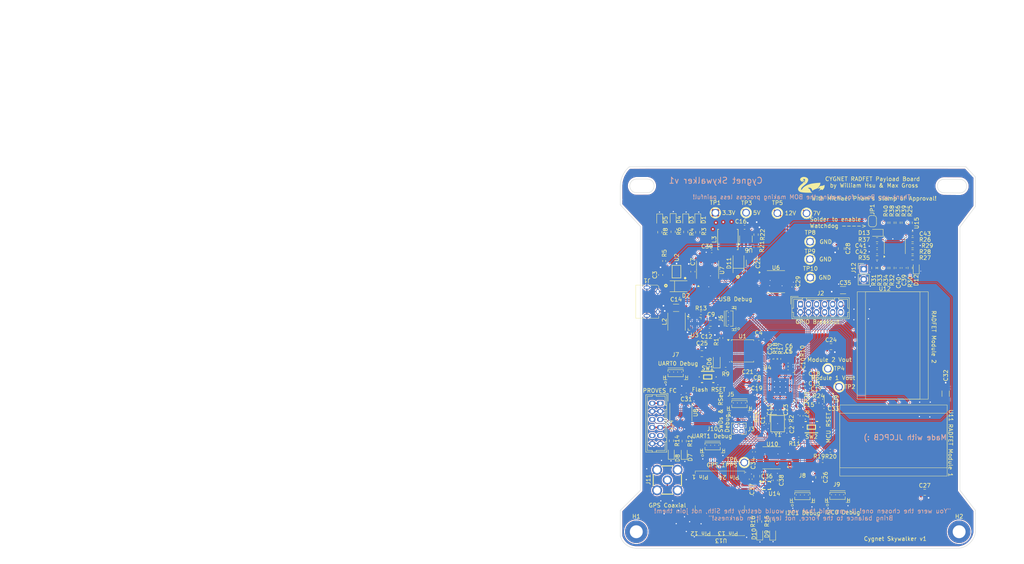
<source format=kicad_pcb>
(kicad_pcb (version 20241229) (generator "pcbnew") (generator_version "9.0")
  (layers (0 "F.Cu" signal) (4 "In1.Cu" signal) (6 "In2.Cu" signal) (2 "B.Cu" signal) (13 "F.Paste" user) (15 "B.Paste" user) (5 "F.SilkS" user "F.Silkscreen") (7 "B.SilkS" user "B.Silkscreen") (1 "F.Mask" user) (3 "B.Mask" user) (25 "Edge.Cuts" user))
  (net 0 "")
  (net 1 "+3.3V")
  (net 2 "GND")
  (net 3 "+1V1")
  (net 4 "/RP2350/VREG_AVDD")
  (net 5 "+5V")
  (net 6 "PAYLOAD_BATT")
  (net 7 "+12V")
  (net 8 "PET DOG")
  (net 9 "Net-(U14-CT)")
  (net 10 "WDT_DISABLE")
  (net 11 "Net-(C39-Pad2)")
  (net 12 "/RP2350/XIN")
  (net 13 "Net-(U15B-+)")
  (net 14 "USB_D+")
  (net 15 "USB_D-")
  (net 16 "SCL0")
  (net 17 "SCL1")
  (net 18 "SDA1")
  (net 19 "PAYLOAD_PWR Test")
  (net 20 "UART0 Tx")
  (net 21 "UART0 Rx")
  (net 22 "DOG Bite")
  (net 23 "/RP2350/QSPI_SS")
  (net 24 "Net-(U3-SS{slash}TR)")
  (net 25 "Net-(U15D--)")
  (net 26 "/CubeSat's Best Friend/WDT-VP")
  (net 27 "Net-(U15D-+)")
  (net 29 "/RP2350/QSPI_SD0")
  (net 30 "GPS Reset")
  (net 31 "/RP2350/QSPI_SD3")
  (net 32 "GPS 1PPS")
  (net 33 "UART1 Rx")
  (net 34 "/RP2350/QSPI_SCLK")
  (net 35 "RP2350 SWD")
  (net 36 "/RP2350/QSPI_SD2")
  (net 37 "RP2350 SWCLK")
  (net 38 "/RP2350/VREG_LX")
  (net 39 "/RP2350/QSPI_SD1")
  (net 40 "Net-(D1-A)")
  (net 41 "Net-(D4-A)")
  (net 42 "UART1 Tx")
  (net 43 "/RP2350/XOUT")
  (net 44 "Net-(D5-A)")
  (net 45 "Net-(D6-A)")
  (net 46 "Net-(D8-A)")
  (net 47 "Net-(D9-A)")
  (net 48 "Net-(D10-A)")
  (net 49 "Net-(D6-K)")
  (net 50 "Module1 R1 CTRL")
  (net 51 "Module2 Vo")
  (net 52 "Module2 R1 CTRL")
  (net 54 "Module1 Vo")
  (net 55 "Module1 Enable CTRL")
  (net 56 "Module1 R2 CTRL")
  (net 57 "Net-(U4-USB_DP)")
  (net 58 "Net-(U4-USB_DM)")
  (net 59 "Module2 Enable CTRL")
  (net 61 "Module2 R2 CTRL")
  (net 62 "Net-(C2-Pad1)")
  (net 63 "RP2350 Reset")
  (net 64 "GPS_PWR_SW_OUT")
  (net 65 "Net-(J11-In)")
  (net 66 "GPIO24")
  (net 68 "GPIO17")
  (net 69 "GPIO16")
  (net 70 "GPS Power Good")
  (net 71 "PAYLOAD_BATT_OUT")
  (net 72 "RADFET_PWR")
  (net 73 "Net-(D3-A)")
  (net 74 "Net-(D11-A)")
  (net 75 "Net-(D12-A)")
  (net 76 "PAYLOAD_PWR")
  (net 77 "Net-(R25-Pad2)")
  (net 78 "Net-(U15B--)")
  (net 79 "Net-(JP1-A)")
  (net 80 "Net-(D13-Pad2)")
  (net 81 "Net-(D7-A)")
  (net 82 "Net-(L2-Pad1)")
  (net 83 "Net-(U5-FB)")
  (net 90 "Net-(U15A--)")
  (net 91 "GPS_PWR")
  (net 92 "Net-(R33-Pad1)")
  (net 93 "Net-(R35-Pad1)")
  (net 94 "Net-(U15C-+)")
  (net 102 "Net-(R7-Pad1)")
  (net 109 "GPIO18")
  (net 110 "GPS Enable")
  (net 111 "SDA0")
  (net 113 "GPIO25")
  (net 114 "GPIO15")
  (footprint "Resistor_SMD:R_0402_1005Metric" (layer "F.Cu") (at 227.72 123.45 90)
    (property "Reference" "R23")
    (property "Value" "4.7k")
  )
  (footprint "Resistor_SMD:R_0402_1005Metric" (layer "F.Cu") (at 212.96 128.41 -90)
    (property "Reference" "R41")
    (property "Value" "4.7k")
  )
  (footprint "Skywalkerfeet:SWPA5040S4R7NT" (layer "F.Cu") (at 207.025 84.45 90)
    (property "Reference" "L3")
    (property "Value" "4.7uH")
  )
  (footprint "Resistor_SMD:R_0402_1005Metric" (layer "F.Cu") (at 205.385 108.85 -90)
    (property "Reference" "R1")
    (property "Value" "10k")
  )
  (footprint "Capacitor_SMD:C_0603_1608Metric" (layer "F.Cu") (at 250.688 91.488 -90)
    (property "Reference" "C39")
    (property "Value" "10uF")
  )
  (footprint "Capacitor_SMD:C_0603_1608Metric" (layer "F.Cu") (at 202.43 106.98)
    (property "Reference" "C12")
    (property "Value" "3.3nF")
  )
  (footprint "Capacitor_SMD:C_0402_1005Metric" (layer "F.Cu") (at 224.3 115.475 -90)
    (property "Reference" "C10")
    (property "Value" "4.7u")
  )
  (footprint "Skywalkerfeet:Keystone5001_Testpoint" (layer "F.Cu") (at 227.34 89.32)
    (property "Reference" "TP9")
    (property "Value" "GND")
  )
  (footprint "Resistor_SMD:R_0402_1005Metric" (layer "F.Cu") (at 230.51 139.34)
    (property "Reference" "R19")
    (property "Value" "4.7k")
  )
  (footprint "Skywalkerfeet:Keystone5001_Testpoint" (layer "F.Cu") (at 219.275 77.925)
    (property "Reference" "TP5")
    (property "Value" "12V Testpoint")
  )
  (footprint "Skywalkerfeet:Keystone5001_Testpoint" (layer "F.Cu") (at 211.08 139.71)
    (property "Reference" "TP6")
    (property "Value" "GPS 1PPS")
  )
  (footprint "LED_SMD:LED_0603_1608Metric" (layer "F.Cu") (at 199.575 79.5875 -90)
    (property "Reference" "D1")
    (property "Value" "RED")
  )
  (footprint "Capacitor_SMD:C_0603_1608Metric" (layer "F.Cu") (at 198.35 92.41 90)
    (property "Reference" "C7")
    (property "Value" "1u")
  )
  (footprint "Skywalkerfeet:KEY-SMD_KMR2XXGXXX" (layer "F.Cu") (at 202.02 118.8675 180)
    (property "Reference" "SW1")
    (property "Value" "SW_Push")
  )
  (footprint "Resistor_SMD:R_0603_1608Metric" (layer "F.Cu") (at 243.188 91.5005 90)
    (property "Reference" "R31")
    (property "Value" "10k")
  )
  (footprint "Resistor_SMD:R_0603_1608Metric" (layer "F.Cu") (at 252.788 87.488 180)
    (property "Reference" "R28")
    (property "Value" "3.0k")
  )
  (footprint "Capacitor_SMD:C_0402_1005Metric" (layer "F.Cu") (at 214.29 122.41 180)
    (property "Reference" "C19")
    (property "Value" "100n")
  )
  (footprint "Resistor_SMD:R_0402_1005Metric" (layer "F.Cu") (at 225.27 128.13 90)
    (property "Reference" "R7")
    (property "Value" "1k")
  )
  (footprint "Skywalkerfeet:L_pol_2016" (layer "F.Cu") (at 221.9 113.9)
    (property "Reference" "L1")
    (property "Value" "3.3u")
  )
  (footprint "Capacitor_SMD:C_0603_1608Metric" (layer "F.Cu") (at 252.788 82.988 180)
    (property "Reference" "C43")
    (property "Value" "10uF")
  )
  (footprint "Capacitor_SMD:C_0603_1608Metric" (layer "F.Cu") (at 190.35 93.2325 90)
    (property "Reference" "C3")
    (property "Value" "1u")
  )
  (footprint "LED_SMD:LED_0603_1608Metric" (layer "F.Cu") (at 193 137.4125 90)
    (property "Reference" "D8")
    (property "Value" "RED")
  )
  (footprint "Package_SO:TSSOP-16_4.4x5mm_P0.65mm" (layer "F.Cu") (at 201.985 91.94 90)
    (property "Reference" "U7")
    (property "Value" "INA260")
  )
  (footprint "Skywalkerfeet:BM04B-SRSS-TB(LF)(SN)" (layer "F.Cu") (at 225.48 148.7225)
    (property "Reference" "J8")
    (property "Value" "BM04B-SRSS-TB(LF)(SN)")
  )
  (footprint "Skywalkerfeet:SMA-TH_132134" (layer "F.Cu") (at 192.02 144.05)
    (property "Reference" "J11")
    (property "Value" "Conn_Coaxial")
  )
  (footprint "Diode_SMD:D_SOD-323F" (layer "F.Cu") (at 204.26 114.6575 90)
    (property "Reference" "D6")
    (property "Value" "NSR0320")
  )
  (footprint "Package_SO:TSSOP-16_4.4x5mm_P0.65mm" (layer "F.Cu") (at 218.9275 94.8875)
    (property "Reference" "U6")
    (property "Value" "INA260")
  )
  (footprint "Resistor_SMD:R_0603_1608Metric" (layer "F.Cu") (at 252.788 84.488 180)
    (property "Reference" "R26")
    (property "Value" "10k")
  )
  (footprint "Capacitor_SMD:C_0402_1005Metric" (layer "F.Cu") (at 230.82 125.96 180)
    (property "Reference" "C33")
    (property "Value" "100n")
  )
  (footprint "Skywalkerfeet:KEY-SMD_KMR2XXGXXX" (layer "F.Cu") (at 227.71 130.59)
    (property "Reference" "SW2")
    (property "Value" "SW_Push")
  )
  (footprint "Capacitor_SMD:C_0402_1005Metric" (layer "F.Cu") (at 216.85 130.08 -90)
    (property "Reference" "C1")
    (property "Value" "15p")
  )
  (footprint "Resistor_SMD:R_0402_1005Metric" (layer "F.Cu") (at 206.465 116.495 180)
    (property "Reference" "R9")
    (property "Value" "1k")
  )
  (footprint "Connector_Hirose:Hirose_DF11-12DP-2DSA_2x06_P2.00mm_Vertical" (layer "F.Cu") (at 190.275 125.025 -90)
    (property "Reference" "J4")
    (property "Value" "Hirose DF11 02x06")
  )
  (footprint "Capacitor_SMD:C_1206_3216Metric" (layer "F.Cu") (at 260.98 122.65 90)
    (property "Reference" "C32")
    (property "Value" "10u")
  )
  (footprint "Capacitor_SMD:C_1206_3216Metric" (layer "F.Cu") (at 212.5 90.225 90)
    (property "Reference" "C22")
    (property "Value" "10u")
  )
  (footprint "Connector_PinHeader_2.54mm:PinHeader_1x02_P2.54mm_Vertical" (layer "F.Cu") (at 240.688 91.770881)
    (property "Reference" "J12")
    (property "Value" "Conn_01x02" (hide yes))
  )
  (footprint "Capacitor_SMD:C_0402_1005Metric" (layer "F.Cu") (at 214.27 119.990001 180)
    (property "Reference" "C8")
    (property "Value" "100n")
  )
  (footprint "Skywalkerfeet:Keystone5001_Testpoint" (layer "F.Cu") (at 234.57 120.96)
    (property "Reference" "TP2")
    (property "Value" "Module1 Vo")
  )
  (footprint "Skywalkerfeet:Skytraq Orion B16 GPS" (layer "F.Cu") (at 205.04 150.87 180)
    (property "Reference" "U13")
    (property "Value" "Skytraq Orion B16 GPS")
  )
  (footprint "Skywalkerfeet:RP2350-QFN-60-1EP_7x7_P0.4mm_EP3.4x3.4mm_ThermalVias" (layer "F.Cu") (at 219.95 121)
    (property "Reference" "U4")
    (property "Value" "RP2350_60QFN_C42411118")
  )
  (footprint "Skywalkerfeet:B120AF-13" (layer "F.Cu") (at 209.65 90.575 90)
    (property "Reference" "D11")
    (property "Value" "B120AF-13")
  )
  (footprint "Capacitor_SMD:C_0402_1005Metric" (layer "F.Cu") (at 226.11 121.25)
    (property "Reference" "C17")
    (property "Value" "100n")
  )
  (footprint "Package_SO:TSSOP-16_4.4x5mm_P0.65mm" (layer "F.Cu") (at 217.8425 138.54 180)
    (property "Reference" "U10")
    (property "Value" "INA260")
  )
  (footprint "Capacitor_SMD:C_0402_1005Metric" (layer "F.Cu") (at 224.4 125.65)
    (property "Reference" "C15")
    (property "Value" "100n")
  )
  (footprint "Resistor_SMD:R_0603_1608Metric" (layer "F.Cu") (at 218.09 154.25125 -90)
    (property "Reference" "R15")
    (property "Value" "10k")
  )
  (footprint "Resistor_SMD:R_0603_1608Metric" (layer "F.Cu") (at 252.788 88.988 180)
    (property "Reference" "R27")
    (property "Value" "10k")
  )
  (footprint "Diode_SMD:D_SOD-323" (layer "F.Cu") (at 243.888 82.788 180)
    (property "Reference" "D13")
    (property "Value" "1N4151WS" (hide yes))
  )
  (footprint "Resistor_SMD:R_0603_1608Metric" (layer "F.Cu") (at 196.2 134.4 -90)
    (property "Reference" "R12")
    (property "Value" "10k")
  )
  (footprint "Capacitor_SMD:C_0402_1005Metric" (layer "F.Cu") (at 214.25 117.345 180)
    (property "Reference" "C21")
    (property "Value" "100n")
  )
  (footprint "Capacitor_SMD:C_0805_2012Metric" (layer "F.Cu") (at 202.7 105.23)
    (property "Reference" "C9")
    (property "Value" "10u")
  )
  (footprint "Resistor_SMD:R_0603_1608Metric" (layer "F.Cu") (at 196.575 82.575 90)
    (property "Reference" "R4")
    (property "Value" "470")
  )
  (footprint "Skywalkerfeet:BM04B-SRSS-TB(LF)(SN)" (layer "F.Cu") (at 194.07 118.2525)
    (property "Reference" "J7")
    (property "Value" "BM04B-SRSS-TB(LF)(SN)")
  )
  (footprint "Capacitor_SMD:C_0805_2012Metric" (layer "F.Cu") (at 229.53 143.39 -90)
    (property "Reference" "C26")
    (property "Value" "10u")
  )
  (footprint "LED_SMD:LED_0603_1608Metric" (layer "F.Cu") (at 193.45 79.5125 -90)
    (property "Reference" "D4")
    (property "Value" "BLUE")
  )
  (footprint "MountingHole:MountingHole_3.2mm_M3_DIN965_Pad" (layer "F.Cu") (at 264.323638 156.866278)
    (property "Reference" "H2")
    (property "Value" "MountingHole")
  )
  (footprint "Resistor_SMD:R_0603_1608Metric" (layer "F.Cu") (at 193.45 82.5375 90)
    (property "Reference" "R6")
    (property "Value" "1.47k")
  )
  (footprint "Capacitor_SMD:C_0805_2012Metric" (layer "F.Cu") (at 214.19 143.11 90)
    (property "Reference" "C36")
    (property "Value" "10u")
  )
  (footprint "Resistor_SMD:R_0603_1608Metric" (layer "F.Cu") (at 214 83.25 90)
    (property "Reference" "R22")
    (property "Value" "107k")
  )
  (footprint "Package_SON:WSON-6-1EP_2x2mm_P0.65mm_EP1x1.6mm" (layer "F.Cu") (at 232.01 123.9475 -90)
    (property "Reference" "U9")
    (property "Value" "TMP117xxDRV")
  )
  (footprint "Inductor_SMD:L_Coilcraft_XxL4020" (layer "F.Cu") (at 194.3 104.815 90)
    (property "Reference" "L2")
    (property "Value" "2.2uH")
  )
  (footprint "Package_DFN_QFN:VQFN-16-1EP_3x3mm_P0.5mm_EP1.68x1.68mm_ThermalVias" (layer "F.Cu") (at 198.77 105.34)
    (property "Reference" "U3")
    (property "Value" "TPS62142")
  )
  (footprint "Capacitor_SMD:C_0603_1608Metric" (layer "F.Cu") (at 243.988 87.488)
    (property "Reference" "C42")
    (property "Value" "10uF")
  )
  (footprint "Skywalkerfeet:ABM8-272-T3" (layer "F.Cu") (at 219.35 130.08 -90)
    (property "Reference" "Y1")
    (property "Value" "ABM8-272-T3")
  )
  (footprint "LED_SMD:LED_0603_1608Metric" (layer "F.Cu") (at 190.125 79.6125 -90)
    (property "Reference" "D5")
    (property "Value" "WHITE")
  )
  (footprint "Resistor_SMD:R_0603_1608Metric" (layer "F.Cu") (at 250.688 80.288 -90)
    (property "Reference" "R39")
    (property "Value" "4.7M")
  )
  (footprint "Skywalkerfeet:BM04B-SRSS-TB(LF)(SN)" (layer "F.Cu") (at 234.19 148.6625)
    (property "Reference" "J9")
    (property "Value" "BM04B-SRSS-TB(LF)(SN)")
  )
  (footprint "LED_SMD:LED_0603_1608Metric" (layer "F.Cu") (at 196.575 79.6 -90)
    (property "Reference" "D3")
    (property "Value" "GREEN")
  )
  (footprint "Package_TO_SOT_SMD:SOT-23-6" (layer "F.Cu") (at 211.4875 84.325 90)
    (property "Reference" "U5")
    (property "Value" "TLV61048")
  )
  (footprint "Skywalkerfeet:Keystone5001_Testpoint" (layer "F.Cu") (at 227.43 93.88)
    (property "Reference" "TP10")
    (property "Value" "GND")
  )
  (footprint "Package_SO:TSSOP-14_4.4x5mm_P0.65mm" (layer "F.Cu") (at 248.388 85.788 90)
    (property "Reference" "U15")
    (property "Value" "TLV1704")
  )
  (footprint "Skywalkerfeet:BM04B-SRSS-TB(LF)(SN)" (layer "F.Cu") (at 208.1025 104.05 90)
    (property "Reference" "J6")
    (property "Value" "BM04B-SRSS-TB(LF)(SN)")
  )
  (footprint "Skywalkerfeet:BM04B-SRSS-TB(LF)(SN)" (layer "F.Cu") (at 203.24 136.39)
    (property "Reference" "J10")
    (property "Value" "BM04B-SRSS-TB(LF)(SN)")
  )
  (footprint "LED_SMD:LED_0603_1608Metric" (layer "F.Cu") (at 214.915 157.42625 90)
    (property "Reference" "D10")
    (property "Value" "YELLOW")
  )
  (footprint "Capacitor_SMD:C_0402_1005Metric" (layer "F.Cu") (at 212.67 143.84 90)
    (property "Reference" "C37")
    (property "Value" "100n")
  )
  (footprint "LOGO" (layer "F.Cu") (at 208.001288 70.589999)
    (property "Reference" "G***" (hide yes))
    (property "Value" "LOGO" (hide yes))
  )
  (footprint "Skywalkerfeet:RM-VT01-A" (layer "F.Cu") (at 247.87 97.455)
    (property "Reference" "U12")
    (property "Value" "RM-VT01-A Readout Module")
  )
  (footprint "Resistor_SMD:R_0402_1005Metric" (layer "F.Cu") (at 224.3 113.585 -90)
    (property "Reference" "R10")
    (property "Value" "33")
  )
  (footprint "Capacitor_SMD:C_0402_1005Metric" (layer "F.Cu") (at 221.95 115.445)
    (property "Reference" "C6")
    (property "Value" "4.7u")
  )
  (footprint "Capacitor_SMD:C_0603_1608Metric" (layer "F.Cu") (at 211.15 81.4)
    (property "Reference" "C16")
    (property "Value" "1u")
  )
  (footprint "Connector_PinHeader_1.27mm:PinHeader_2x02_P1.27mm_Vertical" (layer "F.Cu") (at 210.37 131.93 180)
    (property "Reference" "J3")
    (property "Value" "SWD Port")
  )
  (footprint "Capacitor_SMD:C_0805_2012Metric" (layer "F.Cu") (at 235.11 86.7 -90)
    (property "Reference" "C28")
    (property "Value" "10u")
  )
  (footprint "Resistor_SMD:R_0402_1005Metric" (layer "F.Cu") (at 218.8 114.03 -90)
    (property "Reference" "R17")
    (property "Value" "27")
  )
  (footprint "Capacitor_SMD:C_0603_1608Metric" (layer "F.Cu") (at 243.988 85.988)
    (property "Reference" "C41")
    (property "Value" "10uF")
  )
  (footprint "Resistor_SMD:R_0402_1005Metric" (layer "F.Cu") (at 232.39 136.82 180)
    (property "Reference" "R20")
    (property "Value" "4.7k")
  )
  (footprint "Resistor_SMD:R_0603_1608Metric" (layer "F.Cu") (at 252.188 91.488 90)
    (property "Reference" "R30")
    (property "Value" "3.0k")
  )
  (footprint "Connector_Hirose:Hirose_DF11-12DP-2DSA_2x06_P2.00mm_Vertical" (layer "F.Cu") (at 225 100.48)
    (property "Reference" "J2")
    (property "Value" "Hirose DF11 02x06")
  )
  (footprint "Package_SO:SOIC-8_5.3x5.3mm_P1.27mm" (layer "F.Cu") (at 210.65 112.045)
    (property "Reference" "U1")
    (property "Value" "W25Q128JVS")
  )
  (footprint "Resistor_SMD:R_0603_1608Metric" (layer "F.Cu") (at 246.188 80.288 90)
    (property "Reference" "R40")
    (property "Value" "100k")
  )
  (footprint "Resistor_SMD:R_0603_1608Metric" (layer "F.Cu") (at 243.988 84.488)
    (property "Reference" "R37")
    (property "Value" "100k")
  )
  (footprint "Skywalkerfeet:Keystone5001_Testpoint" (layer "F.Cu") (at 231.81 116.46)
    (property "Reference" "TP4")
    (property "Value" "Module2 Vo")
  )
  (footprint "Skywalkerfeet:Keystone5001_Testpoint" (layer "F.Cu") (at 227.38 84.98)
    (property "Reference" "TP8")
    (property "Value" "GND")
  )
  (footprint "Resistor_SMD:R_0603_1608Metric" (layer "F.Cu") (at 247.688 80.288 90)
    (property "Reference" "R38")
    (property "Value" "100k")
  )
  (footprint "Resistor_SMD:R_0603_1608Metric" (layer "F.Cu") (at 246.188 91.5005 -90)
    (property "Reference" "R34")
    (property "Value" "100k")
  )
  (footprint "Capacitor_SMD:C_0402_1005Metric" (layer "F.Cu") (at 223.25 96.21 90)
    (property "Reference" "C29")
    (property "Value" "100n")
  )
  (footprint "Jumper:SolderJumper-2_P1.3mm_Open_RoundedPad1.0x1.5mm" (layer "F.Cu") (at 242.84 79.9 90)
    (property "Reference" "JP1")
    (property "Value" "SolderJumper_2_Open" (hide yes))
  )
  (footprint "Capacitor_SMD:C_0402_1005Metric" (layer "F.Cu") (at 218.540001 126.7 -90)
    (property "Reference" "C23")
    (property "Value" "100n")
  )
  (footprint "Resistor_SMD:R_0603_1608Metric" (layer "F.Cu") (at 247.688 91.5005 90)
    (property "Reference" "R32")
    (property "Value" "10k")
  )
  (footprint "Skywalkerfeet:Keystone5001_Testpoint" (layer "F.Cu") (at 211.525 77.8)
    (property "Reference" "TP3")
    (property "Value" "5V Testpoint")
  )
  (footprint "Skywalkerfeet:MICRO-USB-SMD_10118194-0001LF" (layer "F.Cu") (at 188.2875 99.85 -90)
    (property "Reference" "J1")
    (property "Value" "USB_B_Micro")
  )
  (footprint "Package_SO:TSSOP-16_4.4x5mm_P0.65mm" (layer "F.Cu") (at 195.375 127.225 90)
    (property "Reference" "U8")
    (property "Value" "INA260")
  )
  (footprint "Resistor_SMD:R_0603_1608Metric" (layer "F.Cu") (at 252.188 80.288 90)
    (property "Reference" "R25")
    (property "Value" "10k")
  )
  (footprint "Capacitor_SMD:C_0805_2012Metric" (layer "F.Cu") (at 200.58 112.74)
    (property "Reference" "C25")
    (property "Value" "10u")
  )
  (footprint "Resistor_SMD:R_0402_1005Metric" (layer "F.Cu") (at 219.75 114.035 90)
    (property "Reference" "R18")
    (property "Value" "27")
  )
  (footprint "1my_footprints:cadence_cygnet_logo_placeholder" (layer "F.Cu") (at 227.68 70.9018)
    (property "Reference" "G***" (hide yes))
    (property "Value" "LOGO" (hide yes))
  )
  (footprint "LED_SMD:LED_0603_1608Metric" (layer "F.Cu") (at 218.115 157.45125 90)
    (property "Reference" "D9")
    (property "Value" "YELLOW")
  )
  (footprint "Resistor_SMD:R_0402_1005Metric" (layer "F.Cu") (at 200.34 102.7 180)
    (property "Reference" "R13")
    (property "Value" "10k")
  )
  (footprint "Capacitor_SMD:C_0402_1005Metric" (layer "F.Cu") (at 224.57 133.74)
    (property "Reference" "R11")
    (property "Value" "10k")
  )
  (footprint "Resistor_SMD:R_0603_1608Metric" (layer "F.Cu") (at 252.788 85.988)
    (property "Reference" "R29")
    (property "Value" "3.0k")
  )
  (footprint "Skywalkerfeet:TLV76733DGNR" (layer "F.Cu") (at 194.275 92.4075 90)
    (property "Reference" "U2")
    (property "Value" "TLV76733DGNR")
  )
  (footprint "Capacitor_SMD:C_0603_1608Metric" (layer "F.Cu") (at 218.78 144.13 90)
    (property "Reference" "C38")
    (property "Value" "2.7n")
  )
  (footprint "Capacitor_SMD:C_0402_1005Metric" (layer "F.Cu") (at 220.175 126.65 -90)
    (property "Reference" "C11")
    (property "Value" "4.7u")
  )
  (footprint "Skywalkerfeet:RM-VT01-A" (layer "F.Cu") (at 261.3 134.26 -90)
    (property "Reference" "U11")
    (property "Value" "RM-VT01-A Readout Module")
  )
  (footprint "Capacitor_SMD:C_1206_3216Metric" (layer "F.Cu") (at 235.55 96.99 180)
    (property "Reference" "C35")
    (property "Value" "10u")
  )
  (footprint "Skywalkerfeet:BM04B-SRSS-TB(LF)(SN)" (layer "F.Cu") (at 209.88 125.9025)
    (property "Reference" "J5")
    (property "Value" "BM04B-SRSS-TB(LF)(SN)")
  )
  (footprint "Capacitor_SMD:C_1206_3216Metric" (layer "F.Cu") (at 194.19 101.38 180)
    (property "Reference" "C14")
    (property "Value" "22u")
  )
  (footprint "Capacitor_SMD:C_0402_1005Metric" (layer "F.Cu") (at 203.01 87.38 180)
    (property "Reference" "C30")
    (property "Value" "100n")
  )
  (footprint "Resistor_SMD:R_0603_1608Metric" (layer "F.Cu") (at 249.188 80.288 90)
    (property "Reference" "R36")
    (property "Value" "100k")
  )
  (footprint "Resistor_SMD:R_0603_1608Metric" (layer "F.Cu") (at 199.55 82.6375 90)
    (property "Reference" "R3")
    (property "Value" "220")
  )
  (footprint "Skywalkerfeet:Keystone5001_Testpoint" (layer "F.Cu") (at 203.925 77.825)
    (property "Reference" "TP1")
    (property "Value" "3.3V Testpoint")
  )
  (footprint "Capacitor_SMD:C_0402_1005Metric" (layer "F.Cu") (at 196.72 122.86 180)
    (property "Reference" "C31")
    (property "Value" "100n")
  )
  (footprint "Resistor_SMD:R_0603_1608Metric" (layer "F.Cu") (at 193.025 134.325 -90)
    (property "Reference" "R14")
    (property "Value" "10k")
  )
  (footprint "Resistor_SMD:R_0402_1005Metric" (layer "F.Cu") (at 229.22 124.96 -90)
    (property "Reference" "R24")
    (property "Value" "4.7k")
  )
  (footprint "MountingHole:MountingHole_3.2mm_M3_DIN965_Pad" (layer "F.Cu") (at 184.323638 156.866278)
    (property "Reference" "H1")
    (property "Value" "MountingHole")
  )
  (footprint "Skywalkerfeet:B120AF-13" (layer "F.Cu") (at 194.8 96.0325)
    (property "Reference" "D2")
    (property "Value" "B120AF-13")
  )
  (footprint "Skywalkerfeet:Keystone5001_Testpoint" (layer "F.Cu") (at 226.51 77.96)
    (property "Reference" "TP7" (hide yes))
    (property "Value" "7V Testpoint")
  )
  (footprint "Capacitor_SMD:C_0603_1608Metric" (layer "F.Cu") (at 249.188 91.5005 90)
    (property "Reference" "C40")
    (property "Value" "10uF")
  )
  (footprint "Capacitor_SMD:C_0402_1005Metric" (layer "F.Cu") (at 214.695 109.075)
    (property "Reference" "C4")
    (property "Value" "100n")
  )
  (footprint "Resistor_SMD:R_0603_1608Metric" (layer "F.Cu") (at 190.15 82.6375 90)
    (property "Reference" "R8")
    (property "Value" "330")
  )
  (footprint "Capacitor_SMD:C_0805_2012Metric" (layer "F.Cu") (at 255.8 147.09)
    (property "Reference" "C27")
    (property "Value" "10u")
  )
  (footprint "Capacitor_SMD:C_0402_1005Metric" (layer "F.Cu") (at 225.83 117.6)
    (property "Reference" "C18")
    (property "Value" "100n")
  )
  (footprint "Capacitor_SMD:C_0402_1005Metric" (layer "F.Cu") (at 226.1 120.33)
    (property "Reference" "C13")
    (property "Value" "100n")
  )
  (footprint "Resistor_SMD:R_0603_1608Metric" (layer "F.Cu") (at 214 86.25 90)
    (property "Reference" "R21")
    (property "Value" "1.5M")
  )
  (footprint "Capacitor_SMD:C_0402_1005Metric" (layer "F.Cu") (at 217.8 114.065 90)
    (property "Reference" "C20")
    (property "Value" "100n")
  )
  (footprint "Resistor_SMD:R_0603_1608Metric" (layer "F.Cu") (at 244.688 91.5005 -90)
    (property "Reference" "R33")
    (property "Value" "1k")
  )
  (footprint "LED_SMD:LED_0603_1608Metric" (layer "F.Cu") (at 196.2 137.45 90)
    (property "Reference" "D7")
    (property "Value" "RED")
  )
  (footprint "Resistor_SMD:R_0402_1005Metric" (layer "F.Cu") (at 221.65 129.025 -90)
    (property "Reference" "R2")
    (property "Value" "1k")
  )
  (footprint "Resistor_SMD:R_0603_1608Metric" (layer "F.Cu") (at 214.89 154.35125 -90)
    (property "Reference" "R16")
    (property "Value" "10k")
  )
  (footprint "Capacitor_SMD:C_0402_1005Metric" (layer "F.Cu") (at 213.48 137.06 -90)
    (property "Reference" "C34")
    (property "Value" "100n")
  )
  (footprint "Capacitor_SMD:C_0402_1005Metric" (layer "F.Cu") (at 221.95 116.395)
    (property "Reference" "C5")
    (property "Value" "4.7u")
  )
  (footprint "Capacitor_SMD:C_0402_1005Metric" (layer "F.Cu") (at 221.65 131.18 -90)
    (property "Reference" "C2")
    (property "Value" "15p")
  )
  (footprint "Capacitor_SMD:C_0805_2012Metric" (layer "F.Cu") (at 232.57 111.01)
    (property "Reference" "C24")
    (property "Value" "10u")
  )
  (footprint "Resistor_SMD:R_0402_1005Metric" (layer "F.Cu") (at 191.225 89.7725 -90)
    (property "Reference" "R5")
    (property "Value" "10k")
  )
  (footprint "Skywalkerfeet:TPS22992" (layer "F.Cu") (at 216.59 145.4)
    (property "Reference" "U14")
    (property "Value" "TPS22992")
  )
  (footprint "LED_SMD:LED_0603_1608Metric" (layer "F.Cu") (at 253.688 91.488 90)
    (property "Reference" "D12")
    (property "Value" "GREEN")
  )
  (footprint "Resistor_SMD:R_0603_1608Metric" (layer "F.Cu") (at 243.988 88.988 180)
    (property "Reference" "R35")
    (property "Value" "1k")
  )
  (footprint "LOGO" (layer "B.Cu") (at 249.36 111.73 180)
    (property "Reference" "G***" (hide yes))
    (property "Value" "LOGO" (hide yes))
  )
  (gr_line (start 234.625 66.43) (end 260.025 66.43) (stroke (width 0.1)) (layer "Edge.Cuts"))
  (gr_arc (start 268.366838 156.940678) (mid 267.043244 159.617084) (end 264.366838 160.940678) (stroke (width 0.1)) (layer "Edge.Cuts"))
  (gr_line (start 268.366838 151.576278) (end 264.523638 146.603078) (stroke (width 0.1)) (layer "Edge.Cuts"))
  (gr_line (start 182.530358 66.455523) (end 187 66.43) (stroke (width 0.1)) (layer "Edge.Cuts"))
  (gr_line (start 222.56 66.43) (end 187 66.43) (stroke (width 0.1)) (layer "Edge.Cuts"))
  (gr_line (start 184.278754 72.868844) (end 187.034261 72.865795) (stroke (width 0.1)) (layer "Edge.Cuts"))
  (gr_line (start 180.366838 151.576278) (end 185.343638 146.599478) (stroke (width 0.1)) (layer "Edge.Cuts"))
  (gr_line (start 185.343638 81.199478) (end 185.343638 146.599478) (stroke (width 0.1)) (layer "Edge.Cuts"))
  (gr_line (start 268.366838 75.2118) (end 268.366838 68.96) (stroke (width 0.1)) (layer "Edge.Cuts"))
  (gr_arc (start 187.034259 69.458395) (mid 188.737999 71.162094) (end 187.034261 72.865795) (stroke (width 0.1)) (layer "Edge.Cuts"))
  (gr_line (start 264.523638 81.366278) (end 264.523638 146.603078) (stroke (width 0.1)) (layer "Edge.Cuts"))
  (gr_line (start 185.343638 81.199478) (end 180.366838 75.876278) (stroke (width 0.1)) (layer "Edge.Cuts"))
  (gr_line (start 180.366838 75.876278) (end 180.366838 71.440678) (stroke (width 0.1)) (layer "Edge.Cuts"))
  (gr_arc (start 264.493638 69.516278) (mid 266.193742 71.221797) (end 264.49 72.923682) (stroke (width 0.1)) (layer "Edge.Cuts"))
  (gr_arc (start 260.663638 72.896278) (mid 258.938643 71.179801) (end 260.693985 69.494369) (stroke (width 0.1)) (layer "Edge.Cuts"))
  (gr_line (start 260.663589 72.896278) (end 264.49 72.923682) (stroke (width 0.1)) (layer "Edge.Cuts"))
  (gr_line (start 264.493638 69.516278) (end 260.693985 69.494369) (stroke (width 0.1)) (layer "Edge.Cuts"))
  (gr_line (start 223.916838 66.43) (end 233.467238 66.43) (stroke (width 0.1)) (layer "Edge.Cuts"))
  (gr_line (start 268.366838 152.398278) (end 268.366838 151.576278) (stroke (width 0.1)) (layer "Edge.Cuts"))
  (gr_line (start 234.625 66.43) (end 233.467238 66.43) (stroke (width 0.1)) (layer "Edge.Cuts"))
  (gr_line (start 260.025 66.43) (end 266.02 66.44) (stroke (width 0.1)) (layer "Edge.Cuts"))
  (gr_line (start 268.366838 152.398278) (end 268.366838 156.940678) (stroke (width 0.1)) (layer "Edge.Cuts"))
  (gr_line (start 222.56 66.43) (end 223.916838 66.43) (stroke (width 0.1)) (layer "Edge.Cuts"))
  (gr_line (start 268.366838 76.246278) (end 264.523638 81.366278) (stroke (width 0.1)) (layer "Edge.Cuts"))
  (gr_line (start 268.366838 75.2118) (end 268.366838 76.246278) (stroke (width 0.1)) (layer "Edge.Cuts"))
  (gr_line (start 264.366838 160.940678) (end 184.366838 160.940678) (stroke (width 0.1)) (layer "Edge.Cuts"))
  (gr_arc (start 180.366838 71.440678) (mid 180.90173 68.710764) (end 182.530358 66.455523) (stroke (width 0.1)) (layer "Edge.Cuts"))
  (gr_line (start 184.32366 69.460478) (end 187.034259 69.458395) (stroke (width 0.1)) (layer "Edge.Cuts"))
  (gr_line (start 180.366838 152.866278) (end 180.366838 151.576278) (stroke (width 0.1)) (layer "Edge.Cuts"))
  (gr_arc (start 184.366838 160.940678) (mid 181.854444 160.12387) (end 180.366838 157.940678) (stroke (width 0.1)) (layer "Edge.Cuts"))
  (gr_arc (start 184.278743 72.868844) (mid 182.71534 71.143772) (end 184.323638 69.460478) (stroke (width 0.1)) (layer "Edge.Cuts"))
  (gr_line (start 268.366838 68.96) (end 266.02 66.44) (stroke (width 0.1)) (layer "Edge.Cuts"))
  (gr_line (start 180.366838 157.940678) (end 180.366838 152.866278) (stroke (width 0.1)) (layer "Edge.Cuts"))
  (gr_text "SWDs & RSet \nDebug" (at 207.44 132.39 90) (layer "F.SilkS") (effects (font (size 1 1)) (justify left bottom)))
  (gr_text "Solder to enable\nWatchdog ---->" (at 227.21 81.65 0) (layer "F.SilkS") (effects (font (size 1 1)) (justify left bottom)))
  (gr_text "3.3V" (at 205.51 78.43 0) (layer "F.SilkS") (effects (font (size 1 1)) (justify left bottom)))
  (gr_text "UART1 Debug" (at 198.01 133.75 0) (layer "F.SilkS") (effects (font (size 1 1)) (justify left bottom)))
  (gr_text "5V" (at 213.18 78.41 0) (layer "F.SilkS") (effects (font (size 1 1)) (justify left bottom)))
  (gr_text "I2C0 Debug" (at 230.96 152.65 0) (layer "F.SilkS") (effects (font (size 1 1)) (justify left bottom)))
  (gr_text "Cygnet Skywalker v1" (at 248.49 159.19 0) (layer "F.SilkS") (effects (font (size 1 1) (thickness 0.15) (bold yes)) (justify bottom)))
  (gr_text "GPIO Breakout" (at 229.2 104.86 0) (layer "F.SilkS") (effects (font (size 1 1))))
  (gr_text "7V" (at 228 78.55 0) (layer "F.SilkS") (effects (font (size 1 1)) (justify left bottom)))
  (gr_text "RADFET Module 2" (at 258.05 108.59 270) (layer "F.SilkS") (effects (font (size 1 1))))
  (gr_text "GND" (at 229.64 85.61 0) (layer "F.SilkS") (effects (font (size 1 1)) (justify left bottom)))
  (gr_text "Module 2 Vout" (at 226.61 114.82 0) (layer "F.SilkS") (effects (font (size 1 1)) (justify left bottom)))
  (gr_text "PROVES FC" (at 190.14 121.89 0) (layer "F.SilkS") (effects (font (size 1 1))))
  (gr_text "UART0 Debug" (at 189.59 115.76 0) (layer "F.SilkS") (effects (font (size 1 1)) (justify left bottom)))
  (gr_text "GPS Coaxial" (at 192.02 150.33 0) (layer "F.SilkS") (effects (font (size 1 1))))
  (gr_text "GND" (at 229.44 94.46 0) (layer "F.SilkS") (effects (font (size 1 1)) (justify left bottom)))
  (gr_text "USB Debug" (at 204.63 99.8 0) (layer "F.SilkS") (effects (font (size 1 1)) (justify left bottom)))
  (gr_text "MCU RSET" (at 232.543641 134.97 90) (layer "F.SilkS") (effects (font (size 1 1)) (justify left bottom)))
  (gr_text "12V" (at 221.04 78.5 0) (layer "F.SilkS") (effects (font (size 1 1)) (justify left bottom)))
  (gr_text "RADFET Module 1" (at 262.19 136.68 270) (layer "F.SilkS") (effects (font (size 1 1))))
  (gr_text "CYGNET RADFET Payload Board \nby William Hsu & Max Gross\n\nWith Michael Pham's Stamp of Approval!" (at 243.24 74.86 0) (layer "F.SilkS") (effects (font (size 1 1) (thickness 0.15) (bold yes)) (justify bottom)))
  (gr_text "I2C1 Debug" (at 221.13 152.81 0) (layer "F.SilkS") (effects (font (size 1 1)) (justify left bottom)))
  (gr_text "Module 1 Vout" (at 227.49 119.33 0) (layer "F.SilkS") (effects (font (size 1 1)) (justify left bottom)))
  (gr_text "Flash RSET" (at 198 122.22 0) (layer "F.SilkS") (effects (font (size 1 1)) (justify left bottom)))
  (gr_text "GND" (at 229.58 89.93 0) (layer "F.SilkS") (effects (font (size 1 1)) (justify left bottom)))
  (gr_text "GPS 1PPS" (at 201.65 140.93 0) (layer "F.SilkS") (effects (font (size 1 1)) (justify left bottom)))
  (gr_text "Thank you Bouni for making the BOM making process less painful!" (at 252.37 74.53 -0) (layer "B.SilkS") (effects (font (size 1.05 1.05)) (justify left bottom mirror)))
  (gr_text "{dblquote}You were the chosen one! It was said that you would destroy the Sith, not join them! \nBring balance to the Force, not leave it in darkness!{dblquote}" (at 225.1 154.14 -0) (layer "B.SilkS") (effects (font (size 1.1 1.1) (thickness 0.15) (bold yes)) (justify bottom mirror)))
  (gr_text "Made with JLCPCB :)" (at 261.35 134.26 -0) (layer "B.SilkS") (effects (font (size 1.3 1.3) (thickness 0.2)) (justify left bottom mirror)))
  (gr_text "Cygnet Skywalker v1" (at 203.99 70.71 0) (layer "B.SilkS") (effects (font (size 1.5 1.5) (thickness 0.2) (bold yes)) (justify bottom mirror)))
  (segment (start 200.36 87.83) (end 201.73 86.46) (width 0.4) (layer "F.Cu") (net 1))
  (segment (start 214.215 109.075) (end 214.215 108.41) (width 0.2) (layer "F.Cu") (net 1))
  (segment (start 223.2875 124.4375) (end 222.75 124.4375) (width 0.2) (layer "F.Cu") (net 1))
  (segment (start 225.25 121.3) (end 225.35 121.3) (width 0.2) (layer "F.Cu") (net 1))
  (segment (start 222.75 124.4375) (end 222.75 124.55) (width 0.2) (layer "F.Cu") (net 1))
  (segment (start 199.71 89.0775) (end 200.36 89.0775) (width 0.4) (layer "F.Cu") (net 1))
  (segment (start 203.92 90.345131) (end 203.61 90.035131) (width 0.4) (layer "F.Cu") (net 1))
  (segment (start 221.55 116.525) (end 221.42 116.395) (width 0.1524) (layer "F.Cu") (net 1))
  (segment (start 221.55 117.5625) (end 221.55 118.2) (width 0.1524) (layer "F.Cu") (net 1))
  (segment (start 219.55 117.1625) (end 219.95 117.5625) (width 0.2) (layer "F.Cu") (net 1))
  (segment (start 245.488 80.163) (end 246.188 79.463) (width 0.2) (layer "F.Cu") (net 1))
  (segment (start 210.375 81.4) (end 208.075 81.4) (width 0.4) (layer "F.Cu") (net 1))
  (segment (start 247.738 89.387999) (end 246.450499 90.6755) (width 0.2) (layer "F.Cu") (net 1))
  (segment (start 228.16 142.46) (end 229.51 142.46) (width 0.4) (layer "F.Cu") (net 1))
  (segment (start 215.37 144.9) (end 215.99 144.9) (width 0.2) (layer "F.Cu") (net 1))
  (segment (start 224.45 112.345) (end 224.45 112.925) (width 0.2) (layer "F.Cu") (net 1))
  (segment (start 197 125.4) (end 197 124.3625) (width 0.2) (layer "F.Cu") (net 1))
  (segment (start 217.95 126.22) (end 218.54 126.22) (width 0.35) (layer "F.Cu") (net 1))
  (segment (start 203.93 90.69) (end 203.92 90.68) (width 0.4) (layer "F.Cu") (net 1))
  (segment (start 231.79 125.47) (end 231.3 125.96) (width 0.2) (layer "F.Cu") (net 1))
  (segment (start 245.488 91.488) (end 245.488 91.3755) (width 0.2) (layer "F.Cu") (net 1))
  (segment (start 232.01 125.25) (end 232.01 124.835) (width 0.2) (layer "F.Cu") (net 1))
  (segment (start 214.8125 95.2125) (end 216.065 95.2125) (width 0.2) (layer "F.Cu") (net 1))
  (segment (start 197.27 125.67) (end 197 125.4) (width 0.2) (layer "F.Cu") (net 1))
  (segment (start 200.36 88.2525) (end 199.76 87.6525) (width 0.4) (layer "F.Cu") (net 1))
  (segment (start 197.26 122.8) (end 197.2 122.86) (width 0.3) (layer "F.Cu") (net 1))
  (segment (start 219.55 116.745) (end 217.8 114.995) (width 0.2) (layer "F.Cu") (net 1))
  (segment (start 212.4375 82.4425) (end 212.4375 83.1875) (width 0.1524) (layer "F.Cu") (net 1))
  (segment (start 231.62 111.01) (end 231.62 112.41) (width 0.4) (layer "F.Cu") (net 1))
  (segment (start 195.05 131.175) (end 195.325 131.45) (width 0.2) (layer "F.Cu") (net 1))
  (segment (start 200.36 89.0775) (end 200.36 88.2525) (width 0.4) (layer "F.Cu") (net 1))
  (segment (start 195.7 129.175) (end 195.7 130.0875) (width 0.2) (layer "F.Cu") (net 1))
  (segment (start 221.55 118.2) (end 221.75 118.4) (width 0.1524) (layer "F.Cu") (net 1))
  (segment (start 203.49 87.070002) (end 203.49 87.38) (width 0.4) (layer "F.Cu") (net 1))
  (segment (start 213.815 136.915) (end 214.98 136.915) (width 0.2) (layer "F.Cu") (net 1))
  (segment (start 223.3875 118.2) (end 224.25 118.2) (width 0.2) (layer "F.Cu") (net 1))
  (segment (start 214.77 122.43) (end 214.75 122.41) (width 0.2) (layer "F.Cu") (net 1))
  (segment (start 254.86 147.1) (end 254.85 147.09) (width 0.4) (layer "F.Cu") (net 1))
  (segment (start 223.3875 121) (end 224.95 121) (width 0.2) (layer "F.Cu") (net 1))
  (segment (start 213.48 136.58) (end 213.48 136.05) (width 0.2) (layer "F.Cu") (net 1))
  (segment (start 219.6125 96.5125) (end 221.79 96.5125) (width 0.2) (layer "F.Cu") (net 1))
  (segment (start 235.11 85.75) (end 233.5 85.75) (width 0.4) (layer "F.Cu") (net 1))
  (segment (start 230 139.34) (end 229.23 139.34) (width 0.1524) (layer "F.Cu") (net 1))
  (segment (start 231.79 125.46) (end 231.8 125.46) (width 0.2) (layer "F.Cu") (net 1))
  (segment (start 219.55 117.095) (end 219.55 117.1625) (width 0.2) (layer "F.Cu") (net 1))
  (segment (start 224.19 126.3) (end 224.19 126.19) (width 0.1524) (layer "F.Cu") (net 1))
  (segment (start 223.25 96.69) (end 223.0725 96.5125) (width 0.2) (layer "F.Cu") (net 1))
  (segment (start 224.85 117.6) (end 225.35 117.6) (width 0.2) (layer "F.Cu") (net 1))
  (segment (start 223.92 125.07) (end 223.2875 124.4375) (width 0.2) (layer "F.Cu") (net 1))
  (segment (start 197.97 122.8) (end 197.26 122.8) (width 0.3) (layer "F.Cu") (net 1))
  (segment (start 208.075 81.4) (end 207.025 82.45) (width 0.4) (layer "F.Cu") (net 1))
  (segment (start 199.55 84.45) (end 199.55 83.4625) (width 0.2) (layer "F.Cu") (net 1))
  (segment (start 219.55 117.5625) (end 219.55 117.095) (width 0.2) (layer "F.Cu") (net 1))
  (segment (start 246.450499 90.6755) (end 246.188 90.6755) (width 0.2) (layer "F.Cu") (net 1))
  (segment (start 212.98 81.9) (end 212.4375 82.4425) (width 0.1524) (layer "F.Cu") (net 1))
  (segment (start 203.49 87.38) (end 203.61 87.5) (width 0.4) (layer "F.Cu") (net 1))
  (segment (start 197 124.3625) (end 197 122.66) (width 0.2) (layer "F.Cu") (net 1))
  (segment (start 225.68 121.38) (end 225.68 121.3) (width 0.2) (layer "F.Cu") (net 1))
  (segment (start 214.73 117.345) (end 215.519796 117.345) (width 0.2) (layer "F.Cu") (net 1))
  (segment (start 231.79 125.46) (end 231.79 125.47) (width 0.2) (layer "F.Cu") (net 1))
  (segment (start 195.05 130.0875) (end 195.05 131.175) (width 0.2) (layer "F.Cu") (net 1))
  (segment (start 201.73 86.46) (end 202.879998 86.46) (width 0.4) (layer "F.Cu") (net 1))
  (segment (start 214.77 122.59) (end 214.77 122.43) (width 0.2) (layer "F.Cu") (net 1))
  (segment (start 224.45 112.925) (end 224.3 113.075) (width 0.2) (layer "F.Cu") (net 1))
  (segment (start 224.95 121) (end 225.25 121.3) (width 0.2) (layer "F.Cu") (net 1))
  (segment (start 225.35 117.22) (end 225.35 117.6) (width 0.35) (layer "F.Cu") (net 1))
  (segment (start 195.05 130.0875) (end 195.7 130.0875) (width 0.2) (layer "F.Cu") (net 1))
  (segment (start 228.04 124.28) (end 227.72 123.96) (width 0.1524) (layer "F.Cu") (net 1))
  (segment (start 247.738 88.6505) (end 247.738 89.387999) (width 0.2) (layer "F.Cu") (net 1))
  (segment (start 251.488 80.413) (end 252.188 81.113) (width 0.2) (layer "F.Cu") (net 1))
  (segment (start 232.9 136.82) (end 233.64 136.82) (width 0.1524) (layer "F.Cu") (net 1))
  (segment (start 215.555 110.14) (end 215.7 109.995) (width 0.2) (layer "F.Cu") (net 1))
  (segment (start 211.4875 83.1875) (end 211.4875 82.5125) (width 0.4) (layer "F.Cu") (net 1))
  (segment (start 251.488 80.288) (end 251.488 80.413) (width 0.2) (layer "F.Cu") (net 1))
  (segment (start 229.05 124.28) (end 229.22 124.45) (width 0.1524) (layer "F.Cu") (net 1))
  (segment (start 202.879998 86.46) (end 203.49 87.070002) (width 0.4) (layer "F.Cu") (net 1))
  (segment (start 223.0725 96.5125) (end 221.79 96.5125) (width 0.2) (layer "F.Cu") (net 1))
  (segment (start 197 122.66) (end 197.01 122.65) (width 0.2) (layer "F.Cu") (net 1))
  (segment (start 223.92 125.65) (end 223.92 125.07) (width 0.2) (layer "F.Cu") (net 1))
  (segment (start 200.36 89.0775) (end 201.01 89.0775) (width 0.4) (layer "F.Cu") (net 1))
  (segment (start 225.68 121.3) (end 225.63 121.25) (width 0.1524) (layer "F.Cu") (net 1))
  (segment (start 216.34 138.35) (end 216.46 138.35) (width 0.3) (layer "F.Cu") (net 1))
  (segment (start 214.215 110.1175) (end 214.2375 110.14) (width 0.2) (layer "F.Cu") (net 1))
  (segment (start 220.75 140.21) (end 220.705 140.165) (width 0.3) (layer "F.Cu") (net 1))
  (segment (start 223.85 118.6) (end 223.3875 118.6) (width 0.2) (layer "F.Cu") (net 1))
  (segment (start 214.6 117.215) (end 214.73 117.345) (width 0.2) (layer "F.Cu") (net 1))
  (segment (start 224.25 118.2) (end 224.85 117.6) (width 0.2) (layer "F.Cu") (net 1))
  (segment (start 214.98 138.215) (end 216.205 138.215) (width 0.3) (layer "F.Cu") (net 1))
  (segment (start 220.73 140.79) (end 220.705 140.815) (width 0.3) (layer "F.Cu") (net 1))
  (segment (start 218.3125 95.2125) (end 219.6125 96.5125) (width 0.2) (layer "F.Cu") (net 1))
  (segment (start 216.425 136.915) (end 214.98 136.915) (width 0.3) (layer "F.Cu") (net 1))
  (segment (start 225.61 116.96) (end 225.35 117.22) (width 0.35) (layer "F.Cu") (net 1))
  (segment (start 213.48 136.05) (end 213.37 135.94) (width 0.2) (layer "F.Cu") (net 1))
  (segment (start 225.96 121.77) (end 225.96 121.66) (width 0.2) (layer "F.Cu") (net 1))
  (segment (start 224.25 118.2) (end 223.85 118.6) (width 0.2) (layer "F.Cu") (net 1))
  (segment (start 233.5 85.75) (end 233.48 85.73) (width 0.4) (layer "F.Cu") (net 1))
  (segment (start 224.09 133.74) (end 223.34 133.74) (width 0.2) (layer "F.Cu") (net 1))
  (segment (start 200.36 89.0775) (end 200.36 90.485) (width 0.4) (layer "F.Cu") (net 1))
  (segment (start 221.8725 96.43) (end 221.79 96.5125) (width 0.2) (layer "F.Cu") (net 1))
  (segment (start 228.53 124.28) (end 228.04 124.28) (width 0.1524) (layer "F.Cu") (net 1))
  (segment (start 224.19 126.19) (end 223.98 125.98) (width 0.1524) (layer "F.Cu") (net 1))
  (segment (start 231.8 125.46) (end 232.01 125.25) (width 0.2) (layer "F.Cu") (net 1))
  (segment (start 216.374796 118.2) (end 216.5125 118.2) (width 0.2) (layer "F.Cu") (net 1))
  (segment (start 199.63 112.74) (end 199.63 111.23) (width 0.4) (layer "F.Cu") (net 1))
  (segment (start 228.53 124.28) (end 229.05 124.28) (width 0.1524) (layer "F.Cu") (net 1))
  (segment (start 223.27 96.67) (end 223.25 96.69) (width 0.2) (layer "F.Cu") (net 1))
  (segment (start 205.38 107.58) (end 205.38 108.335) (width 0.2) (layer "F.Cu") (net 1))
  (segment (start 214.75 95.275) (end 214.8125 95.2125) (width 0.2) (layer "F.Cu") (net 1))
  (segment (start 199.035 89.0775) (end 198.76 88.8025) (width 0.4) (layer "F.Cu") (net 1))
  (segment (start 195.7 130.0875) (end 195.7 131.075) (width 0.2) (layer "F.Cu") (net 1))
  (segment (start 218.75 124.4375) (end 218.75 126.01) (width 0.2) (layer "F.Cu") (net 1))
  (segment (start 214.215 108.41) (end 214.275 108.35) (width 0.2) (layer "F.Cu") (net 1))
  (segment (start 215.27 145) (end 215.37 144.9) (width 0.2) (layer "F.Cu") (net 1))
  (segment (start 211.4875 83.1875) (end 212.4375 83.1875) (width 0.4) (layer "F.Cu") (net 1))
  (segment (start 197.37 125.75) (end 197.29 125.67) (width 0.2) (layer "F.Cu") (net 1))
  (segment (start 195.925 128.95) (end 195.7 129.175) (width 0.2) (layer "F.Cu") (net 1))
  (segment (start 199.71 89.0775) (end 199.035 89.0775) (width 0.4) (layer "F.Cu") (net 1))
  (segment (start 195.7 131.075) (end 195.325 131.45) (width 0.2) (layer "F.Cu") (net 1))
  (segment (start 214.215 109.075) (end 214.215 110.1175) (width 0.2) (layer "F.Cu") (net 1))
  (segment (start 219.55 117.095) (end 219.55 116.745) (width 0.2) (layer "F.Cu") (net 1))
  (segment (start 217.8 114.995) (end 217.8 114.545) (width 0.2) (layer "F.Cu") (net 1))
  (segment (start 223.98 125.71) (end 223.92 125.65) (width 0.1524) (layer "F.Cu") (net 1))
  (segment (start 216.205 138.215) (end 216.34 138.35) (width 0.3) (layer "F.Cu") (net 1))
  (segment (start 197.29 125.67) (end 197.27 125.67) (width 0.2) (layer "F.Cu") (net 1))
  (segment (start 214.35 123.01) (end 214.77 122.59) (width 0.2) (layer "F.Cu") (net 1))
  (segment (start 203.61 87.5) (end 203.61 89.0775) (width 0.4) (layer "F.Cu") (net 1))
  (segment (start 218.75 126.01) (end 218.54 126.22) (width 0.2) (layer "F.Cu") (net 1))
  (segment (start 223.98 125.98) (end 223.98 125.71) (width 0.1524) (layer "F.Cu") (net 1))
  (segment (start 200.36 90.485) (end 200.375 90.5) (width 0.4) (layer "F.Cu") (net 1))
  (segment (start 200.36 89.0775) (end 200.36 87.83) (width 0.4) (layer "F.Cu") (net 1))
  (segment (start 229.51 142.46) (end 229.53 142.44) (width 0.4) (layer "F.Cu") (net 1))
  (segment (start 224.08 96.67) (end 223.27 96.67) (width 0.2) (layer "F.Cu") (net 1))
  (segment (start 223.34 133.74) (end 223.26 133.82) (width 0.2) (layer "F.Cu") (net 1))
  (segment (start 213.48 136.58) (end 213.815 136.915) (width 0.2) (layer "F.Cu") (net 1))
  (segment (start 214.2375 110.14) (end 215.555 110.14) (width 0.2) (layer "F.Cu") (net 1))
  (segment (start 225.96 121.66) (end 225.68 121.38) (width 0.2) (layer "F.Cu") (net 1))
  (segment (start 226.07 121.88) (end 225.96 121.77) (width 0.2) (layer "F.Cu") (net 1))
  (segment (start 221.55 117.5625) (end 221.55 116.525) (width 0.1524) (layer "F.Cu") (net 1))
  (segment (start 245.488 91.3755) (end 246.188 90.6755) (width 0.2) (layer "F.Cu") (net 1))
  (segment (start 205.38 108.335) (end 205.385 108.34) (width 0.2) (layer "F.Cu") (net 1))
  (segment (start 214.96 122.2) (end 216.5125 122.2) (width 0.2) (layer "F.Cu") (net 1))
  (segment (start 254.86 148.55) (end 254.86 147.1) (width 0.4) (layer "F.Cu") (net 1))
  (segment (start 214.35 123.05) (end 214.35 123.01) (width 0.2) (layer "F.Cu") (net 1))
  (segment (start 203.61 90.035131) (end 203.61 89.0775) (width 0.4) (layer "F.Cu") (net 1))
  (segment (start 211.4875 82.5125) (end 210.375 81.4) (width 0.4) (layer "F.Cu") (net 1))
  (segment (start 217.05 114.545) (end 217.8 114.545) (width 0.2) (layer "F.Cu") (net 1))
  (segment (start 215.519796 117.345) (end 216.374796 118.2) (width 0.2) (layer "F.Cu") (net 1))
  (segment (start 203.92 90.68) (end 203.92 90.345131) (width 0.4) (layer "F.Cu") (net 1))
  (segment (start 245.488 80.288) (end 245.488 80.163) (width 0.2) (layer "F.Cu") (net 1))
  (segment (start 216.065 95.2125) (end 218.3125 95.2125) (width 0.2) (layer "F.Cu") (net 1))
  (segment (start 199.63 111.23) (end 199.62 111.22) (width 0.4) (layer "F.Cu") (net 1))
  (segment (start 214.6 116.695) (end 214.6 117.215) (width 0.2) (layer "F.Cu") (net 1))
  (segment (start 214.75 122.41) (end 214.96 122.2) (width 0.2) (layer "F.Cu") (net 1))
  (via (at 213.37 135.94) (size 0.35) (drill 0.2) (layers "F.Cu" "B.Cu") (net 1))
  (via (at 215.27 145) (size 0.35) (drill 0.2) (layers "F.Cu" "B.Cu") (net 1))
  (via (at 204.05 80.28) (size 0.6) (drill 0.4) (layers "F.Cu" "B.Cu") (net 1))
  (via (at 205.87 80.12) (size 0.6) (drill 0.4) (layers "F.Cu" "B.Cu") (net 1))
  (via (at 203.93 90.69) (size 0.6) (drill 0.4) (layers "F.Cu" "B.Cu") (net 1))
  (via (at 226.07 121.88) (size 0.35) (drill 0.2) (layers "F.Cu" "B.Cu") (net 1))
  (via (at 222.55 120) (size 0.35) (drill 0.2) (layers "F.Cu" "B.Cu") (net 1))
  (via (at 231.62 112.41) (size 0.6) (drill 0.4) (layers "F.Cu" "B.Cu") (net 1))
  (via (at 212.98 81.9) (size 0.35) (drill 0.2) (layers "F.Cu" "B.Cu") (net 1))
  (via (at 217.05 114.545) (size 0.35) (drill 0.2) (layers "F.Cu" "B.Cu") (net 1))
  (via (at 195.925 128.95) (size 0.35) (drill 0.2) (layers "F.Cu" "B.Cu") (net 1))
  (via (at 214.75 95.275) (size 0.35) (drill 0.2) (layers "F.Cu" "B.Cu") (net 1))
  (via (at 233.64 136.82) (size 0.35) (drill 0.2) (layers "F.Cu" "B.Cu") (net 1))
  (via (at 214.35 123.05) (size 0.35) (drill 0.2) (layers "F.Cu" "B.Cu") (net 1))
  (via (at 220.55 118.4) (size 0.35) (drill 0.2) (layers "F.Cu" "B.Cu") (net 1))
  (via (at 217.35 119) (size 0.35) (drill 0.2) (layers "F.Cu" "B.Cu") (net 1))
  (via (at 222.55 121.2) (size 0.35) (drill 0.2) (layers "F.Cu" "B.Cu") (net 1))
  (via (at 217.35 119.7) (size 0.35) (drill 0.2) (layers "F.Cu" "B.Cu") (net 1))
  (via (at 222.43 140.74) (size 0.5) (drill 0.3) (layers "F.Cu" "B.Cu") (net 1))
  (via (at 229.23 139.34) (size 0.35) (drill 0.2) (layers "F.Cu" "B.Cu") (net 1))
  (via (at 219.85 118.4) (size 0.35) (drill 0.2) (layers "F.Cu" "B.Cu") (net 1))
  (via (at 231.79 125.46) (size 0.35) (drill 0.2) (layers "F.Cu" "B.Cu") (net 1))
  (via (at 219.35 123.6) (size 0.35) (drill 0.2) (layers "F.Cu" "B.Cu") (net 1))
  (via (at 217.35 120.9) (size 0.35) (drill 0.2) (layers "F.Cu" "B.Cu") (net 1))
  (via (at 217.35 121.6) (size 0.35) (drill 0.2) (layers "F.Cu" "B.Cu") (net 1))
  (via (at 197.37 125.75) (size 0.35) (drill 0.2) (layers "F.Cu" "B.Cu") (net 1))
  (via (at 219.19 139.98) (size 0.5) (drill 0.3) (layers "F.Cu" "B.Cu") (net 1))
  (via (at 228.53 124.28) (size 0.35) (drill 0.2) (layers "F.Cu" "B.Cu") (net 1))
  (via (at 197.97 122.8) (size 0.35) (drill 0.2) (layers "F.Cu" "B.Cu") (net 1))
  (via (at 198.76 88.8025) (size 0.6) (drill 0.4) (layers "F.Cu" "B.Cu") (net 1))
  (via (at 224.45 112.345) (size 0.35) (drill 0.2) (layers "F.Cu" "B.Cu") (net 1))
  (via (at 254.86 148.55) (size 0.6) (drill 0.4) (layers "F.Cu" "B.Cu") (net 1))
  (via (at 203.3 81.87) (size 0.6) (drill 0.4) (layers "F.Cu" "B.Cu") (net 1))
  (via (at 218.65 123.6) (size 0.35) (drill 0.2) (layers "F.Cu" "B.Cu") (net 1))
  (via (at 217.95 126.22) (size 0.35) (drill 0.2) (layers "F.Cu" "B.Cu") (net 1))
  (via (at 199.76 87.6525) (size 0.6) (drill 0.4) (layers "F.Cu" "B.Cu") (net 1))
  (via (at 195.325 131.45) (size 0.6) (drill 0.3) (layers "F.Cu" "B.Cu") (net 1))
  (via (at 228.16 142.46) (size 0.6) (drill 0.4) (layers "F.Cu" "B.Cu") (net 1))
  (via (at 214.6 116.695) (size 0.35) (drill 0.2) (layers "F.Cu" "B.Cu") (net 1))
  (via (at 223.26 133.82) (size 0.35) (drill 0.2) (layers "F.Cu" "B.Cu") (net 1))
  (via (at 215.7 109.995) (size 0.35) (drill 0.2) (layers "F.Cu" "B.Cu") (net 1))
  (via (at 222.31 139.95) (size 0.5) (drill 0.3) (layers "F.Cu" "B.Cu") (net 1))
  (via (at 200.375 90.5) (size 0.6) (drill 0.4) (layers "F.Cu" "B.Cu") (net 1))
  (via (at 207.94 80.05) (size 0.6) (drill 0.4) (layers "F.Cu" "B.Cu") (net 1))
  (via (at 220.55 123.6) (size 0.35) (drill 0.2) (layers "F.Cu" "B.Cu") (net 1))
  (via (at 224.08 96.67) (size 0.5) (drill 0.3) (layers "F.Cu" "B.Cu") (net 1))
  (via (at 222.55 121.9) (size 0.35) (drill 0.2) (layers "F.Cu" "B.Cu") (net 1))
  (via (at 245.488 91.488) (size 0.6) (drill 0.3) (layers "F.Cu" "B.Cu") (net 1))
  (via (at 205.38 107.58) (size 0.35) (drill 0.2) (layers "F.Cu" "B.Cu") (net 1))
  (via (at 224.19 126.3) (size 0.35) (drill 0.2) (layers "F.Cu" "B.Cu") (net 1))
  (via (at 216.34 138.35) (size 0.5) (drill 0.3) (layers "F.Cu" "B.Cu") (net 1))
  (via (at 199.55 84.45) (size 0.6) (drill 0.4) (layers "F.Cu" "B.Cu") (net 1))
  (via (at 221.75 118.4) (size 0.35) (drill 0.2) (layers "F.Cu" "B.Cu") (net 1))
  (via (at 233.48 85.73) (size 0.6) (drill 0.4) (layers "F.Cu" "B.Cu") (net 1))
  (via (at 221.15 123.6) (size 0.35) (drill 0.2) (layers "F.Cu" "B.Cu") (net 1))
  (via (at 225.61 116.96) (size 0.35) (drill 0.2) (layers "F.Cu" "B.Cu") (net 1))
  (via (at 245.488 80.288) (size 0.6) (drill 0.3) (layers "F.Cu" "B.Cu") (net 1))
  (via (at 222.55 119.3) (size 0.35) (drill 0.2) (layers "F.Cu" "B.Cu") (net 1))
  (via (at 214.275 108.35) (size 0.35) (drill 0.2) (layers "F.Cu" "B.Cu") (net 1))
  (via (at 251.488 80.288) (size 0.6) (drill 0.3) (layers "F.Cu" "B.Cu") (net 1))
  (via (at 199.62 111.22) (size 0.6) (drill 0.4) (layers "F.Cu" "B.Cu") (net 1))
  (via (at 222.45 118.4) (size 0.35) (drill 0.2) (layers "F.Cu" "B.Cu") (net 1))
  (segment (start 221.75 118.4) (end 222.45 118.4) (width 0.35) (layer "B.Cu") (net 1))
  (segment (start 217.35 119.7) (end 217.35 119) (width 0.35) (layer "B.Cu") (net 1))
  (segment (start 220.55 123.6) (end 221.15 123.6) (width 0.35) (layer "B.Cu") (net 1))
  (segment (start 220.55 118.4) (end 221.75 118.4) (width 0.35) (layer "B.Cu") (net 1))
  (segment (start 219.85 118.4) (end 220.55 118.4) (width 0.35) (layer "B.Cu") (net 1))
  (segment (start 222.55 120) (end 222.55 121.2) (width 0.35) (layer "B.Cu") (net 1))
  (segment (start 222.55 119.3) (end 222.55 120) (width 0.35) (layer "B.Cu") (net 1))
  (segment (start 222.55 121.2) (end 222.55 121.9) (width 0.35) (layer "B.Cu") (net 1))
  (segment (start 218.65 123.6) (end 219.35 123.6) (width 0.35) (layer "B.Cu") (net 1))
  (segment (start 220.55 123.6) (end 219.35 123.6) (width 0.35) (layer "B.Cu") (net 1))
  (segment (start 217.35 120.9) (end 217.35 121.6) (width 0.35) (layer "B.Cu") (net 1))
  (segment (start 217.35 120.9) (end 217.35 119.7) (width 0.35) (layer "B.Cu") (net 1))
  (segment (start 213.56 123.03) (end 213.79 122.8) (width 0.35) (layer "F.Cu") (net 2))
  (segment (start 249.238 93.213) (end 249.238 92.3255) (width 0.2) (layer "F.Cu") (net 2))
  (segment (start 217.95 127.18) (end 218.54 127.18) (width 0.35) (layer "F.Cu") (net 2))
  (segment (start 220.75 127.18) (end 220.16 127.18) (width 0.35) (layer "F.Cu") (net 2))
  (segment (start 207.0625 114.1075) (end 207.0625 113.95) (width 0.2) (layer "F.Cu") (net 2))
  (segment (start 252.788 82.213) (end 253.563 82.988) (width 0.2) (layer "F.Cu") (net 2))
  (segment (start 249.238 92.3255) (end 249.188 92.2755) (width 0.2) (layer "F.Cu") (net 2))
  (segment (start 226.31 117) (end 226.31 117.6) (width 0.35) (layer "F.Cu") (net 2))
  (segment (start 196.35 124.3625) (end 196.35 125.475) (width 0.2) (layer "F.Cu") (net 2))
  (segment (start 222.35 117.5625) (end 222.35 116.525) (width 0.1524) (layer "F.Cu") (net 2))
  (segment (start 192.125 92.0775) (end 193.945 92.0775) (width 0.4) (layer "F.Cu") (net 2))
  (segment (start 247.738 84.138) (end 247.888 84.288) (width 0.2) (layer "F.Cu") (net 2))
  (segment (start 196.425 91.4275) (end 197.97 91.4275) (width 0.4) (layer "F.Cu") (net 2))
  (segment (start 196.35 130.0875) (end 196.35 131.35) (width 0.2) (layer "F.Cu") (net 2))
  (segment (start 196.35 125.475) (end 196.225 125.6) (width 0.2) (layer "F.Cu") (net 2))
  (segment (start 222.35 116.525) (end 222.48 116.395) (width 0.1524) (layer "F.Cu") (net 2))
  (segment (start 247.738 82.9255) (end 247.738 84.138) (width 0.2) (layer "F.Cu") (net 2))
  (segment (start 215.175 109.075) (end 215.9 109.075) (width 0.2) (layer "F.Cu") (net 2))
  (segment (start 223.1175 95.8625) (end 223.25 95.73) (width 0.2) (layer "F.Cu") (net 2))
  (segment (start 197.97 91.4275) (end 198.1 91.5575) (width 0.4) (layer "F.Cu") (net 2))
  (segment (start 192.125 92.0775) (end 190.73 92.0775) (width 0.4) (layer "F.Cu") (net 2))
  (segment (start 190.35 91.3575) (end 190.325 91.3325) (width 0.4) (layer "F.Cu") (net 2))
  (segment (start 252.788 82.188) (end 252.788 82.213) (width 0.2) (layer "F.Cu") (net 2))
  (segment (start 190.73 92.0775) (end 190.35 92.4575) (width 0.4) (layer "F.Cu") (net 2))
  (segment (start 196.35 131.35) (end 196.275 131.425) (width 0.2) (layer "F.Cu") (net 2))
  (segment (start 201.52 112.73) (end 201.53 112.74) (width 0.4) (layer "F.Cu") (net 2))
  (segment (start 213.79 119.4) (end 213.79 119.99) (width 0.35) (layer "F.Cu") (net 2))
  (segment (start 213.79 122.8) (end 213.79 122.41) (width 0.35) (layer "F.Cu") (net 2))
  (segment (start 196.425 91.4275) (end 195.255 91.4275) (width 0.4) (layer "F.Cu") (net 2))
  (segment (start 215.9 109.075) (end 215.95 109.125) (width 0.2) (layer "F.Cu") (net 2))
  (segment (start 193.945 92.0775) (end 194.275 92.4075) (width 0.4) (layer "F.Cu") (net 2))
  (segment (start 221.79 95.8625) (end 223.1175 95.8625) (width 0.2) (layer "F.Cu") (net 2))
  (segment (start 195.255 91.4275) (end 194.275 92.4075) (width 0.4) (layer "F.Cu") (net 2))
  (via (at 196.27 153.15) (size 0.5) (drill 0.3) (layers "F.Cu" "B.Cu") (net 2))
  (via (at 211.665 158.245) (size 0.5) (drill 0.3) (layers "F.Cu" "B.Cu") (net 2))
  (via (at 192.925 139.3) (size 0.5) (drill 0.3) (layers "F.Cu" "B.Cu") (net 2))
  (via (at 217.05 113.595) (size 0.35) (drill 0.2) (layers "F.Cu" "B.Cu") (net 2))
  (via (at 211.23 128.35) (size 0.35) (drill 0.2) (layers "F.Cu" "B.Cu") (net 2))
  (via (at 216.16 137.6) (size 0.35) (drill 0.2) (layers "F.Cu" "B.Cu") (net 2))
  (via (at 195.58 120.74) (size 0.5) (drill 0.3) (layers "F.Cu" "B.Cu") (net 2))
  (via (at 219.43 137.59) (size 0.35) (drill 0.2) (layers "F.Cu" "B.Cu") (net 2))
  (via (at 217.98 132.47) (size 0.35) (drill 0.2) (layers "F.Cu" "B.Cu") (net 2))
  (via (at 238.26 101.72) (size 0.5) (drill 0.3) (layers "F.Cu" "B.Cu") (net 2))
  (via (at 198.62 124.4) (size 0.35) (drill 0.2) (layers "F.Cu" "B.Cu") (net 2))
  (via (at 193.5 77.525) (size 0.5) (drill 0.3) (layers "F.Cu" "B.Cu") (net 2))
  (via (at 226.96 121.95) (size 0.35) (drill 0.2) (layers "F.Cu" "B.Cu") (net 2))
  (via (at 218.215 159.32) (size 0.5) (drill 0.3) (layers "F.Cu" "B.Cu") (net 2))
  (via (at 204.54 120.44) (size 0.35) (drill 0.2) (layers "F.Cu" "B.Cu") (net 2))
  (via (at 201.52 111.28) (size 0.6) (drill 0.4) (layers "F.Cu" "B.Cu") (net 2))
  (via (at 226.31 117) (size 0.35) (drill 0.2) (layers "F.Cu" "B.Cu") (net 2))
  (via (at 190.4 149.21) (size 0.5) (drill 0.3) (layers "F.Cu" "B.Cu") (net 2))
  (via (at 252.788 82.188) (size 0.6) (drill 0.3) (layers "F.Cu" "B.Cu") (net 2))
  (via (at 228.05 144.42) (size 0.6) (drill 0.4) (layers "F.Cu" "B.Cu") (net 2))
  (via (at 238.24 104.33) (size 0.5) (drill 0.3) (layers "F.Cu" "B.Cu") (net 2))
  (via (at 212.85 142.56) (size 0.35) (drill 0.2) (layers "F.Cu" "B.Cu") (net 2))
  (via (at 226.19 128.97) (size 0.35) (drill 0.2) (layers "F.Cu" "B.Cu") (net 2))
  (via (at 230.46 125.21) (size 0.35) (drill 0.2) (layers "F.Cu" "B.Cu") (net 2))
  (via (at 231.85 151.05) (size 0.5) (drill 0.3) (layers "F.Cu" "B.Cu") (net 2))
  (via (at 219.29 142.39) (size 0.35) (drill 0.2) (layers "F.Cu" "B.Cu") (net 2))
  (via (at 212.0125 87.05) (size 0.6) (drill 0.4) (layers "F.Cu" "B.Cu") (net 2))
  (via (at 242.22 92.49) (size 0.35) (drill 0.2) (layers "F.Cu" "B.Cu") (net 2))
  (via (at 194.22 154.86) (size 0.5) (drill 0.3) (layers "F.Cu" "B.Cu") (net 2))
  (via (at 194.82 151.61) (size 0.5) (drill 0.3) (layers "F.Cu" "B.Cu") (net 2))
  (via (at 242.31 95.99) (size 0.5) (drill 0.3) (layers "F.Cu" "B.Cu") (net 2))
  (via (at 223.1 151.04) (size 0.5) (drill 0.3) (layers "F.Cu" "B.Cu") (net 2))
  (via (at 254.813 92.288) (size 0.35) (drill 0.2) (layers "F.Cu" "B.Cu") (net 2))
  (via (at 224.43 127.88) (size 0.35) (drill 0.2) (layers "F.Cu" "B.Cu") (net 2))
  (via (at 205.79 137.99) (size 0.5) (drill 0.3) (layers "F.Cu" "B.Cu") (net 2))
  (via (at 215.94 148.43) (size 0.5) (drill 0.3) (layers "F.Cu" "B.Cu") (net 2))
  (via (at 213.79 119.4) (size 0.35) (drill 0.2) (layers "F.Cu" "B.Cu") (net 2))
  (via (at 191.36 102.15) (size 0.6) (drill 0.4) (layers "F.Cu" "B.Cu") (net 2))
  (via (at 186.91 141.26) (size 0.5) (drill 0.3) (layers "F.Cu" "B.Cu") (net 2))
  (via (at 217.375 95.9) (size 0.35) (drill 0.2) (layers "F.Cu" "B.Cu") (net 2))
  (via (at 257.06 128.41) (size 0.5) (drill 0.3) (layers "F.Cu" "B.Cu") (net 2))
  (via (at 190.57 139.19) (size 0.5) (drill 0.3) (layers "F.Cu" "B.Cu") (net 2))
  (via (at 249.238 93.213) (size 0.6) (drill 0.3) (layers "F.Cu" "B.Cu") (net 2))
  (via (at 242.038 87.488) (size 0.6) (drill 0.3) (layers "F.Cu" "B.Cu") (net 2))
  (via (at 198.7 158.11) (size 0.5) (drill 0.3) (layers "F.Cu" "B.Cu") (net 2))
  (via (at 199.8 77.65) (size 0.5) (drill 0.3) (layers "F.Cu" "B.Cu") (net 2))
  (via (at 202.71 93.4525) (size 0.35) (drill 0.2) (layers "F.Cu" "B.Cu") (net 2))
  (via (at 209.73 143.77) (size 0.35) (drill 0.2) (layers "F.Cu" "B.Cu") (net 2))
  (via (at 214.965 159.395) (size 0.5) (drill 0.3) (layers "F.Cu" "B.Cu") (net 2))
  (via (at 233.52 112.35) (size 0.6) (drill 0.4) (layers "F.Cu" "B.Cu") (net 2))
  (via (at 213.32 147.9) (size 0.35) (drill 0.2) (layers "F.Cu" "B.Cu") (net 2))
  (via (at 197.33 90.5) (size 0.6) (drill 0.4) (layers "F.Cu" "B.Cu") (net 2))
  (via (at 232.74 97.37) (size 0.6) (drill 0.4) (layers "F.Cu" "B.Cu") (net 2))
  (via (at 203.79 108.11) (size 0.6) (drill 0.4) (layers "F.Cu" "B.Cu") (net 2))
  (via (at 214.84 81.42) (size 0.6) (drill 0.4) (layers "F.Cu" "B.Cu") (net 2))
  (via (at 254.688 85.938) (size 0.6) (drill 0.3) (layers "F.Cu" "B.Cu") (net 2))
  (via (at 222.01 137.43) (size 0.35) (drill 0.2) (layers "F.Cu" "B.Cu") (net 2))
  (via (at 193.32 149.17) (size 0.5) (drill 0.3) (layers "F.Cu" "B.Cu") (net 2))
  (via (at 196.71 143.95) (size 0.5) (drill 0.3) (layers "F.Cu" "B.Cu") (net 2))
  (via (at 256.75 148.47) (size 0.6) (drill 0.4) (layers "F.Cu" "B.Cu") (net 2))
  (via (at 221.81 127.68) (size 0.35) (drill 0.2) (layers "F.Cu" "B.Cu") (net 2))
  (via (at 223.15 115.445) (size 0.35) (drill 0.2) (layers "F.Cu" "B.Cu") (net 2))
  (via (at 234.47 95.5) (size 0.5) (drill 0.3) (layers "F.Cu" "B.Cu") (net 2))
  (via (at 204.81 105.91) (size 0.6) (drill 0.4) (layers "F.Cu" "B.Cu") (net 2))
  (via (at 220.23 132.56) (size 0.35) (drill 0.2) (layers "F.Cu" "B.Cu") (net 2))
  (via (at 238.54 93.79) (size 0.6) (drill 0.3) (layers "F.Cu" "B.Cu") (net 2))
  (via (at 202.28 96.18) (size 0.35) (drill 0.2) (layers "F.Cu" "B.Cu") (net 2))
  (via (at 212.92 129.76) (size 0.35) (drill 0.2) (layers "F.Cu" "B.Cu") (net 2))
  (via (at 216.98 131.35) (size 0.35) (drill 0.2) (layers "F.Cu" "B.Cu") (net 2))
  (via (at 216.49 146.89) (size 0.35) (drill 0.2) (layers "F.Cu" "B.Cu") (net 2))
  (via (at 242.11 101.69) (size 0.5) (drill 0.3) (layers "F.Cu" "B.Cu") (net 2))
  (via (at 200.38 154.89) (size 0.5) (drill 0.3) (layers "F.Cu" "B.Cu") (net 2))
  (via (at 223.25 95.03) (size 0.35) (drill 0.2) (layers "F.Cu" "B.Cu") (net 2))
  (via (at 241.85 104.08) (size 0.5) (drill 0.3) (layers "F.Cu" "B.Cu") (net 2))
  (via (at 211.43 142.13) (size 0.35) (drill 0.2) (layers "F.Cu" "B.Cu") (net 2))
  (via (at 203.04 90.52) (size 0.35) (drill 0.2) (layers "F.Cu" "B.Cu") (net 2))
  (via (at 243.93 91.5) (size 0.35) (drill 0.2) (layers "F.Cu" "B.Cu") (net 2))
  (via (at 254.48 128.32) (size 0.5) (drill 0.3) (layers "F.Cu" "B.Cu") (net 2))
  (via (at 214.775 96) (size 0.35) (drill 0.2) (layers "F.Cu" "B.Cu") (net 2))
  (via (at 191.69 120.48) (size 0.5) (drill 0.3) (layers "F.Cu" "B.Cu") (net 2))
  (via (at 230.52 124.01) (size 0.35) (drill 0.2) (layers "F.Cu" "B.Cu") (net 2))
  (via (at 217.95 127.18) (size 0.35) (drill 0.2) (layers "F.Cu" "B.Cu") (net 2))
  (via (at 215.99 130.47) (size 0.35) (drill 0.2) (layers "F.Cu" "B.Cu") (net 2))
  (via (at 226.51 119.69) (size 0.35) (drill 0.2) (layers "F.Cu" "B.Cu") (net 2))
  (via (at 204.03 103.88) (size 0.6) (drill 0.4) (layers "F.Cu" "B.Cu") (net 2))
  (via (at 201.65 87.61) (size 0.5) (drill 0.3) (layers "F.Cu" "B.Cu") (net 2))
  (via (at 227.85 150.7) (size 0.5) (drill 0.3) (layers "F.Cu" "B.Cu") (net 2))
  (via (at 220.75 127.18) (size 0.35) (drill 0.2) (layers "F.Cu" "B.Cu") (net 2))
  (via (at 217.5 94.6) (size 0.35) (drill 0.2) (layers "F.Cu" "B.Cu") (net 2))
  (via (at 215.95 109.125) (size 0.35) (drill 0.2) (layers "F.Cu" "B.Cu") (net 2))
  (via (at 200.8 138.82) (size 0.5) (drill 0.3) (layers "F.Cu" "B.Cu") (net 2))
  (via (at 220.45 95.925) (size 0.35) (drill 0.2) (layers "F.Cu" "B.Cu") (net 2))
  (via (at 214.15 80.14) (size 0.6) (drill 0.4) (layers "F.Cu" "B.Cu") (net 2))
  (via (at 217.87 144.14) (size 0.35) (drill 0.2) (layers "F.Cu" "B.Cu") (net 2))
  (via (at 222.4 130.16) (size 0.35) (drill 0.2) (layers "F.Cu" "B.Cu") (net 2))
  (via (at 194.3 90.4) (size 0.6) (drill 0.4) (layers "F.Cu" "B.Cu") (net 2))
  (via (at 190.325 91.3325) (size 0.6) (drill 0.4) (layers "F.Cu" "B.Cu") (net 2))
  (via (at 196.275 131.425) (size 0.6) (drill 0.3) (layers "F.Cu" "B.Cu") (net 2))
  (via (at 191.05 100.875) (size 0.6) (drill 0.4) (layers "F.Cu" "B.Cu") (net 2))
  (via (at 254.54 124.76) (size 0.5) (drill 0.3) (layers "F.Cu" "B.Cu") (net 2))
  (via (at 197.3 103.05) (size 0.5) (drill 0.3) (layers "F.Cu" "B.Cu") (net 2))
  (via (at 191.23 152.44) (size 0.5) (drill 0.3) (layers "F.Cu" "B.Cu") (net 2))
  (via (at 214.775 94.55) (size 0.35) (drill 0.2) (layers "F.Cu" "B.Cu") (net 2))
  (via (at 196.675 77.65) (size 0.5) (drill 0.3) (layers "F.Cu" "B.Cu") (net 2))
  (via (at 242.038 86.088) (size 0.6) (drill 0.3) (layers "F.Cu" "B.Cu") (net 2))
  (via (at 233.6 87.64) (size 0.6) (drill 0.4) (layers "F.Cu" "B.Cu") (net 2))
  (via (at 196.35 139.45) (size 0.5) (drill 0.3) (layers "F.Cu" "B.Cu") (net 2))
  (via (at 219.35 130.075) (size 0.35) (drill 0.2) (layers "F.Cu" "B.Cu") (net 2))
  (via (at 221.63 132.41) (size 0.35) (drill 0.2) (layers "F.Cu" "B.Cu") (net 2))
  (via (at 213.43 138.4) (size 0.35) (drill 0.2) (layers "F.Cu" "B.Cu") (net 2))
  (via (at 200.28 107.63) (size 0.6) (drill 0.4) (layers "F.Cu" "B.Cu") (net 2))
  (via (at 195.44 122.89) (size 0.35) (drill 0.2) (layers "F.Cu" "B.Cu") (net 2))
  (via (at 190.075 77.65) (size 0.5) (drill 0.3) (layers "F.Cu" "B.Cu") (net 2))
  (via (at 213.56 123.03) (size 0.35) (drill 0.2) (layers "F.Cu" "B.Cu") (net 2))
  (via (at 196.225 125.6) (size 0.35) (drill 0.2) (layers "F.Cu" "B.Cu") (net 2))
  (via (at 243.988 89.813) (size 0.35) (drill 0.2) (layers "F.Cu" "B.Cu") (net 2))
  (via (at 208.11 128.49) (size 0.5) (drill 0.3) (layers "F.Cu" "B.Cu") (net 2))
  (via (at 260.99 119.93) (size 0.6) (drill 0.4) (layers "F.Cu" "B.Cu") (net 2))
  (via (at 212.23 127.22) (size 0.35) (drill 0.2) (layers "F.Cu" "B.Cu") (net 2))
  (via (at 216.73 128.14) (size 0.35) (drill 0.2) (layers "F.Cu" "B.Cu") (net 2))
  (via (at 223.15 116.045) (size 0.35) (drill 0.2) (layers "F.Cu" "B.Cu") (net 2))
  (via (at 207.45 114.78) (size 0.35) (drill 0.2) (layers "F.Cu" "B.Cu") (net 2))
  (via (at 224.89 126.4) (size 0.35) (drill 0.2) (layers "F.Cu" "B.Cu") (net 2))
  (via (at 257.17 124.74) (size 0.5) (drill 0.3) (layers "F.Cu" "B.Cu") (net 2))
  (via (at 213.75 116.645) (size 0.35) (drill 0.2) (layers "F.Cu" "B.Cu") (net 2))
  (via (at 236.78 150.42) (size 0.5) (drill 0.3) (layers "F.Cu" "B.Cu") (net 2))
  (via (at 247.888 84.288) (size 0.6) (drill 0.3) (layers "F.Cu" "B.Cu") (net 2))
  (via (at 211.93 80.33) (size 0.6) (drill 0.4) (layers "F.Cu" "B.Cu") (net 2))
  (via (at 196.72 156.8) (size 0.5) (drill 0.3) (layers "F.Cu" "B.Cu") (net 2))
  (via (at 197.01 107.45) (size 0.6) (drill 0.4) (layers "F.Cu" "B.Cu") (net 2))
  (via (at 197.54 154.38) (size 0.5) (drill 0.3) (layers "F.Cu" "B.Cu") (net 2))
  (via (at 215.4 142.04) (size 0.35) (drill 0.2) (layers "F.Cu" "B.Cu") (net 2))
  (via (at 227.26 121.37) (size 0.35) (drill 0.2) (layers "F.Cu" "B.Cu") (net 2))
  (segment (start 220.75 116.180002) (end 220.75 115.495) (width 0.1524) (layer "F.Cu") (net 3))
  (segment (start 223.3875 120.6) (end 224.74 120.6) (width 0.2) (layer "F.Cu") (net 3))
  (segment (start 220.814998 116.245) (end 220.814998 116.395) (width 0.1524) (layer "F.Cu") (net 3))
  (segment (start 220.814998 116.245) (end 220.814998 115.730002) (width 0.25) (layer "F.Cu") (net 3))
  (segment (start 225.65 119.69) (end 225.62 119.72) (width 0.1524) (layer "F.Cu") (net 3))
  (segment (start 219.95 124.4375) (end 219.95 126.01) (width 0.2) (layer "F.Cu") (net 3))
  (segment (start 221.105 115.44) (end 221.42 115.44) (width 0.1524) (layer "F.Cu") (net 3))
  (segment (start 221.15 117.060884) (end 221.15 117.5625) (width 0.1524) (layer "F.Cu") (net 3))
  (segment (start 220.95 115.285) (end 221.105 115.44) (width 0.4) (layer "F.Cu") (net 3))
  (segment (start 221.2 113.9) (end 221.2 115.22) (width 0.4) (layer "F.Cu") (net 3))
  (segment (start 220.56 126.22) (end 220.16 126.22) (width 0.35) (layer "F.Cu") (net 3))
  (segment (start 214.96 120.2) (end 214.75 119.99) (width 0.2) (layer "F.Cu") (net 3))
  (segment (start 220.95 114.095) (end 220.95 115.285) (width 0.4) (layer "F.Cu") (net 3))
  (segment (start 220.9 116.480002) (end 220.9 116.810884) (width 0.1524) (layer "F.Cu") (net 3))
  (segment (start 220.78 126.44) (end 220.56 126.22) (width 0.35) (layer "F.Cu") (net 3))
  (segment (start 225.54 120.32) (end 225.57 120.35) (width 0.2) (layer "F.Cu") (net 3))
  (segment (start 219.95 126.01) (end 220.16 126.22) (width 0.2) (layer "F.Cu") (net 3))
  (segment (start 224.99 120.35) (end 225.57 120.35) (width 0.2) (layer "F.Cu") (net 3))
  (segment (start 220.814998 115.730002) (end 221.105 115.44) (width 0.25) (layer "F.Cu") (net 3))
  (segment (start 220.814998 116.245) (end 220.75 116.180002) (width 0.1524) (layer "F.Cu") (net 3))
  (segment (start 224.74 120.6) (end 224.99 120.35) (width 0.2) (layer "F.Cu") (net 3))
  (segment (start 216.5125 120.2) (end 214.96 120.2) (width 0.2) (layer "F.Cu") (net 3))
  (segment (start 225.62 119.72) (end 225.62 120.33) (width 0.1524) (layer "F.Cu") (net 3))
  (segment (start 220.9 116.810884) (end 221.15 117.060884) (width 0.1524) (layer "F.Cu") (net 3))
  (segment (start 221.2 115.22) (end 221.42 115.44) (width 0.4) (layer "F.Cu") (net 3))
  (segment (start 214.75 119.4) (end 214.75 119.99) (width 0.35) (layer "F.Cu") (net 3))
  (segment (start 220.814998 116.395) (end 220.9 116.480002) (width 0.1524) (layer "F.Cu") (net 3))
  (via (at 214.75 119.4) (size 0.35) (drill 0.2) (layers "F.Cu" "B.Cu") (net 3))
  (via (at 225.65 119.69) (size 0.35) (drill 0.2) (layers "F.Cu" "B.Cu") (net 3))
  (via (at 220.75 115.495) (size 0.35) (drill 0.2) (layers "F.Cu" "B.Cu") (net 3))
  (via (at 220.78 126.44) (size 0.35) (drill 0.2) (layers "F.Cu" "B.Cu") (net 3))
  (via (at 220.814998 116.245) (size 0.35) (drill 0.2) (layers "F.Cu" "B.Cu") (net 3))
  (segment (start 224.3 114.095) (end 224.3 114.995) (width 0.1524) (layer "F.Cu") (net 4))
  (segment (start 223.7128 115.5822) (end 224.3 114.995) (width 0.1524) (layer "F.Cu") (net 4))
  (segment (start 222.75 117.5625) (end 223.7128 116.5997) (width 0.1524) (layer "F.Cu") (net 4))
  (segment (start 223.7128 116.5997) (end 223.7128 115.5822) (width 0.1524) (layer "F.Cu") (net 4))
  (segment (start 192.885 95.3025) (end 190.97 93.3875) (width 0.3) (layer "F.Cu") (net 5))
  (segment (start 197.95 82.025) (end 197.95 78.15) (width 0.2) (layer "F.Cu") (net 5))
  (segment (start 191.9875 89.2625) (end 196.575 84.675) (width 0.2) (layer "F.Cu") (net 5))
  (segment (start 191.225 89.2625) (end 191.9875 89.2625) (width 0.2) (layer "F.Cu") (net 5))
  (segment (start 188.875 90.6) (end 190.2125 89.2625) (width 0.2) (layer "F.Cu") (net 5))
  (segment (start 190.2125 89.2625) (end 191.225 89.2625) (width 0.2) (layer "F.Cu") (net 5))
  (segment (start 189.6325 94.0075) (end 188.875 93.25) (width 0.2) (layer "F.Cu") (net 5))
  (segment (start 196.575 83.4) (end 197.95 82.025) (width 0.2) (layer "F.Cu") (net 5))
  (segment (start 190.3675 98.55) (end 192.885 96.0325) (width 0.4) (layer "F.Cu") (net 5))
  (segment (start 200.125 75.975) (end 209.7 75.975) (width 0.2) (layer "F.Cu") (net 5))
  (segment (start 197.95 78.15) (end 200.125 75.975) (width 0.2) (layer "F.Cu") (net 5))
  (segment (start 192.885 96.0325) (end 192.885 95.3025) (width 0.3) (layer "F.Cu") (net 5))
  (segment (start 190.97 93.3875) (end 190.35 94.0075) (width 0.4) (layer "F.Cu") (net 5))
  (segment (start 196.575 84.675) (end 196.575 83.4) (width 0.2) (layer "F.Cu") (net 5))
  (segment (start 192.6 96.3175) (end 192.885 96.0325) (width 0.4) (layer "F.Cu") (net 5))
  (segment (start 192.125 93.3875) (end 190.97 93.3875) (width 0.4) (layer "F.Cu") (net 5))
  (segment (start 192.885 96.0325) (end 192.88 96.0325) (width 0.3) (layer "F.Cu") (net 5))
  (segment (start 209.7 75.975) (end 211.525 77.8) (width 0.2) (layer "F.Cu") (net 5))
  (segment (start 189.6375 98.55) (end 190.3675 98.55) (width 0.4) (layer "F.Cu") (net 5))
  (segment (start 190.35 94.0075) (end 189.6325 94.0075) (width 0.2) (layer "F.Cu") (net 5))
  (segment (start 188.875 93.25) (end 188.875 90.6) (width 0.2) (layer "F.Cu") (net 5))
  (segment (start 193.1 130.15) (end 192.225 131.025) (width 0.4) (layer "F.Cu") (net 6))
  (segment (start 194.4 128.85) (end 194.5 128.75) (width 0.2) (layer "F.Cu") (net 6))
  (segment (start 190.275 131.025) (end 188.275 131.025) (width 0.4) (layer "F.Cu") (net 6))
  (segment (start 195.7 125.25) (end 195.7 124.3625) (width 0.2) (layer "F.Cu") (net 6))
  (segment (start 194.4 130.0875) (end 194.4 128.85) (width 0.2) (layer "F.Cu") (net 6))
  (segment (start 195.35 125.6) (end 195.7 125.25) (width 0.2) (layer "F.Cu") (net 6))
  (segment (start 192.225 131.025) (end 190.275 131.025) (width 0.4) (layer "F.Cu") (net 6))
  (segment (start 194.425 130.0625) (end 194.4 130.0875) (width 0.2) (layer "F.Cu") (net 6))
  (segment (start 193.1 130.0875) (end 193.1 130.15) (width 0.4) (layer "F.Cu") (net 6))
  (segment (start 193.1 130.0875) (end 193.75 130.0875) (width 0.4) (layer "F.Cu") (net 6))
  (segment (start 193.75 130.0875) (end 194.4 130.0875) (width 0.4) (layer "F.Cu") (net 6))
  (via (at 195.35 125.6) (size 0.5) (drill 0.3) (layers "F.Cu" "B.Cu") (net 6))
  (via (at 194.5 128.75) (size 0.6) (drill 0.4) (layers "F.Cu" "B.Cu") (net 6))
  (segment (start 195.35 127.9) (end 195.35 127.15) (width 0.2) (layer "B.Cu") (net 6))
  (segment (start 194.5 128.75) (end 195.35 127.9) (width 0.2) (layer "B.Cu") (net 6))
  (segment (start 195.35 127.15) (end 195.35 125.6) (width 0.2) (layer "B.Cu") (net 6))
  (segment (start 221.79 92.6125) (end 221.79 93.2625) (width 0.4) (layer "F.Cu") (net 7))
  (segment (start 237.7 94.53) (end 234.23 94.53) (width 0.4) (layer "F.Cu") (net 7))
  (segment (start 259.6 126.51) (end 259.6 125.5) (width 0.4) (layer "F.Cu") (net 7))
  (segment (start 221.79 80.265) (end 219.45 77.925) (width 0.4) (layer "F.Cu") (net 7))
  (segment (start 221.79 92.6125) (end 221.79 80.265) (width 0.4) (layer "F.Cu") (net 7))
  (segment (start 260.98 124.125) (end 260.235 124.125) (width 0.4) (layer "F.Cu") (net 7))
  (segment (start 230.39 98.36) (end 230.74 98.36) (width 0.4) (layer "F.Cu") (net 7))
  (segment (start 240.12 99.155) (end 240.135 99.155) (width 0.4) (layer "F.Cu") (net 7))
  (segment (start 194.925 81.8875) (end 194.925 77.8) (width 0.3) (layer "F.Cu") (net 7))
  (segment (start 260.235 124.125) (end 258.43 122.32) (width 0.4) (layer "F.Cu") (net 7))
  (segment (start 237.1 98.36) (end 237.1 97.065) (width 0.4) (layer "F.Cu") (net 7))
  (segment (start 216.675 75.325) (end 219.275 77.925) (width 0.3) (layer "F.Cu") (net 7))
  (segment (start 230.4 98.36) (end 230.39 98.36) (width 0.4) (layer "F.Cu") (net 7))
  (segment (start 237.1 97.065) (end 237.025 96.99) (width 0.4) (layer "F.Cu") (net 7))
  (segment (start 221.79 93.2625) (end 223.0825 93.2625) (width 0.4) (layer "F.Cu") (net 7))
  (segment (start 239.315 99.155) (end 240.12 99.155) (width 0.4) (layer "F.Cu") (net 7))
  (segment (start 237.66 98.36) (end 239.325 98.36) (width 0.4) (layer "F.Cu") (net 7))
  (segment (start 239.97 96.8) (end 237.7 94.53) (width 0.4) (layer "F.Cu") (net 7))
  (segment (start 219.45 77.925) (end 219.275 77.925) (width 0.4) (layer "F.Cu") (net 7))
  (segment (start 194.925 77.8) (end 197.4 75.325) (width 0.3) (layer "F.Cu") (net 7))
  (segment (start 193.45 83.3625) (end 194.925 81.8875) (width 0.3) (layer "F.Cu") (net 7))
  (segment (start 230.74 98.36) (end 237.1 98.36) (width 0.4) (layer "F.Cu") (net 7))
  (segment (start 237.1 98.36) (end 237.66 98.36) (width 0.4) (layer "F.Cu") (net 7))
  (segment (start 260.975 124.125) (end 260.98 124.125) (width 0.4) (layer "F.Cu") (net 7))
  (segment (start 258.43 122.32) (end 258.43 98.46) (width 0.4) (layer "F.Cu") (net 7))
  (segment (start 228.18 98.36) (end 230.39 98.36) (width 0.4) (layer "F.Cu") (net 7))
  (segment (start 221.79 93.9125) (end 221.79 93.2625) (width 0.4) (layer "F.Cu") (net 7))
  (segment (start 259.6 125.5) (end 260.975 124.125) (width 0.4) (layer "F.Cu") (net 7))
  (segment (start 239.325 98.36) (end 240.12 99.155) (width 0.4) (layer "F.Cu") (net 7))
  (segment (start 234.23 94.53) (end 230.4 98.36) (width 0.4) (layer "F.Cu") (net 7))
  (segment (start 223.0825 93.2625) (end 228.18 98.36) (width 0.4) (layer "F.Cu") (net 7))
  (segment (start 258.43 98.46) (end 256.77 96.8) (width 0.4) (layer "F.Cu") (net 7))
  (segment (start 197.4 75.325) (end 216.675 75.325) (width 0.3) (layer "F.Cu") (net 7))
  (segment (start 256.77 96.8) (end 239.97 96.8) (width 0.4) (layer "F.Cu") (net 7))
  (segment (start 224.78 124.26) (end 223.85 124.26) (width 0.1524) (layer "F.Cu") (net 8))
  (segment (start 250.688 90.813) (end 252.188 92.313) (width 0.2) (layer "F.Cu") (net 8))
  (segment (start 250.688 90.713) (end 250.688 90.813) (width 0.2) (layer "F.Cu") (net 8))
  (segment (start 223.85 124.26) (end 223.39 123.8) (width 0.1524) (layer "F.Cu") (net 8))
  (segment (start 223.39 123.8) (end 223.3875 123.8) (width 0.1524) (layer "F.Cu") (net 8))
  (segment (start 252.168 93.29) (end 252.168 92.333) (width 0.1524) (layer "F.Cu") (net 8))
  (segment (start 252.168 92.333) (end 252.188 92.313) (width 0.1524) (layer "F.Cu") (net 8))
  (via (at 252.168 93.29) (size 0.35) (drill 0.2) (layers "F.Cu" "B.Cu") (net 8))
  (via (at 224.78 124.26) (size 0.35) (drill 0.2) (layers "F.Cu" "B.Cu") (net 8))
  (segment (start 262.4 98.76) (end 262.4 126.64) (width 0.1524) (layer "B.Cu") (net 8))
  (segment (start 226.58 124.26) (end 224.78 124.26) (width 0.1524) (layer "B.Cu") (net 8))
  (segment (start 253.51 95.14) (end 258.78 95.14) (width 0.1524) (layer "B.Cu") (net 8))
  (segment (start 259.78 129.26) (end 236.95 129.26) (width 0.1524) (layer "B.Cu") (net 8))
  (segment (start 258.78 95.14) (end 262.4 98.76) (width 0.1524) (layer "B.Cu") (net 8))
  (segment (start 252.168 93.29) (end 252.168 93.798) (width 0.1524) (layer "B.Cu") (net 8))
  (segment (start 234.36 123.27) (end 232.26 121.17) (width 0.1524) (layer "B.Cu") (net 8))
  (segment (start 236.95 129.26) (end 234.36 126.67) (width 0.1524) (layer "B.Cu") (net 8))
  (segment (start 229.67 121.17) (end 226.58 124.26) (width 0.1524) (layer "B.Cu") (net 8))
  (segment (start 262.4 126.64) (end 259.78 129.26) (width 0.1524) (layer "B.Cu") (net 8))
  (segment (start 234.36 126.67) (end 234.36 123.27) (width 0.1524) (layer "B.Cu") (net 8))
  (segment (start 252.168 93.798) (end 253.51 95.14) (width 0.1524) (layer "B.Cu") (net 8))
  (segment (start 232.26 121.17) (end 229.67 121.17) (width 0.1524) (layer "B.Cu") (net 8))
  (segment (start 217.06 145.4) (end 218.285 145.4) (width 0.2) (layer "F.Cu") (net 9))
  (segment (start 218.285 145.4) (end 218.78 144.905) (width 0.2) (layer "F.Cu") (net 9))
  (segment (start 244.788 87.438) (end 244.738 87.488) (width 0.2) (layer "F.Cu") (net 10))
  (segment (start 251.138 83.113) (end 250.9505 82.9255) (width 0.2) (layer "F.Cu") (net 10))
  (segment (start 244.763 85.988) (end 244.763 87.488) (width 0.2) (layer "F.Cu") (net 10))
  (segment (start 250.9505 82.9255) (end 250.338 82.9255) (width 0.2) (layer "F.Cu") (net 10))
  (segment (start 244.813 85.938) (end 244.763 85.988) (width 0.2) (layer "F.Cu") (net 10))
  (segment (start 250.338 82.9255) (end 250.338 81.463) (width 0.2) (layer "F.Cu") (net 10))
  (segment (start 243.263 88.988) (end 244.763 87.488) (width 0.2) (layer "F.Cu") (net 10))
  (segment (start 250.6505 81.1505) (end 250.688 81.113) (width 0.2) (layer "F.Cu") (net 10))
  (segment (start 240.688 91.813) (end 240.688 91.463) (width 0.2) (layer "F.Cu") (net 10))
  (segment (start 240.688 91.463) (end 243.163 88.988) (width 0.2) (layer "F.Cu") (net 10))
  (segment (start 243.163 88.988) (end 243.263 88.988) (width 0.2) (layer "F.Cu") (net 10))
  (segment (start 251.138 83.7255) (end 251.138 83.113) (width 0.2) (layer "F.Cu") (net 10))
  (segment (start 250.338 81.463) (end 250.6505 81.1505) (width 0.2) (layer "F.Cu") (net 10))
  (segment (start 244.813 84.488) (end 244.813 85.938) (width 0.2) (layer "F.Cu") (net 10))
  (segment (start 244.813 84.488) (end 245.788 84.488) (width 0.2) (layer "F.Cu") (net 10))
  (via (at 245.788 84.488) (size 0.6) (drill 0.3) (layers "F.Cu" "B.Cu") (net 10))
  (via (at 251.138 83.7255) (size 0.6) (drill 0.3) (layers "F.Cu" "B.Cu") (net 10))
  (segment (start 251.138 83.7255) (end 251.138 83.838) (width 0.2) (layer "B.Cu") (net 10))
  (segment (start 251.138 83.838) (end 249.988 84.988) (width 0.2) (layer "B.Cu") (net 10))
  (segment (start 249.988 84.988) (end 246.288 84.988) (width 0.2) (layer "B.Cu") (net 10))
  (segment (start 246.288 84.988) (end 245.788 84.488) (width 0.2) (layer "B.Cu") (net 10))
  (segment (start 247.688 93.038) (end 248.638 93.988) (width 0.2) (layer "F.Cu") (net 11))
  (segment (start 247.688 92.3255) (end 247.688 93.038) (width 0.2) (layer "F.Cu") (net 11))
  (segment (start 250.688 93.088) (end 250.688 92.263) (width 0.2) (layer "F.Cu") (net 11))
  (segment (start 249.788 93.988) (end 250.688 93.088) (width 0.2) (layer "F.Cu") (net 11))
  (segment (start 248.638 93.988) (end 249.788 93.988) (width 0.2) (layer "F.Cu") (net 11))
  (segment (start 243.188 92.3255) (end 243.889 93.0265) (width 0.2) (layer "F.Cu") (net 11))
  (segment (start 246.987 93.0265) (end 247.688 92.3255) (width 0.2) (layer "F.Cu") (net 11))
  (segment (start 243.889 93.0265) (end 246.987 93.0265) (width 0.2) (layer "F.Cu") (net 11))
  (segment (start 218.5 128.98) (end 217.47 128.98) (width 0.2) (layer "F.Cu") (net 12))
  (segment (start 217.47 128.98) (end 216.85 129.6) (width 0.2) (layer "F.Cu") (net 12))
  (segment (start 219.15 124.4375) (end 219.15 128.33) (width 0.2) (layer "F.Cu") (net 12))
  (segment (start 219.15 128.33) (end 218.5 128.98) (width 0.2) (layer "F.Cu") (net 12))
  (segment (start 244.688 92.3255) (end 246.188 92.3255) (width 0.2) (layer "F.Cu") (net 13))
  (segment (start 246.188 92.3255) (end 246.989 91.5245) (width 0.2) (layer "F.Cu") (net 13))
  (segment (start 246.989 91.5245) (end 248.389 91.5245) (width 0.2) (layer "F.Cu") (net 13))
  (segment (start 248.389 91.5245) (end 249.188 90.7255) (width 0.2) (layer "F.Cu") (net 13))
  (segment (start 250.338 89.5755) (end 249.188 90.7255) (width 0.2) (layer "F.Cu") (net 13))
  (segment (start 250.338 88.6505) (end 250.338 89.5755) (width 0.2) (layer "F.Cu") (net 13))
  (segment (start 211.843688 103.056312) (end 219.037299 110.249923) (width 0.2672) (layer "F.Cu") (net 14))
  (segment (start 219.037299 110.249923) (end 219.037299 113.282701) (width 0.2672) (layer "F.Cu") (net 14))
  (segment (start 189.6375 99.85) (end 190.650001 99.85) (width 0.2672) (layer "F.Cu") (net 14))
  (segment (start 209.3625 103.55) (end 211.35 103.55) (width 0.2672) (layer "F.Cu") (net 14))
  (segment (start 190.650001 99.85) (end 190.739801 99.7602) (width 0.2672) (layer "F.Cu") (net 14))
  (segment (start 211.35 103.55) (end 211.843688 103.056312) (width 0.2672) (layer "F.Cu") (net 14))
  (segment (start 190.739801 99.7602) (end 208.547576 99.7602) (width 0.2672) (layer "F.Cu") (net 14))
  (segment (start 208.547576 99.7602) (end 211.843688 103.056312) (width 0.2672) (layer "F.Cu") (net 14))
  (segment (start 219.037299 113.282701) (end 218.8 113.52) (width 0.2672) (layer "F.Cu") (net 14))
  (segment (start 209.3625 104.55) (end 211.44 104.55) (width 0.2672) (layer "F.Cu") (net 15))
  (segment (start 219.507701 113.282701) (end 219.75 113.525) (width 0.2672) (layer "F.Cu") (net 15))
  (segment (start 213.64 103.23) (end 213.448688 103.038688) (width 0.2672) (layer "F.Cu") (net 15))
  (segment (start 219.507701 110.055077) (end 219.507701 113.282701) (width 0.2672) (layer "F.Cu") (net 15))
  (segment (start 212.491312 103.038688) (end 219.507701 110.055077) (width 0.2672) (layer "F.Cu") (net 15))
  (segment (start 213.448688 103.038688) (end 212.491312 103.038688) (width 0.2672) (layer "F.Cu") (net 15))
  (segment (start 208.742424 99.2898) (end 212.491312 103.038688) (width 0.2672) (layer "F.Cu") (net 15))
  (segment (start 189.6375 99.2) (end 190.650001 99.2) (width 0.2672) (layer "F.Cu") (net 15))
  (segment (start 211.44 104.55) (end 211.93 104.06) (width 0.2672) (layer "F.Cu") (net 15))
  (segment (start 190.650001 99.2) (end 190.739801 99.2898) (width 0.2672) (layer "F.Cu") (net 15))
  (segment (start 190.739801 99.2898) (end 208.742424 99.2898) (width 0.2672) (layer "F.Cu") (net 15))
  (via (at 211.93 104.06) (size 0.5) (drill 0.3) (layers "F.Cu" "B.Cu") (net 15))
  (via (at 213.64 103.23) (size 0.5) (drill 0.3) (layers "F.Cu" "B.Cu") (net 15))
  (segment (start 212.81 104.06) (end 213.64 103.23) (width 0.2672) (layer "B.Cu") (net 15))
  (segment (start 211.93 104.06) (end 212.81 104.06) (width 0.2672) (layer "B.Cu") (net 15))
  (segment (start 233.69 140.97) (end 233.69 149.9225) (width 0.1524) (layer "F.Cu") (net 16))
  (segment (start 223.911916 123.0228) (end 223.4103 123.0228) (width 0.1524) (layer "F.Cu") (net 16))
  (segment (start 231.02 139.34) (end 232.06 139.34) (width 0.1524) (layer "F.Cu") (net 16))
  (segment (start 223.4103 123.0228) (end 223.3875 123) (width 0.1524) (layer "F.Cu") (net 16))
  (segment (start 225.81 126.33) (end 225.81 123.77) (width 0.1524) (layer "F.Cu") (net 16))
  (segment (start 229.4 136.68) (end 232.06 139.34) (width 0.1524) (layer "F.Cu") (net 16))
  (segment (start 225.81 123.77) (end 225.19 123.15) (width 0.1524) (layer "F.Cu") (net 16))
  (segment (start 224.039116 123.15) (end 223.911916 123.0228) (width 0.1524) (layer "F.Cu") (net 16))
  (segment (start 232.06 139.34) (end 233.69 140.97) (width 0.1524) (layer "F.Cu") (net 16))
  (segment (start 225.19 123.15) (end 224.039116 123.15) (width 0.1524) (layer "F.Cu") (net 16))
  (via (at 229.4 136.68) (size 0.35) (drill 0.2) (layers "F.Cu" "B.Cu") (net 16))
  (via (at 225.81 126.33) (size 0.35) (drill 0.2) (layers "F.Cu" "B.Cu") (net 16))
  (segment (start 227.59 128.11) (end 225.81 126.33) (width 0.1524) (layer "B.Cu") (net 16))
  (segment (start 227.59 134.87) (end 227.59 128.11) (width 0.1524) (layer "B.Cu") (net 16))
  (segment (start 229.4 136.68) (end 227.59 134.87) (width 0.1524) (layer "B.Cu") (net 16))
  (segment (start 228.78 116.81) (end 226.92 114.95) (width 0.1524) (layer "F.Cu") (net 17))
  (segment (start 223.4103 122.2228) (end 223.9628 122.2228) (width 0.1524) (layer "F.Cu") (net 17))
  (segment (start 232.66 123.06) (end 232.88 123.06) (width 0.1524) (layer "F.Cu") (net 17))
  (segment (start 224.29 122.55) (end 227.5772 122.55) (width 0.1524) (layer "F.Cu") (net 17))
  (segment (start 226.92 106.27) (end 222.71375 102.06375) (width 0.1524) (layer "F.Cu") (net 17))
  (segment (start 216.9 97.66) (end 209.19 97.66) (width 0.1524) (layer "F.Cu") (net 17))
  (segment (start 217.02 97.78) (end 216.9 97.66) (width 0.1524) (layer "F.Cu") (net 17))
  (segment (start 222.71375 102.06375) (end 222.71375 98.08625) (width 0.1524) (layer "F.Cu") (net 17))
  (segment (start 219.7353 134.9372) (end 219.5225 135.15) (width 0.1524) (layer "F.Cu") (net 17))
  (segment (start 219.91375 98.08625) (end 219.91 98.09) (width 0.1524) (layer "F.Cu") (net 17))
  (segment (start 224.98 134.9372) (end 219.7353 134.9372) (width 0.1524) (layer "F.Cu") (net 17))
  (segment (start 219.5225 135.15) (end 218.4075 136.265) (width 0.1524) (layer "F.Cu") (net 17))
  (segment (start 206.18 94.65) (end 206.18 90.9975) (width 0.1524) (layer "F.Cu") (net 17))
  (segment (start 230.4 121.85) (end 230.4 122.4072) (width 0.1524) (layer "F.Cu") (net 17))
  (segment (start 232.66 122.872501) (end 232.66 123.06) (width 0.1524) (layer "F.Cu") (net 17))
  (segment (start 234.03 124.21) (end 234.03 131.61) (width 0.1524) (layer "F.Cu") (net 17))
  (segment (start 228.78 116.83) (end 228.78 116.81) (width 0.1524) (layer "F.Cu") (net 17))
  (segment (start 227.72 122.4072) (end 230.4 122.4072) (width 0.1524) (layer "F.Cu") (net 17))
  (segment (start 232.194699 122.4072) (end 232.66 122.872501) (width 0.1524) (layer "F.Cu") (net 17))
  (segment (start 223.9628 122.2228) (end 224.29 122.55) (width 0.1524) (layer "F.Cu") (net 17))
  (segment (start 228.76 119.79) (end 228.76 120.21) (width 0.1524) (layer "F.Cu") (net 17))
  (segment (start 232.88 123.06) (end 234.03 124.21) (width 0.1524) (layer "F.Cu") (net 17))
  (segment (start 222.71375 98.08625) (end 221.79 97.1625) (width 0.1524) (layer "F.Cu") (net 17))
  (segment (start 208.19 134.94) (end 200.72 127.47) (width 0.1524) (layer "F.Cu") (net 17))
  (segment (start 209.19 97.66) (end 206.18 94.65) (width 0.1524) (layer "F.Cu") (net 17))
  (segment (start 224.98 149.9825) (end 224.98 134.9372) (width 0.1524) (layer "F.Cu") (net 17))
  (segment (start 206.18 90.9975) (end 204.26 89.0775) (width 0.1524) (layer "F.Cu") (net 17))
  (segment (start 230.4 122.4072) (end 232.194699 122.4072) (width 0.1524) (layer "F.Cu") (net 17))
  (segment (start 219.5225 135.15) (end 219.7325 134.94) (width 0.1524) (layer "F.Cu") (net 17))
  (segment (start 218.4075 136.265) (end 214.98 136.265) (width 0.1524) (layer "F.Cu") (net 17))
  (segment (start 219.7325 134.94) (end 208.19 134.94) (width 0.1524) (layer "F.Cu") (net 17))
  (segment (start 234.03 131.61) (end 230.7028 134.9372) (width 0.1524) (layer "F.Cu") (net 17))
  (segment (start 227.5772 122.55) (end 227.72 122.4072) (width 0.1524) (layer "F.Cu") (net 17))
  (segment (start 198.54 125.2525) (end 197.65 124.3625) (width 0.1524) (layer "F.Cu") (net 17))
  (segment (start 222.71375 98.08625) (end 219.91375 98.08625) (width 0.1524) (layer "F.Cu") (net 17))
  (segment (start 223.3875 122.2) (end 223.4103 122.2228) (width 0.1524) (layer "F.Cu") (net 17))
  (segment (start 228.76 120.21) (end 230.4 121.85) (width 0.1524) (layer "F.Cu") (net 17))
  (segment (start 226.92 114.95) (end 226.92 106.27) (width 0.1524) (layer "F.Cu") (net 17))
  (segment (start 230.7028 134.9372) (end 224.98 134.9372) (width 0.1524) (layer "F.Cu") (net 17))
  (segment (start 198.54 125.29) (end 198.54 125.2525) (width 0.1524) (layer "F.Cu") (net 17))
  (segment (start 227.72 122.94) (end 227.72 122.4072) (width 0.1524) (layer "F.Cu") (net 17))
  (via (at 200.72 127.47) (size 0.35) (drill 0.2) (layers "F.Cu" "B.Cu") (net 17))
  (via (at 217.02 97.78) (size 0.35) (drill 0.2) (layers "F.Cu" "B.Cu") (net 17))
  (via (at 228.76 119.79) (size 0.35) (drill 0.2) (layers "F.Cu" "B.Cu") (net 17))
  (via (at 219.91 98.09) (size 0.35) (drill 0.2) (layers "F.Cu" "B.Cu") (net 17))
  (via (at 228.78 116.83) (size 0.35) (drill 0.2) (layers "F.Cu" "B.Cu") (net 17))
  (via (at 198.54 125.29) (size 0.35) (drill 0.2) (layers "F.Cu" "B.Cu") (net 17))
  (segment (start 217.02 97.78) (end 217.33 98.09) (width 0.1524) (layer "B.Cu") (net 17))
  (segment (start 228.76 119.79) (end 228.76 116.85) (width 0.1524) (layer "B.Cu") (net 17))
  (segment (start 228.76 116.85) (end 228.78 116.83) (width 0.1524) (layer "B.Cu") (net 17))
  (segment (start 200.72 127.47) (end 198.54 125.29) (width 0.1524) (layer "B.Cu") (net 17))
  (segment (start 217.33 98.09) (end 219.91 98.09) (width 0.1524) (layer "B.Cu") (net 17))
  (segment (start 226.51 115.15) (end 226.51 106.48) (width 0.1524) (layer "F.Cu") (net 18))
  (segment (start 207.12 94.81) (end 207.39 94.81) (width 0.1524) (layer "F.Cu") (net 18))
  (segment (start 223.3875 122.6) (end 223.4103 122.6228) (width 0.1524) (layer "F.Cu") (net 18))
  (segment (start 221.5325 138.865) (end 220.705 138.865) (width 0.1524) (layer "F.Cu") (net 18))
  (segment (start 223.911916 122.6228) (end 224.129116 122.84) (width 0.1524) (layer "F.Cu") (net 18))
  (segment (start 222.1825 138.215) (end 220.705 138.215) (width 0.1524) (layer "F.Cu") (net 18))
  (segment (start 232.66 124.835) (end 233.0725 125.2475) (width 0.1524) (layer "F.Cu") (net 18))
  (segment (start 222.1825 138.215) (end 221.5325 138.865) (width 0.1524) (layer "F.Cu") (net 18))
  (segment (start 226.51 106.48) (end 217.1925 97.1625) (width 0.1524) (layer "F.Cu") (net 18))
  (segment (start 228.005 125.255) (end 225.675 122.925) (width 0.1524) (layer "F.Cu") (net 18))
  (segment (start 224.20875 136.18875) (end 224.1325 136.265) (width 0.1524) (layer "F.Cu") (net 18))
  (segment (start 225.97 134.43) (end 230.4 134.43) (width 0.1524) (layer "F.Cu") (net 18))
  (segment (start 227.96 116.6) (end 226.51 115.15) (width 0.1524) (layer "F.Cu") (net 18))
  (segment (start 231.77 126.55) (end 229.3 126.55) (width 0.1524) (layer "F.Cu") (net 18))
  (segment (start 233.53 131.3) (end 233.53 125.705) (width 0.1524) (layer "F.Cu") (net 18))
  (segment (start 209.7425 97.1625) (end 216.065 97.1625) (width 0.1524) (layer "F.Cu") (net 18))
  (segment (start 208.4 134.43) (end 225.97 134.43) (width 0.1524) (layer "F.Cu") (net 18))
  (segment (start 204.07 130.1) (end 208.4 134.43) (width 0.1524) (layer "F.Cu") (net 18))
  (segment (start 198.26 130.0875) (end 197.65 130.0875) (width 0.1524) (layer "F.Cu") (net 18))
  (segment (start 217.1925 97.1625) (end 216.065 97.1625) (width 0.1524) (layer "F.Cu") (net 18))
  (segment (start 225.98 149.9825) (end 225.98 135.52) (width 0.1524) (layer "F.Cu") (net 18))
  (segment (start 233.53 125.705) (end 233.0725 125.2475) (width 0.1524) (layer "F.Cu") (net 18))
  (segment (start 229.3 126.55) (end 228.005 125.255) (width 0.1524) (layer "F.Cu") (net 18))
  (segment (start 230.4 134.43) (end 233.53 131.3) (width 0.1524) (layer "F.Cu") (net 18))
  (segment (start 228.005 125.255) (end 228.22 125.47) (width 0.1524) (layer "F.Cu") (net 18))
  (segment (start 233.0725 125.2475) (end 231.77 126.55) (width 0.1524) (layer "F.Cu") (net 18))
  (segment (start 205.63 94.81) (end 204.2675 94.81) (width 0.1524) (layer "F.Cu") (net 18))
  (segment (start 225.59 122.84) (end 225.675 122.925) (width 0.1524) (layer "F.Cu") (net 18))
  (segment (start 224.20875 136.18875) (end 222.1825 138.215) (width 0.1524) (layer "F.Cu") (net 18))
  (segment (start 204.2675 94.81) (end 204.26 94.8025) (width 0.1524) (layer "F.Cu") (net 18))
  (segment (start 207.39 94.81) (end 209.7425 97.1625) (width 0.1524) (layer "F.Cu") (net 18))
  (segment (start 224.129116 122.84) (end 225.59 122.84) (width 0.1524) (layer "F.Cu") (net 18))
  (segment (start 224.1325 136.265) (end 220.705 136.265) (width 0.1524) (layer "F.Cu") (net 18))
  (segment (start 226.49 123.07) (end 225.82 123.07) (width 0.1524) (layer "F.Cu") (net 18))
  (segment (start 223.4103 122.6228) (end 223.911916 122.6228) (width 0.1524) (layer "F.Cu") (net 18))
  (segment (start 220.705 138.215) (end 220.705 138.865) (width 0.1524) (layer "F.Cu") (net 18))
  (segment (start 225.82 123.07) (end 225.675 122.925) (width 0.1524) (layer "F.Cu") (net 18))
  (segment (start 227.96 116.79) (end 227.96 116.6) (width 0.1524) (layer "F.Cu") (net 18))
  (segment (start 228.22 125.47) (end 229.22 125.47) (width 0.1524) (layer "F.Cu") (net 18))
  (via (at 207.12 94.81) (size 0.35) (drill 0.2) (layers "F.Cu" "B.Cu") (net 18))
  (via (at 198.26 130.0875) (size 0.35) (drill 0.2) (layers "F.Cu" "B.Cu") (net 18))
  (via (at 226.49 123.07) (size 0.35) (drill 0.2) (layers "F.Cu" "B.Cu") (net 18))
  (via (at 227.96 116.79) (size 0.35) (drill 0.2) (layers "F.Cu" "B.Cu") (net 18))
  (via (at 225.98 135.52) (size 0.35) (drill 0.2) (layers "F.Cu" "B.Cu") (net 18))
  (via (at 204.07 130.1) (size 0.35) (drill 0.2) (layers "F.Cu" "B.Cu") (net 18))
  (via (at 205.63 94.81) (size 0.35) (drill 0.2) (layers "F.Cu" "B.Cu") (net 18))
  (via (at 225.97 134.43) (size 0.35) (drill 0.2) (layers "F.Cu" "B.Cu") (net 18))
  (via (at 224.20875 136.18875) (size 0.35) (drill 0.2) (layers "F.Cu" "B.Cu") (net 18))
  (segment (start 228.21 121.51) (end 226.65 123.07) (width 0.1524) (layer "B.Cu") (net 18))
  (segment (start 227.96 117.18) (end 228.21 117.43) (width 0.1524) (layer "B.Cu") (net 18))
  (segment (start 204.07 130.1) (end 198.2725 130.1) (width 0.1524) (layer "B.Cu") (net 18))
  (segment (start 224.31625 136.08375) (end 225.97 134.43) (width 0.1524) (layer "B.Cu") (net 18))
  (segment (start 225.98 134.44) (end 225.97 134.43) (width 0.1524) (layer "B.Cu") (net 18))
  (segment (start 224.31375 136.08375) (end 224.31625 136.08375) (width 0.1524) (layer "B.Cu") (net 18))
  (segment (start 227.96 116.79) (end 227.96 117.18) (width 0.1524) (layer "B.Cu") (net 18))
  (segment (start 207.12 94.81) (end 205.63 94.81) (width 0.1524) (layer "B.Cu") (net 18))
  (segment (start 224.20875 136.18875) (end 224.31375 136.08375) (width 0.1524) (layer "B.Cu") (net 18))
  (segment (start 226.65 123.07) (end 226.49 123.07) (width 0.1524) (layer "B.Cu") (net 18))
  (segment (start 228.21 117.43) (end 228.21 121.51) (width 0.1524) (layer "B.Cu") (net 18))
  (segment (start 225.98 135.52) (end 225.98 134.44) (width 0.1524) (layer "B.Cu") (net 18))
  (segment (start 198.2725 130.1) (end 198.26 130.0875) (width 0.1524) (layer "B.Cu") (net 18))
  (segment (start 197.94875 94.79875) (end 198.04875 94.79875) (width 0.4) (layer "F.Cu") (net 19))
  (segment (start 197.965 101.365) (end 195.665 101.365) (width 0.2) (layer "F.Cu") (net 19))
  (segment (start 201.01 93.4775) (end 202.31 92.1775) (width 0.4) (layer "F.Cu") (net 19))
  (segment (start 198.255 94.8025) (end 199.71 94.8025) (width 0.4) (layer "F.Cu") (net 19))
  (segment (start 196.425 92.7275) (end 197.72 92.7275) (width 0.4) (layer "F.Cu") (net 19))
  (segment (start 197.72 92.7275) (end 198.1 93.1075) (width 0.4) (layer "F.Cu") (net 19))
  (segment (start 198.57 95.32) (end 198.04875 94.79875) (width 0.5) (layer "F.Cu") (net 19))
  (segment (start 197.82 93.3875) (end 198.1 93.1075) (width 0.4) (layer "F.Cu") (net 19))
  (segment (start 200.36 94.8025) (end 201.01 94.8025) (width 0.4) (layer "F.Cu") (net 19))
  (segment (start 199.02 103.8775) (end 199.02 102.42) (width 0.2) (layer "F.Cu") (net 19))
  (segment (start 196.26 101.38) (end 196.98 100.66) (width 0.5) (layer "F.Cu") (net 19))
  (segment (start 198.57 96) (end 198.57 95.32) (width 0.5) (layer "F.Cu") (net 19))
  (segment (start 199.71 94.8025) (end 200.36 94.8025) (width 0.4) (layer "F.Cu") (net 19))
  (segment (start 197.94875 94.79875) (end 196.715 96.0325) (width 0.4) (layer "F.Cu") (net 19))
  (segment (start 195.665 101.38) (end 195.665 101.93) (width 0.5) (layer "F.Cu") (net 19))
  (segment (start 201.01 94.8025) (end 201.01 93.4775) (width 0.4) (layer "F.Cu") (net 19))
  (segment (start 196.425 93.3875) (end 197.82 93.3875) (width 0.4) (layer "F.Cu") (net 19))
  (segment (start 198.1 94.6475) (end 198.255 94.8025) (width 0.4) (layer "F.Cu") (net 19))
  (segment (start 195.665 101.38) (end 196.26 101.38) (width 0.5) (layer "F.Cu") (net 19))
  (segment (start 196.7975 95.95) (end 196.715 96.0325) (width 0.5) (layer "F.Cu") (net 19))
  (segment (start 196.98 100.66) (end 196.98 100.64) (width 0.5) (layer "F.Cu") (net 19))
  (segment (start 195.665 101.93) (end 194.3 103.295) (width 0.5) (layer "F.Cu") (net 19))
  (segment (start 199.02 102.42) (end 197.965 101.365) (width 0.2) (layer "F.Cu") (net 19))
  (segment (start 198.1 93.1075) (end 198.1 94.6475) (width 0.4) (layer "F.Cu") (net 19))
  (segment (start 202.31 92.1775) (end 202.31 89.0775) (width 0.4) (layer "F.Cu") (net 19))
  (segment (start 197.2575 95.49) (end 196.715 96.0325) (width 0.5) (layer "F.Cu") (net 19))
  (segment (start 198.1 94.6475) (end 197.94875 94.79875) (width 0.4) (layer "F.Cu") (net 19))
  (via (at 196.98 100.64) (size 0.6) (drill 0.4) (layers "F.Cu" "B.Cu") (net 19))
  (via (at 198.57 96) (size 0.6) (drill 0.4) (layers "F.Cu" "B.Cu") (net 19))
  (segment (start 196.98 98.34) (end 196.98 100.64) (width 0.5) (layer "B.Cu") (net 19))
  (segment (start 198.57 96.75) (end 196.98 98.34) (width 0.5) (layer "B.Cu") (net 19))
  (segment (start 198.57 96) (end 198.57 96.75) (width 0.5) (layer "B.Cu") (net 19))
  (segment (start 190.275 129.025) (end 191.75 129.025) (width 0.1524) (layer "F.Cu") (net 20))
  (segment (start 216.025 118.6) (end 216.5125 118.6) (width 0.1524) (layer "F.Cu") (net 20))
  (segment (start 194.438788 126.336212) (end 201.74 126.336212) (width 0.1524) (layer "F.Cu") (net 20))
  (segment (start 201.74 126.336212) (end 202.553788 126.336212) (width 0.1524) (layer "F.Cu") (net 20))
  (segment (start 201.6428 126.239012) (end 201.6428 125.3728) (width 0.1524) (layer "F.Cu") (net 20))
  (segment (start 197.99 121.72) (end 195.13 121.72) (width 0.1524) (layer "F.Cu") (net 20))
  (segment (start 215.7978 118.3728) (end 215.7978 118.38553) (width 0.1524) (layer "F.Cu") (net 20))
  (segment (start 201.6428 125.3728) (end 197.99 121.72) (width 0.1524) (layer "F.Cu") (net 20))
  (segment (start 215.385 117.96) (end 215.7978 118.3728) (width 0.1524) (layer "F.Cu") (net 20))
  (segment (start 202.553788 126.336212) (end 210.93 117.96) (width 0.1524) (layer "F.Cu") (net 20))
  (segment (start 196.2 133.575) (end 193.95 131.325) (width 0.1524) (layer "F.Cu") (net 20))
  (segment (start 216.0022 118.5772) (end 216.025 118.6) (width 0.1524) (layer "F.Cu") (net 20))
  (segment (start 215.7978 118.38553) (end 215.98947 118.5772) (width 0.1524) (layer "F.Cu") (net 20))
  (segment (start 191.75 129.025) (end 194.438788 126.336212) (width 0.1524) (layer "F.Cu") (net 20))
  (segment (start 201.74 126.336212) (end 201.6428 126.239012) (width 0.1524) (layer "F.Cu") (net 20))
  (segment (start 210.93 117.96) (end 215.385 117.96) (width 0.1524) (layer "F.Cu") (net 20))
  (segment (start 193.57 120.16) (end 193.57 119.5125) (width 0.1524) (layer "F.Cu") (net 20))
  (segment (start 195.13 121.72) (end 193.57 120.16) (width 0.1524) (layer "F.Cu") (net 20))
  (segment (start 215.98947 118.5772) (end 216.0022 118.5772) (width 0.1524) (layer "F.Cu") (net 20))
  (via (at 193.95 131.325) (size 0.35) (drill 0.2) (layers "F.Cu" "B.Cu") (net 20))
  (segment (start 191.65 129.025) (end 190.275 129.025) (width 0.1524) (layer "B.Cu") (net 20))
  (segment (start 193.95 131.325) (end 191.65 129.025) (width 0.1524) (layer "B.Cu") (net 20))
  (segment (start 204.41 125.89) (end 204.41 125.06) (width 0.1524) (layer "F.Cu") (net 21))
  (segment (start 195.37 121.38) (end 194.57 120.58) (width 0.1524) (layer "F.Cu") (net 21))
  (segment (start 215.22 118.27) (end 215.95 119) (width 0.1524) (layer "F.Cu") (net 21))
  (segment (start 202.62 126.85) (end 204.49 124.98) (width 0.1524) (layer "F.Cu") (net 21))
  (segment (start 211.2 118.27) (end 215.22 118.27) (width 0.1524) (layer "F.Cu") (net 21))
  (segment (start 189.275 130.025) (end 191.5 130.025) (width 0.1524) (layer "F.Cu") (net 21))
  (segment (start 203.72 126.59) (end 203.72 126.58) (width 0.1524) (layer "F.Cu") (net 21))
  (segment (start 191.5 130.025) (end 194.675 126.85) (width 0.1524) (layer "F.Cu") (net 21))
  (segment (start 215.95 119) (end 216.5125 119) (width 0.1524) (layer "F.Cu") (net 21))
  (segment (start 194.675 126.85) (end 202.62 126.85) (width 0.1524) (layer "F.Cu") (net 21))
  (segment (start 202.5 125.59) (end 202.4 125.59) (width 0.1524) (layer "F.Cu") (net 21))
  (segment (start 204.49 124.98) (end 211.2 118.27) (width 0.1524) (layer "F.Cu") (net 21))
  (segment (start 202.4 125.59) (end 198.19 121.38) (width 0.1524) (layer "F.Cu") (net 21))
  (segment (start 194.57 120.58) (end 194.57 119.5125) (width 0.1524) (layer "F.Cu") (net 21))
  (segment (start 198.19 121.38) (end 195.37 121.38) (width 0.1524) (layer "F.Cu") (net 21))
  (segment (start 193.025 133.5) (end 193.025 131.7) (width 0.1524) (layer "F.Cu") (net 21))
  (segment (start 188.275 129.025) (end 189.275 130.025) (width 0.1524) (layer "F.Cu") (net 21))
  (segment (start 204.41 125.06) (end 204.49 124.98) (width 0.1524) (layer "F.Cu") (net 21))
  (segment (start 203.72 126.58) (end 204.41 125.89) (width 0.1524) (layer "F.Cu") (net 21))
  (via (at 203.72 126.59) (size 0.35) (drill 0.2) (layers "F.Cu" "B.Cu") (net 21))
  (via (at 193.025 131.7) (size 0.35) (drill 0.2) (layers "F.Cu" "B.Cu") (net 21))
  (via (at 202.5 125.59) (size 0.35) (drill 0.2) (layers "F.Cu" "B.Cu") (net 21))
  (segment (start 189.225 129.975) (end 188.275 129.025) (width 0.1524) (layer "B.Cu") (net 21))
  (segment (start 191.3 129.975) (end 189.225 129.975) (width 0.1524) (layer "B.Cu") (net 21))
  (segment (start 193.025 131.7) (end 191.3 129.975) (width 0.1524) (layer "B.Cu") (net 21))
  (segment (start 203.5 126.59) (end 202.5 125.59) (width 0.1524) (layer "B.Cu") (net 21))
  (segment (start 203.72 126.59) (end 203.5 126.59) (width 0.1524) (layer "B.Cu") (net 21))
  (segment (start 199.83 102.04) (end 199.83 102.7) (width 0.2) (layer "F.Cu") (net 22))
  (segment (start 240.93 79.68) (end 241.36 79.25) (width 0.2) (layer "F.Cu") (net 22))
  (segment (start 192.335 90.565) (end 192.125 90.775) (width 0.1524) (layer "F.Cu") (net 22))
  (segment (start 192.125 90.775) (end 192.125 91.4275) (width 0.1524) (layer "F.Cu") (net 22))
  (segment (start 199.52 103.8775) (end 199.52 103.01) (width 0.2) (layer "F.Cu") (net 22))
  (segment (start 202.88 100.51) (end 201.36 100.51) (width 0.2) (layer "F.Cu") (net 22))
  (segment (start 191.225 90.5275) (end 192.125 91.4275) (width 0.1524) (layer "F.Cu") (net 22))
  (segment (start 201.36 100.51) (end 199.83 102.04) (width 0.2) (layer "F.Cu") (net 22))
  (segment (start 241.36 79.25) (end 242.84 79.25) (width 0.2) (layer "F.Cu") (net 22))
  (segment (start 199.52 103.01) (end 199.83 102.7) (width 0.2) (layer "F.Cu") (net 22))
  (segment (start 191.225 90.2825) (end 191.225 90.5275) (width 0.1524) (layer "F.Cu") (net 22))
  (via (at 202.88 100.51) (size 0.5) (drill 0.3) (layers "F.Cu" "B.Cu") (net 22))
  (via (at 192.335 90.565) (size 0.5) (drill 0.3) (layers "F.Cu" "B.Cu") (net 22))
  (via (at 240.93 79.68) (size 0.5) (drill 0.3) (layers "F.Cu" "B.Cu") (net 22))
  (segment (start 202.88 100.51) (end 219.11 84.28) (width 0.3) (layer "B.Cu") (net 22))
  (segment (start 230.95 80.09) (end 223.3 80.09) (width 0.3) (layer "B.Cu") (net 22))
  (segment (start 217.5 85.89) (end 219.11 84.28) (width 0.3) (layer "B.Cu") (net 22))
  (segment (start 231.36 79.68) (end 230.95 80.09) (width 0.3) (layer "B.Cu") (net 22))
  (segment (start 192.335 90.565) (end 197.01 85.89) (width 0.3) (layer "B.Cu") (net 22))
  (segment (start 223.3 80.09) (end 219.11 84.28) (width 0.3) (layer "B.Cu") (net 22))
  (segment (start 197.01 85.89) (end 217.5 85.89) (width 0.3) (layer "B.Cu") (net 22))
  (segment (start 240.93 79.68) (end 231.36 79.68) (width 0.3) (layer "B.Cu") (net 22))
  (segment (start 205.39 114.63) (end 205.39 111) (width 0.1524) (layer "F.Cu") (net 23))
  (segment (start 208.18 116.495) (end 206.975 116.495) (width 0.1524) (layer "F.Cu") (net 23))
  (segment (start 205.39 111) (end 206.250001 110.14) (width 0.1524) (layer "F.Cu") (net 23))
  (segment (start 208.78 115.895) (end 208.18 116.495) (width 0.1524) (layer "F.Cu") (net 23))
  (segment (start 205.39 111) (end 205.385 110.995) (width 0.1524) (layer "F.Cu") (net 23))
  (segment (start 206.250001 110.14) (end 207.0625 110.14) (width 0.1524) (layer "F.Cu") (net 23))
  (segment (start 216.3675 117.5625) (end 214.7 115.895) (width 0.1524) (layer "F.Cu") (net 23))
  (segment (start 205.39 114.63) (end 206.655 115.895) (width 0.1524) (layer "F.Cu") (net 23))
  (segment (start 217.15 117.5625) (end 216.3675 117.5625) (width 0.1524) (layer "F.Cu") (net 23))
  (segment (start 214.7 115.895) (end 208.86 115.895) (width 0.1524) (layer "F.Cu") (net 23))
  (segment (start 208.86 115.895) (end 208.78 115.895) (width 0.1524) (layer "F.Cu") (net 23))
  (segment (start 208.86 115.895) (end 206.655 115.895) (width 0.1524) (layer "F.Cu") (net 23))
  (segment (start 205.385 110.995) (end 205.385 109.36) (width 0.1524) (layer "F.Cu") (net 23))
  (segment (start 201.1225 106.98) (end 200.2325 106.09) (width 0.3) (layer "F.Cu") (net 24))
  (segment (start 201.655 106.98) (end 201.1225 106.98) (width 0.3) (layer "F.Cu") (net 24))
  (segment (start 249.863001 84.488) (end 251.963 84.488) (width 0.2) (layer "F.Cu") (net 25))
  (segment (start 252.664 88.039) (end 252.664 85.189) (width 0.2) (layer "F.Cu") (net 25))
  (segment (start 251.963 84.488) (end 251.963 83.838) (width 0.2) (layer "F.Cu") (net 25))
  (segment (start 252.013 83.788) (end 252.013 82.988) (width 0.2) (layer "F.Cu") (net 25))
  (segment (start 253.613 88.988) (end 252.664 88.039) (width 0.2) (layer "F.Cu") (net 25))
  (segment (start 249.038 83.662999) (end 249.038 82.9255) (width 0.2) (layer "F.Cu") (net 25))
  (segment (start 249.863001 84.488) (end 249.038 83.662999) (width 0.2) (layer "F.Cu") (net 25))
  (segment (start 252.664 85.189) (end 251.963 84.488) (width 0.2) (layer "F.Cu") (net 25))
  (segment (start 251.963 83.838) (end 252.013 83.788) (width 0.2) (layer "F.Cu") (net 25))
  (segment (start 251.635 87.16) (end 251.963 87.488) (width 0.2) (layer "F.Cu") (net 26))
  (segment (start 249.038 87.462) (end 249.34 87.16) (width 0.2) (layer "F.Cu") (net 26))
  (segment (start 251.963 85.988) (end 251.963 87.488) (width 0.2) (layer "F.Cu") (net 26))
  (segment (start 249.34 87.16) (end 251.635 87.16) (width 0.2) (layer "F.Cu") (net 26))
  (segment (start 249.038 87.462) (end 249.038 88.6505) (width 0.2) (layer "F.Cu") (net 26))
  (segment (start 249.987 80.164) (end 250.688 79.463) (width 0.2) (layer "F.Cu") (net 27))
  (segment (start 245.688 82.788) (end 244.938 82.788) (width 0.2) (layer "F.Cu") (net 27))
  (segment (start 246.812001 81.814) (end 246.438 82.188001) (width 0.2) (layer "F.Cu") (net 27))
  (segment (start 248.388 82.9255) (end 248.388 82.26813) (width 0.2) (layer "F.Cu") (net 27))
  (segment (start 246.188 81.113) (end 246.188 80.963) (width 0.2) (layer "F.Cu") (net 27))
  (segment (start 247.688 79.463) (end 248.389 80.164) (width 0.2) (layer "F.Cu") (net 27))
  (segment (start 248.389 80.164) (end 249.987 80.164) (width 0.2) (layer "F.Cu") (net 27))
  (segment (start 248.388 82.26813) (end 247.93387 81.814) (width 0.2) (layer "F.Cu") (net 27))
  (segment (start 246.438 82.9255) (end 246.438 81.363) (width 0.2) (layer "F.Cu") (net 27))
  (segment (start 246.188 80.963) (end 247.688 79.463) (width 0.2) (layer "F.Cu") (net 27))
  (segment (start 247.688 79.463) (end 247.688 79.613) (width 0.2) (layer "F.Cu") (net 27))
  (segment (start 246.438 82.188001) (end 246.438 82.9255) (width 0.2) (layer "F.Cu") (net 27))
  (segment (start 247.93387 81.814) (end 246.812001 81.814) (width 0.2) (layer "F.Cu") (net 27))
  (segment (start 246.438 81.363) (end 246.188 81.113) (width 0.2) (layer "F.Cu") (net 27))
  (segment (start 246.438 82.9255) (end 245.8255 82.9255) (width 0.2) (layer "F.Cu") (net 27))
  (segment (start 245.8255 82.9255) (end 245.688 82.788) (width 0.2) (layer "F.Cu") (net 27))
  (segment (start 218.35 117.5625) (end 218.35 116.92) (width 0.1524) (layer "F.Cu") (net 29))
  (segment (start 216.3 115.695) (end 214.555 113.95) (width 0.1524) (layer "F.Cu") (net 29))
  (segment (start 218.35 116.92) (end 217.125 115.695) (width 0.1524) (layer "F.Cu") (net 29))
  (segment (start 217.125 115.695) (end 216.3 115.695) (width 0.1524) (layer "F.Cu") (net 29))
  (segment (start 214.555 113.95) (end 214.2375 113.95) (width 0.1524) (layer "F.Cu") (net 29))
  (segment (start 213.6 127) (end 216.51 124.09) (width 0.1524) (layer "F.Cu") (net 30))
  (segment (start 213.6 127.01) (end 212.96 127.65) (width 0.1524) (layer "F.Cu") (net 30))
  (segment (start 204.96 146.65) (end 204.96 140.77) (width 0.1524) (layer "F.Cu") (net 30))
  (segment (start 212.96 127.65) (end 212.96 127.9) (width 0.1524) (layer "F.Cu") (net 30))
  (segment (start 216.51 124.09) (end 216.51 123.8025) (width 0.1524) (layer "F.Cu") (net 30))
  (segment (start 216.51 123.8025) (end 216.5125 123.8) (width 0.1524) (layer "F.Cu") (net 30))
  (segment (start 198.94 152.67) (end 204.96 146.65) (width 0.1524) (layer "F.Cu") (net 30))
  (segment (start 213.6 127.01) (end 213.6 127) (width 0.1524) (layer "F.Cu") (net 30))
  (via (at 213.6 127.01) (size 0.35) (drill 0.2) (layers "F.Cu" "B.Cu") (net 30))
  (via (at 204.96 140.77) (size 0.35) (drill 0.2) (layers "F.Cu" "B.Cu") (net 30))
  (segment (start 213.6 131.93) (end 213.6 127.01) (width 0.1524) (layer "B.Cu") (net 30))
  (segment (start 204.96 140.77) (end 204.96 140.57) (width 0.1524) (layer "B.Cu") (net 30))
  (segment (start 204.96 140.57) (end 213.6 131.93) (width 0.1524) (layer "B.Cu") (net 30))
  (segment (start 217.3572 115.0522) (end 216.8072 115.0522) (width 0.1524) (layer "F.Cu") (net 31))
  (segment (start 216.8072 115.0522) (end 216.45 114.695) (width 0.1524) (layer "F.Cu") (net 31))
  (segment (start 214.765 111.41) (end 214.2375 111.41) (width 0.1524) (layer "F.Cu") (net 31))
  (segment (start 219.15 117.5625) (end 219.15 116.845) (width 0.1524) (layer "F.Cu") (net 31))
  (segment (start 216.45 114.695) (end 216.45 113.095) (width 0.1524) (layer "F.Cu") (net 31))
  (segment (start 216.45 113.095) (end 214.765 111.41) (width 0.1524) (layer "F.Cu") (net 31))
  (segment (start 219.15 116.845) (end 217.3572 115.0522) (width 0.1524) (layer "F.Cu") (net 31))
  (segment (start 197.565 142.091498) (end 199.946498 139.71) (width 0.2) (layer "F.Cu") (net 32))
  (segment (start 198.94 145.27) (end 198.13875 145.27) (width 0.2) (layer "F.Cu") (net 32))
  (segment (start 198.13875 145.27) (end 197.565 144.69625) (width 0.2) (layer "F.Cu") (net 32))
  (segment (start 224.15 120.2) (end 223.3875 120.2) (width 0.1524) (layer "F.Cu") (net 32))
  (segment (start 197.565 144.69625) (end 197.565 142.091498) (width 0.2) (layer "F.Cu") (net 32))
  (segment (start 225.17 119.18) (end 224.15 120.2) (width 0.1524) (layer "F.Cu") (net 32))
  (segment (start 229.08 119.18) (end 225.17 119.18) (width 0.1524) (layer "F.Cu") (net 32))
  (segment (start 199.946498 139.71) (end 211.08 139.71) (width 0.2) (layer "F.Cu") (net 32))
  (segment (start 231.715 121.815) (end 229.08 119.18) (width 0.1524) (layer "F.Cu") (net 32))
  (via (at 231.715 121.815) (size 0.35) (drill 0.2) (layers "F.Cu" "B.Cu") (net 32))
  (segment (start 233.23 133.88) (end 233.23 123.33) (width 0.2) (layer "B.Cu") (net 32))
  (segment (start 211.57 139.22) (end 227.89 139.22) (width 0.2) (layer "B.Cu") (net 32))
  (segment (start 233.23 123.33) (end 231.715 121.815) (width 0.2) (layer "B.Cu") (net 32))
  (segment (start 227.89 139.22) (end 233.23 133.88) (width 0.2) (layer "B.Cu") (net 32))
  (segment (start 211.08 139.71) (end 211.57 139.22) (width 0.2) (layer "B.Cu") (net 32))
  (segment (start 207.13 144.69) (end 209.91 147.47) (width 0.1524) (layer "F.Cu") (net 33))
  (segment (start 214.31 124.67) (end 215.98 123) (width 0.1524) (layer "F.Cu") (net 33))
  (segment (start 215.98 123) (end 216.5125 123) (width 0.1524) (layer "F.Cu") (net 33))
  (segment (start 209.91 147.47) (end 211.14 147.47) (width 0.1524) (layer "F.Cu") (net 33))
  (segment (start 214.89 153.52625) (end 214.89 150.75) (width 0.1524) (layer "F.Cu") (net 33))
  (segment (start 203.74 137.65) (end 203.74 138.95) (width 0.1524) (layer "F.Cu") (net 33))
  (segment (start 211.61 147.47) (end 211.14 147.47) (width 0.1524) (layer "F.Cu") (net 33))
  (segment (start 214.89 150.75) (end 211.61 147.47) (width 0.1524) (layer "F.Cu") (net 33))
  (via (at 214.31 124.67) (size 0.35) (drill 0.2) (layers "F.Cu" "B.Cu") (net 33))
  (via (at 207.13 144.69) (size 0.35) (drill 0.2) (layers "F.Cu" "B.Cu") (net 33))
  (via (at 203.74 138.95) (size 0.35) (drill 0.2) (layers "F.Cu" "B.Cu") (net 33))
  (segment (start 207.13 144.69) (end 207.13 139.08) (width 0.1524) (layer "B.Cu") (net 33))
  (segment (start 207.13 139.08) (end 214.31 131.9) (width 0.1524) (layer "B.Cu") (net 33))
  (segment (start 203.74 141.3) (end 207.13 144.69) (width 0.1524) (layer "B.Cu") (net 33))
  (segment (start 203.74 138.95) (end 203.74 141.3) (width 0.1524) (layer "B.Cu") (net 33))
  (segment (start 214.31 131.9) (end 214.31 124.67) (width 0.1524) (layer "B.Cu") (net 33))
  (segment (start 216 113.27) (end 215.41 112.68) (width 0.1524) (layer "F.Cu") (net 34))
  (segment (start 218.75 117.5625) (end 218.75 116.87) (width 0.1524) (layer "F.Cu") (net 34))
  (segment (start 218.75 116.87) (end 217.225 115.345) (width 0.1524) (layer "F.Cu") (net 34))
  (segment (start 216.6 115.345) (end 216 114.745) (width 0.1524) (layer "F.Cu") (net 34))
  (segment (start 215.41 112.68) (end 214.2375 112.68) (width 0.1524) (layer "F.Cu") (net 34))
  (segment (start 217.225 115.345) (end 216.6 115.345) (width 0.1524) (layer "F.Cu") (net 34))
  (segment (start 216 114.745) (end 216 113.27) (width 0.1524) (layer "F.Cu") (net 34))
  (segment (start 212.09 132.81) (end 212.09 130.63) (width 0.1524) (layer "F.Cu") (net 35))
  (segment (start 210.1 129.66) (end 209.1 130.66) (width 0.1524) (layer "F.Cu") (net 35))
  (segment (start 220.75 124.4375) (end 220.75 125.27) (width 0.1524) (layer "F.Cu") (net 35))
  (segment (start 211.12 129.66) (end 210.1 129.66) (width 0.1524) (layer "F.Cu") (net 35))
  (segment (start 223.29 127.81) (end 223.29 132.29) (width 0.1524) (layer "F.Cu") (net 35))
  (segment (start 212.97 133.69) (end 212.09 132.81) (width 0.1524) (layer "F.Cu") (net 35))
  (segment (start 221.89 133.69) (end 212.97 133.69) (width 0.1524) (layer "F.Cu") (net 35))
  (segment (start 209.38 127.92) (end 209.38 127.1625) (width 0.1524) (layer "F.Cu") (net 35))
  (segment (start 212.09 130.63) (end 209.38 127.92) (width 0.1524) (layer "F.Cu") (net 35))
  (segment (start 220.75 125.27) (end 223.29 127.81) (width 0.1524) (layer "F.Cu") (net 35))
  (segment (start 223.29 132.29) (end 221.89 133.69) (width 0.1524) (layer "F.Cu") (net 35))
  (segment (start 211.29 129.83) (end 211.12 129.66) (width 0.1524) (layer "F.Cu") (net 35))
  (segment (start 217.95 117.045) (end 216.95 116.045) (width 0.1524) (layer "F.Cu") (net 36))
  (segment (start 216 116.045) (end 214.857023 114.902023) (width 0.1524) (layer "F.Cu") (net 36))
  (segment (start 217.95 117.5625) (end 217.95 117.045) (width 0.1524) (layer "F.Cu") (net 36))
  (segment (start 216.95 116.045) (end 216 116.045) (width 0.1524) (layer "F.Cu") (net 36))
  (segment (start 214.857023 114.902023) (end 213.750691 114.902023) (width 0.1524) (layer "F.Cu") (net 36))
  (segment (start 213.750691 114.902023) (end 211.528668 112.68) (width 0.1524) (layer "F.Cu") (net 36))
  (segment (start 211.528668 112.68) (end 207.0625 112.68) (width 0.1524) (layer "F.Cu") (net 36))
  (segment (start 211.91 129.31) (end 211.91 129.96) (width 0.1524) (layer "F.Cu") (net 37))
  (segment (start 221.77 133.37) (end 213.25 133.37) (width 0.1524) (layer "F.Cu") (net 37))
  (segment (start 209.1 131.93) (end 207.98 130.81) (width 0.1524) (layer "F.Cu") (net 37))
  (segment (start 212.48 130.54) (end 211.905 129.965) (width 0.1524) (layer "F.Cu") (net 37))
  (segment (start 207.98 129.84) (end 208.81 129.01) (width 0.1524) (layer "F.Cu") (net 37))
  (segment (start 211.91 129.96) (end 211.905 129.965) (width 0.1524) (layer "F.Cu") (net 37))
  (segment (start 207.98 129.85) (end 207.98 129.84) (width 0.1524) (layer "F.Cu") (net 37))
  (segment (start 211.61 129.01) (end 211.91 129.31) (width 0.1524) (layer "F.Cu") (net 37))
  (segment (start 212.48 132.6) (end 212.48 130.54) (width 0.1524) (layer "F.Cu") (net 37))
  (segment (start 222.92 132.22) (end 221.77 133.37) (width 0.1524) (layer "F.Cu") (net 37))
  (segment (start 211.905 129.965) (end 210.38 128.44) (width 0.1524) (layer "F.Cu") (net 37))
  (segment (start 220.35 125.27) (end 222.92 127.84) (width 0.1524) (layer "F.Cu") (net 37))
  (segment (start 210.38 128.44) (end 210.38 127.1625) (width 0.1524) (layer "F.Cu") (net 37))
  (segment (start 207.98 130.81) (end 207.98 129.85) (width 0.1524) (layer "F.Cu") (net 37))
  (segment (start 220.35 124.4375) (end 220.35 125.27) (width 0.1524) (layer "F.Cu") (net 37))
  (segment (start 213.25 133.37) (end 212.48 132.6) (width 0.1524) (layer "F.Cu") (net 37))
  (segment (start 222.92 127.84) (end 222.92 132.22) (width 0.1524) (layer "F.Cu") (net 37))
  (via (at 208.81 129.01) (size 0.35) (drill 0.2) (layers "F.Cu" "B.Cu") (net 37))
  (via (at 211.61 129.01) (size 0.35) (drill 0.2) (layers "F.Cu" "B.Cu") (net 37))
  (segment (start 208.81 129.01) (end 211.61 129.01) (width 0.1524) (layer "B.Cu") (net 37))
  (segment (start 221.95 114.89) (end 222.745 114.095) (width 0.2) (layer "F.Cu") (net 38))
  (segment (start 222.745 114.095) (end 222.85 114.095) (width 0.2) (layer "F.Cu") (net 38))
  (segment (start 221.95 117.5625) (end 221.95 114.89) (width 0.2) (layer "F.Cu") (net 38))
  (segment (start 217.55 117.06227) (end 217.55 117.5625) (width 0.1524) (layer "F.Cu") (net 39))
  (segment (start 214.725 115.395) (end 215.875 116.545) (width 0.1524) (layer "F.Cu") (net 39))
  (segment (start 207.0625 111.41) (end 206.250001 111.41) (width 0.1524) (layer "F.Cu") (net 39))
  (segment (start 205.81 111.850001) (end 205.81 114.405) (width 0.1524) (layer "F.Cu") (net 39))
  (segment (start 215.875 116.545) (end 217.03273 116.545) (width 0.1524) (layer "F.Cu") (net 39))
  (segment (start 206.8 115.395) (end 214.725 115.395) (width 0.1524) (layer "F.Cu") (net 39))
  (segment (start 205.81 114.405) (end 206.8 115.395) (width 0.1524) (layer "F.Cu") (net 39))
  (segment (start 206.250001 111.41) (end 205.81 111.850001) (width 0.1524) (layer "F.Cu") (net 39))
  (segment (start 217.03273 116.545) (end 217.55 117.06227) (width 0.1524) (layer "F.Cu") (net 39))
  (segment (start 199.55 80.4) (end 199.575 80.375) (width 0.2) (layer "F.Cu") (net 40))
  (segment (start 199.55 81.8125) (end 199.55 80.4) (width 0.2) (layer "F.Cu") (net 40))
  (segment (start 193.45 81.7125) (end 193.45 80.3) (width 0.2) (layer "F.Cu") (net 41))
  (segment (start 215.125 123.185) (end 215.71 122.6) (width 0.1524) (layer "F.Cu") (net 42))
  (segment (start 202.74 137.65) (end 202.74 138.98) (width 0.1524) (layer "F.Cu") (net 42))
  (segment (start 209.9 146.37) (end 211.14 146.37) (width 0.1524) (layer "F.Cu") (net 42))
  (segment (start 209.41 145.88) (end 209.9 146.37) (width 0.1524) (layer "F.Cu") (net 42))
  (segment (start 212.305 146.945) (end 211.73 146.37) (width 0.1524) (layer "F.Cu") (net 42))
  (segment (start 211.73 146.37) (end 211.14 146.37) (width 0.1524) (layer "F.Cu") (net 42))
  (segment (start 215.06 123.185) (end 215.125 123.185) (width 0.1524) (layer "F.Cu") (net 42))
  (segment (start 212.305 147.64125) (end 212.305 146.945) (width 0.1524) (layer "F.Cu") (net 42))
  (segment (start 218.09 153.42625) (end 212.305 147.64125) (width 0.1524) (layer "F.Cu") (net 42))
  (segment (start 215.71 122.6) (end 216.5125 122.6) (width 0.1524) (layer "F.Cu") (net 42))
  (via (at 202.74 138.98) (size 0.35) (drill 0.2) (layers "F.Cu" "B.Cu") (net 42))
  (via (at 215.06 123.185) (size 0.35) (drill 0.2) (layers "F.Cu" "B.Cu") (net 42))
  (via (at 209.41 145.88) (size 0.35) (drill 0.2) (layers "F.Cu" "B.Cu") (net 42))
  (segment (start 206.85 145.27) (end 208.8 145.27) (width 0.1524) (layer "B.Cu") (net 42))
  (segment (start 202.74 138.98) (end 202.74 141.16) (width 0.1524) (layer "B.Cu") (net 42))
  (segment (start 215.06 123.185) (end 215.045 123.185) (width 0.1524) (layer "B.Cu") (net 42))
  (segment (start 214.89 123.355) (end 214.89 132.15) (width 0.1524) (layer "B.Cu") (net 42))
  (segment (start 207.68 139.36) (end 207.68 144.15) (width 0.1524) (layer "B.Cu") (net 42))
  (segment (start 208.8 145.27) (end 209.41 145.88) (width 0.1524) (layer "B.Cu") (net 42))
  (segment (start 214.89 132.15) (end 207.68 139.36) (width 0.1524) (layer "B.Cu") (net 42))
  (segment (start 202.74 141.16) (end 206.85 145.27) (width 0.1524) (layer "B.Cu") (net 42))
  (segment (start 207.68 144.15) (end 209.41 145.88) (width 0.1524) (layer "B.Cu") (net 42))
  (segment (start 215.06 123.185) (end 214.89 123.355) (width 0.1524) (layer "B.Cu") (net 42))
  (segment (start 221.035 127.9) (end 221.65 128.515) (width 0.2) (layer "F.Cu") (net 43))
  (segment (start 219.925 127.9) (end 221.035 127.9) (width 0.2) (layer "F.Cu") (net 43))
  (segment (start 219.55 127.525) (end 219.925 127.9) (width 0.2) (layer "F.Cu") (net 43))
  (segment (start 219.55 124.4375) (end 219.55 127.525) (width 0.2) (layer "F.Cu") (net 43))
  (segment (start 190.125 81.7875) (end 190.15 81.8125) (width 0.2) (layer "F.Cu") (net 44))
  (segment (start 190.125 80.4) (end 190.125 81.7875) (width 0.2) (layer "F.Cu") (net 44))
  (segment (start 205.955 116.495) (end 205.955 115.795) (width 0.1524) (layer "F.Cu") (net 45))
  (segment (start 205.955 115.795) (end 204.26 114.1) (width 0.1524) (layer "F.Cu") (net 45))
  (segment (start 204.26 114.1) (end 204.26 113.5575) (width 0.1524) (layer "F.Cu") (net 45))
  (segment (start 193 136.625) (end 193 135.175) (width 0.2) (layer "F.Cu") (net 46))
  (segment (start 193 135.175) (end 193.025 135.15) (width 0.2) (layer "F.Cu") (net 46))
  (segment (start 218.115 155.10125) (end 218.09 155.07625) (width 0.2) (layer "F.Cu") (net 47))
  (segment (start 218.115 156.66375) (end 218.115 155.10125) (width 0.2) (layer "F.Cu") (net 47))
  (segment (start 214.915 156.63875) (end 214.915 155.20125) (width 0.2) (layer "F.Cu") (net 48))
  (segment (start 214.915 155.20125) (end 214.89 155.17625) (width 0.2) (layer "F.Cu") (net 48))
  (segment (start 204.26 117.6475) (end 204.32 117.7075) (width 0.2) (layer "F.Cu") (net 49))
  (segment (start 204.26 115.7575) (end 204.26 117.6475) (width 0.2) (layer "F.Cu") (net 49))
  (segment (start 215.95 119.4) (end 216.5125 119.4) (width 0.1524) (layer "F.Cu") (net 50))
  (segment (start 246.95 125.84) (end 246.95 125.93) (width 0.2) (layer "F.Cu") (net 50))
  (segment (start 212.4176 118.6124) (end 215.1624 118.6124) (width 0.1524) (layer "F.Cu") (net 50))
  (segment (start 246.85 125.19) (end 246.85 126.51) (width 0.2) (layer "F.Cu") (net 50))
  (segment (start 246.535 124.875) (end 246.85 125.19) (width 0.2) (layer "F.Cu") (net 50))
  (segment (start 211.7 119.33) (end 212.4176 118.6124) (width 0.1524) (layer "F.Cu") (net 50))
  (segment (start 215.1624 118.6124) (end 215.95 119.4) (width 0.1524) (layer "F.Cu") (net 50))
  (via (at 246.535 124.875) (size 0.35) (drill 0.2) (layers "F.Cu" "B.Cu") (net 50))
  (via (at 211.7 119.33) (size 0.35) (drill 0.2) (layers "F.Cu" "B.Cu") (net 50))
  (segment (start 234.35 106.8) (end 236.655 109.105) (width 0.1524) (layer "B.Cu") (net 50))
  (segment (start 211.7 119.33) (end 210.95 119.33) (width 0.1524) (layer "B.Cu") (net 50))
  (segment (start 246.21 124.55) (end 246.535 124.875) (width 0.1524) (layer "B.Cu") (net 50))
  (segment (start 239.06 124.55) (end 246.21 124.55) (width 0.1524) (layer "B.Cu") (net 50))
  (segment (start 210.95 119.33) (end 210.56 118.94) (width 0.1524) (layer "B.Cu") (net 50))
  (segment (start 213.116546 106.8) (end 234.35 106.8) (width 0.1524) (layer "B.Cu") (net 50))
  (segment (start 236.655 109.105) (end 236.66 109.1) (width 0.1524) (layer "B.Cu") (net 50))
  (segment (start 236.66 109.1) (end 236.66 122.15) (width 0.1524) (layer "B.Cu") (net 50))
  (segment (start 210.56 109.356546) (end 213.116546 106.8) (width 0.1524) (layer "B.Cu") (net 50))
  (segment (start 210.56 118.94) (end 210.56 109.356546) (width 0.1524) (layer "B.Cu") (net 50))
  (segment (start 236.66 122.15) (end 239.06 124.55) (width 0.1524) (layer "B.Cu") (net 50))
  (segment (start 239.275 119.555) (end 240.12 119.555) (width 0.2) (layer "F.Cu") (net 51))
  (segment (start 223.3875 119) (end 224.075 119) (width 0.2) (layer "F.Cu") (net 51))
  (segment (start 233.02 118.35) (end 233.72 118.35) (width 0.2) (layer "F.Cu") (net 51))
  (segment (start 238.07 118.35) (end 239.275 119.555) (width 0.2) (layer "F.Cu") (net 51))
  (segment (start 224.075 119) (end 224.725 118.35) (width 0.2) (layer "F.Cu") (net 51))
  (segment (start 233.7 118.35) (end 231.81 116.46) (width 0.2) (layer "F.Cu") (net 51))
  (segment (start 233.72 118.35) (end 238.07 118.35) (width 0.2) (layer "F.Cu") (net 51))
  (segment (start 224.725 118.35) (end 233.02 118.35) (width 0.2) (layer "F.Cu") (net 51))
  (segment (start 233.72 118.35) (end 233.7 118.35) (width 0.2) (layer "F.Cu") (net 51))
  (segment (start 211.82 121.25) (end 212.07 121) (width 0.1524) (layer "F.Cu") (net 52))
  (segment (start 212.07 121) (end 216.5125 121) (width 0.1524) (layer "F.Cu") (net 52))
  (segment (start 238.855 111.905) (end 240.12 111.905) (width 0.1524) (layer "F.Cu") (net 52))
  (segment (start 238.35 111.4) (end 238.855 111.905) (width 0.1524) (layer "F.Cu") (net 52))
  (via (at 211.82 121.25) (size 0.35) (drill 0.2) (layers "F.Cu" "B.Cu") (net 52))
  (via (at 238.35 111.4) (size 0.35) (drill 0.2) (layers "F.Cu" "B.Cu") (net 52))
  (segment (start 211.82 121.25) (end 211.6328 121.4372) (width 0.1524) (layer "B.Cu") (net 52))
  (segment (start 210.7172 121.4372) (end 209.41 120.13) (width 0.1524) (layer "B.Cu") (net 52))
  (segment (start 212.83 105.38) (end 235.11 105.38) (width 0.1524) (layer "B.Cu") (net 52))
  (segment (start 211.6328 121.4372) (end 210.7172 121.4372) (width 0.1524) (layer "B.Cu") (net 52))
  (segment (start 235.11 105.38) (end 237.9 108.17) (width 0.1524) (layer "B.Cu") (net 52))
  (segment (start 209.41 120.13) (end 209.41 108.8) (width 0.1524) (layer "B.Cu") (net 52))
  (segment (start 237.9 108.17) (end 237.9 110.95) (width 0.1524) (layer "B.Cu") (net 52))
  (segment (start 237.9 110.95) (end 238.35 111.4) (width 0.1524) (layer "B.Cu") (net 52))
  (segment (start 209.41 108.8) (end 212.83 105.38) (width 0.1524) (layer "B.Cu") (net 52))
  (segment (start 223.3875 119.8) (end 223.95 119.8) (width 0.2) (layer "F.Cu") (net 54))
  (segment (start 223.95 119.8) (end 224.95 118.8) (width 0.2) (layer "F.Cu") (net 54))
  (segment (start 239.2 125.67) (end 239.2 126.51) (width 0.2) (layer "F.Cu") (net 54))
  (segment (start 232.33 118.8) (end 239.2 125.67) (width 0.2) (layer "F.Cu") (net 54))
  (segment (start 224.95 118.8) (end 232.33 118.8) (width 0.2) (layer "F.Cu") (net 54))
  (segment (start 215.0428 118.8928) (end 213.3572 118.8928) (width 0.1524) (layer "F.Cu") (net 55))
  (segment (start 215.95 119.8) (end 215.0428 118.8928) (width 0.1524) (layer "F.Cu") (net 55))
  (segment (start 249.4 126.51) (end 249.4 124.77) (width 0.2) (layer "F.Cu") (net 55))
  (segment (start 213.3572 118.8928) (end 212.92 119.33) (width 0.1524) (layer "F.Cu") (net 55))
  (segment (start 216.5125 119.8) (end 215.95 119.8) (width 0.1524) (layer "F.Cu") (net 55))
  (via (at 212.92 119.33) (size 0.35) (drill 0.2) (layers "F.Cu" "B.Cu") (net 55))
  (via (at 249.4 124.77) (size 0.35) (drill 0.2) (layers "F.Cu" "B.Cu") (net 55))
  (segment (start 238.92 123.88) (end 237.05 122.01) (width 0.1524) (layer "B.Cu") (net 55))
  (segment (start 249.4 124.77) (end 248.51 123.88) (width 0.2) (layer "B.Cu") (net 55))
  (segment (start 210.19 119.61) (end 210.6728 120.0928) (width 0.1524) (layer "B.Cu") (net 55))
  (segment (start 210.19 109.19) (end 210.19 119.61) (width 0.1524) (layer "B.Cu") (net 55))
  (segment (start 213 106.38) (end 210.19 109.19) (width 0.1524) (layer "B.Cu") (net 55))
  (segment (start 210.6728 120.0928) (end 212.1572 120.0928) (width 0.1524) (layer "B.Cu") (net 55))
  (segment (start 237.05 122.01) (end 237.05 108.84) (width 0.1524) (layer "B.Cu") (net 55))
  (segment (start 212.1572 120.0928) (end 212.92 119.33) (width 0.1524) (layer "B.Cu") (net 55))
  (segment (start 237.05 108.84) (end 234.59 106.38) (width 0.1524) (layer "B.Cu") (net 55))
  (segment (start 234.59 106.38) (end 213 106.38) (width 0.1524) (layer "B.Cu") (net 55))
  (segment (start 248.51 123.88) (end 238.92 123.88) (width 0.1524) (layer "B.Cu") (net 55))
  (segment (start 211.52 120.6) (end 216.5125 120.6) (width 0.1524) (layer "F.Cu") (net 56))
  (segment (start 252.05 124.81) (end 252.05 125.93) (width 0.1524) (layer "F.Cu") (net 56))
  (via (at 211.52 120.6) (size 0.35) (drill 0.2) (layers "F.Cu" "B.Cu") (net 56))
  (via (at 252.05 124.81) (size 0.35) (drill 0.2) (layers "F.Cu" "B.Cu") (net 56))
  (segment (start 209.8 119.87) (end 210.53 120.6) (width 0.1524) (layer "B.Cu") (net 56))
  (segment (start 250.59 123.34) (end 238.95 123.34) (width 0.1524) (layer "B.Cu") (net 56))
  (segment (start 237.54 121.93) (end 237.54 108.6) (width 0.1524) (layer "B.Cu") (net 56))
  (segment (start 209.8 109.07) (end 209.8 119.87) (width 0.1524) (layer "B.Cu") (net 56))
  (segment (start 237.54 108.6) (end 234.82 105.88) (width 0.1524) (layer "B.Cu") (net 56))
  (segment (start 252.05 124.8) (end 250.59 123.34) (width 0.1524) (layer "B.Cu") (net 56))
  (segment (start 210.53 120.6) (end 211.52 120.6) (width 0.1524) (layer "B.Cu") (net 56))
  (segment (start 234.82 105.88) (end 212.99 105.88) (width 0.1524) (layer "B.Cu") (net 56))
  (segment (start 252.05 124.81) (end 252.05 124.8) (width 0.1524) (layer "B.Cu") (net 56))
  (segment (start 212.99 105.88) (end 209.8 109.07) (width 0.1524) (layer "B.Cu") (net 56))
  (segment (start 238.95 123.34) (end 237.54 121.93) (width 0.1524) (layer "B.Cu") (net 56))
  (segment (start 220.3272 117.038084) (end 220.3272 117.0472) (width 0.1524) (layer "F.Cu") (net 57))
  (segment (start 220.1278 116.8478) (end 220.136916 116.8478) (width 0.1524) (layer "F.Cu") (net 57))
  (segment (start 220.3272 117.0472) (end 220.35 117.07) (width 0.1524) (layer "F.Cu") (net 57))
  (segment (start 220.35 117.07) (end 220.35 117.5625) (width 0.1524) (layer "F.Cu") (net 57))
  (segment (start 218.8 114.555) (end 218.8 115.52) (width 0.1524) (layer "F.Cu") (net 57))
  (segment (start 220.136916 116.8478) (end 220.3272 117.038084) (width 0.1524) (layer "F.Cu") (net 57))
  (segment (start 218.8 115.52) (end 220.1278 116.8478) (width 0.1524) (layer "F.Cu") (net 57))
  (segment (start 220.75 117.5625) (end 220.75 117.05743) (width 0.1524) (layer "F.Cu") (net 58))
  (segment (start 220.6196 116.920815) (end 219.75 116.051215) (width 0.1524) (layer "F.Cu") (net 58))
  (segment (start 220.75 117.05743) (end 220.6196 116.927029) (width 0.1524) (layer "F.Cu") (net 58))
  (segment (start 220.6196 116.927029) (end 220.6196 116.920815) (width 0.1524) (layer "F.Cu") (net 58))
  (segment (start 219.75 116.051215) (end 219.75 114.545) (width 0.1524) (layer "F.Cu") (net 58))
  (segment (start 212.62 121.4) (end 216.5125 121.4) (width 0.1524) (layer "F.Cu") (net 59))
  (segment (start 212.51 121.51) (end 212.62 121.4) (width 0.1524) (layer "F.Cu") (net 59))
  (segment (start 238.515 109.355) (end 240.12 109.355) (width 0.1524) (layer "F.Cu") (net 59))
  (segment (start 238.49 109.38) (end 238.515 109.355) (width 0.1524) (layer "F.Cu") (net 59))
  (via (at 238.49 109.38) (size 0.35) (drill 0.2) (layers "F.Cu" "B.Cu") (net 59))
  (via (at 212.51 121.51) (size 0.35) (drill 0.2) (layers "F.Cu" "B.Cu") (net 59))
  (segment (start 212.51 121.51) (end 212.16 121.86) (width 0.1524) (layer "B.Cu") (net 59))
  (segment (start 209.06 108.7) (end 212.77 104.99) (width 0.1524) (layer "B.Cu") (net 59))
  (segment (start 212.16 121.86) (end 210.46 121.86) (width 0.1524) (layer "B.Cu") (net 59))
  (segment (start 210.46 121.86) (end 209.06 120.46) (width 0.1524) (layer "B.Cu") (net 59))
  (segment (start 238.49 107.98) (end 238.49 109.38) (width 0.1524) (layer "B.Cu") (net 59))
  (segment (start 212.77 104.99) (end 235.5 104.99) (width 0.1524) (layer "B.Cu") (net 59))
  (segment (start 235.5 104.99) (end 238.49 107.98) (width 0.1524) (layer "B.Cu") (net 59))
  (segment (start 209.06 120.46) (end 209.06 108.7) (width 0.1524) (layer "B.Cu") (net 59))
  (segment (start 213.04 121.8) (end 216.5125 121.8) (width 0.1524) (layer "F.Cu") (net 61))
  (segment (start 238.125 106.805) (end 240.12 106.805) (width 0.1524) (layer "F.Cu") (net 61))
  (segment (start 238.1 106.83) (end 238.125 106.805) (width 0.1524) (layer "F.Cu") (net 61))
  (segment (start 212.58 122.26) (end 213.04 121.8) (width 0.1524) (layer "F.Cu") (net 61))
  (via (at 212.58 122.26) (size 0.35) (drill 0.2) (layers "F.Cu" "B.Cu") (net 61))
  (via (at 238.1 106.83) (size 0.35) (drill 0.2) (layers "F.Cu" "B.Cu") (net 61))
  (segment (start 208.69 108.59) (end 212.65 104.63) (width 0.1524) (layer "B.Cu") (net 61))
  (segment (start 235.9 104.63) (end 238.1 106.83) (width 0.1524) (layer "B.Cu") (net 61))
  (segment (start 212.58 122.26) (end 210.25 122.26) (width 0.1524) (layer "B.Cu") (net 61))
  (segment (start 208.69 120.7) (end 208.69 108.59) (width 0.1524) (layer "B.Cu") (net 61))
  (segment (start 210.25 122.26) (end 208.69 120.7) (width 0.1524) (layer "B.Cu") (net 61))
  (segment (start 212.65 104.63) (end 235.9 104.63) (width 0.1524) (layer "B.Cu") (net 61))
  (segment (start 221.65 130.6) (end 220.78 130.6) (width 0.2) (layer "F.Cu") (net 62))
  (segment (start 221.65 129.49) (end 221.65 130.6) (width 0.2) (layer "F.Cu") (net 62))
  (segment (start 220.78 130.6) (end 220.2 131.18) (width 0.2) (layer "F.Cu") (net 62))
  (segment (start 223.62 132.47) (end 224 132.09) (width 0.1524) (layer "F.Cu") (net 63))
  (segment (start 225.21 133.58) (end 225.05 133.74) (width 0.1524) (layer "F.Cu") (net 63))
  (segment (start 223.326546 127.45) (end 223.33 127.45) (width 0.1524) (layer "F.Cu") (net 63))
  (segment (start 221.15 125.273454) (end 223.326546 127.45) (width 0.1524) (layer "F.Cu") (net 63))
  (segment (start 224 132.09) (end 225.21 132.09) (width 0.1524) (layer "F.Cu") (net 63))
  (segment (start 223.62 127.74) (end 223.62 132.47) (width 0.1524) (layer "F.Cu") (net 63))
  (segment (start 222.05 134.04) (end 212.48 134.04) (width 0.1524) (layer "F.Cu") (net 63))
  (segment (start 225.21 132.09) (end 225.21 133.58) (width 0.1524) (layer "F.Cu") (net 63))
  (segment (start 223.62 132.47) (end 222.05 134.04) (width 0.1524) (layer "F.Cu") (net 63))
  (segment (start 223.33 127.45) (end 223.62 127.74) (width 0.1524) (layer "F.Cu") (net 63))
  (segment (start 212.48 134.04) (end 210.37 131.93) (width 0.1524) (layer "F.Cu") (net 63))
  (segment (start 221.15 124.4375) (end 221.15 125.273454) (width 0.1524) (layer "F.Cu") (net 63))
  (segment (start 216.04 144.06) (end 216.59 144.61) (width 0.3) (layer "F.Cu") (net 64))
  (segment (start 212.67 144.32) (end 213.93 144.32) (width 0.3) (layer "F.Cu") (net 64))
  (segment (start 216.59 144.74) (end 217.03 144.74) (width 0.3) (layer "F.Cu") (net 64))
  (segment (start 214.19 144.06) (end 216.04 144.06) (width 0.3) (layer "F.Cu") (net 64))
  (segment (start 216.59 144.61) (end 216.59 144.74) (width 0.3) (layer "F.Cu") (net 64))
  (segment (start 213.93 144.32) (end 214.19 144.06) (width 0.3) (layer "F.Cu") (net 64))
  (segment (start 211.14 144.17) (end 212.52 144.17) (width 0.3) (layer "F.Cu") (net 64))
  (segment (start 212.52 144.17) (end 212.67 144.32) (width 0.3) (layer "F.Cu") (net 64))
  (segment (start 217.03 144.74) (end 217.19 144.9) (width 0.3) (layer "F.Cu") (net 64))
  (segment (start 192.02 150.208) (end 197.782 155.97) (width 0.3424) (layer "F.Cu") (net 65))
  (segment (start 192.02 144.05) (end 192.02 150.208) (width 0.3424) (layer "F.Cu") (net 65))
  (segment (start 197.782 155.97) (end 198.94 155.97) (width 0.3424) (layer "F.Cu") (net 65))
  (segment (start 231.63 106.95) (end 233.43 105.15) (width 0.1524) (layer "F.Cu") (net 66))
  (segment (start 232.56 98.92) (end 231 100.48) (width 0.1524) (layer "F.Cu") (net 66))
  (segment (start 237.05 103.6) (end 237.05 100.07) (width 0.1524) (layer "F.Cu") (net 66))
  (segment (start 235.9 98.92) (end 232.56 98.92) (width 0.1524) (layer "F.Cu") (net 66))
  (segment (start 237.05 100.07) (end 235.9 98.92) (width 0.1524) (layer "F.Cu") (net 66))
  (segment (start 224.01 121.8) (end 223.3875 121.8) (width 0.1524) (layer "F.Cu") (net 66))
  (segment (start 225.36 121.99) (end 225.21 122.14) (width 0.1524) (layer "F.Cu") (net 66))
  (segment (start 233.43 105.15) (end 235.5 105.15) (width 0.1524) (layer "F.Cu") (net 66))
  (segment (start 225.21 122.14) (end 224.35 122.14) (width 0.1524) (layer "F.Cu") (net 66))
  (segment (start 224.35 122.14) (end 224.01 121.8) (width 0.1524) (layer "F.Cu") (net 66))
  (segment (start 231.63 107.37) (end 231.63 106.95) (width 0.1524) (layer "F.Cu") (net 66))
  (segment (start 235.5 105.15) (end 237.05 103.6) (width 0.1524) (layer "F.Cu") (net 66))
  (via (at 231.63 107.37) (size 0.35) (drill 0.2) (layers "F.Cu" "B.Cu") (net 66))
  (via (at 225.36 121.99) (size 0.35) (drill 0.2) (layers "F.Cu" "B.Cu") (net 66))
  (segment (start 225.1028 114.7972) (end 225.1028 119.9828) (width 0.1524) (layer "B.Cu") (net 66))
  (segment (start 225.5 121.85) (end 225.36 121.99) (width 0.1524) (layer "B.Cu") (net 66))
  (segment (start 231.63 107.37) (end 231.63 108.27) (width 0.1524) (layer "B.Cu") (net 66))
  (segment (start 231.63 108.27) (end 225.1028 114.7972) (width 0.1524) (layer "B.Cu") (net 66))
  (segment (start 225.5 120.38) (end 225.5 121.85) (width 0.1524) (layer "B.Cu") (net 66))
  (segment (start 225.1028 119.9828) (end 225.5 120.38) (width 0.1524) (layer "B.Cu") (net 66))
  (segment (start 229.27 107.39) (end 229.27 107.2) (width 0.1524) (layer "F.Cu") (net 68))
  (segment (start 223.02 126.01) (end 221.95 124.94) (width 0.1524) (layer "F.Cu") (net 68))
  (segment (start 221.95 124.94) (end 221.95 124.4375) (width 0.1524) (layer "F.Cu") (net 68))
  (segment (start 233.59 103.89) (end 235 102.48) (width 0.1524) (layer "F.Cu") (net 68))
  (segment (start 229.27 107.2) (end 232.58 103.89) (width 0.1524) (layer "F.Cu") (net 68))
  (segment (start 232.58 103.89) (end 233.59 103.89) (width 0.1524) (layer "F.Cu") (net 68))
  (via (at 223.02 126.01) (size 0.35) (drill 0.2) (layers "F.Cu" "B.Cu") (net 68))
  (via (at 229.27 107.39) (size 0.35) (drill 0.2) (layers "F.Cu" "B.Cu") (net 68))
  (segment (start 229.27 108.96) (end 224.17 114.06) (width 0.1524) (layer "B.Cu") (net 68))
  (segment (start 224.17 114.06) (end 224.17 120.41) (width 0.1524) (layer "B.Cu") (net 68))
  (segment (start 229.27 107.39) (end 229.27 108.96) (width 0.1524) (layer "B.Cu") (net 68))
  (segment (start 223.16729 126.01) (end 223.02 126.01) (width 0.1524) (layer "B.Cu") (net 68))
  (segment (start 224.17 120.41) (end 223.89 120.69) (width 0.1524) (layer "B.Cu") (net 68))
  (segment (start 223.89 120.69) (end 223.89 125.28729) (width 0.1524) (layer "B.Cu") (net 68))
  (segment (start 223.89 125.28729) (end 223.16729 126.01) (width 0.1524) (layer "B.Cu") (net 68))
  (segment (start 230.03 107.07) (end 232.82 104.28) (width 0.1524) (layer "F.Cu") (net 69))
  (segment (start 236.24 101.36) (end 235.36 100.48) (width 0.1524) (layer "F.Cu") (net 69))
  (segment (start 221.55 125.26) (end 221.55 124.4375) (width 0.1524) (layer "F.Cu") (net 69))
  (segment (start 222.98 126.69) (end 221.55 125.26) (width 0.1524) (layer "F.Cu") (net 69))
  (segment (start 236.24 103.3) (end 236.24 101.36) (width 0.1524) (layer "F.Cu") (net 69))
  (segment (start 235.36 100.48) (end 235 100.48) (width 0.1524) (layer "F.Cu") (net 69))
  (segment (start 232.82 104.28) (end 235.26 104.28) (width 0.1524) (layer "F.Cu") (net 69))
  (segment (start 230.03 107.38) (end 230.03 107.07) (width 0.1524) (layer "F.Cu") (net 69))
  (segment (start 223.32 126.69) (end 222.98 126.69) (width 0.1524) (layer "F.Cu") (net 69))
  (segment (start 235.26 104.28) (end 236.24 103.3) (width 0.1524) (layer "F.Cu") (net 69))
  (via (at 230.03 107.38) (size 0.35) (drill 0.2) (layers "F.Cu" "B.Cu") (net 69))
  (via (at 223.32 126.69) (size 0.35) (drill 0.2) (layers "F.Cu" "B.Cu") (net 69))
  (segment (start 230.03 108.77) (end 230.03 107.38) (width 0.1524) (layer "B.Cu") (net 69))
  (segment (start 223.5272 126.14551) (end 224.18 125.49271) (width 0.1524) (layer "B.Cu") (net 69))
  (segment (start 224.51 114.29) (end 230.03 108.77) (width 0.1524) (layer "B.Cu") (net 69))
  (segment (start 224.18 120.796546) (end 224.51 120.466546) (width 0.1524) (layer "B.Cu") (net 69))
  (segment (start 224.51 120.466546) (end 224.51 114.29) (width 0.1524) (layer "B.Cu") (net 69))
  (segment (start 223.5272 126.4828) (end 223.5272 126.14551) (width 0.1524) (layer "B.Cu") (net 69))
  (segment (start 224.18 125.49271) (end 224.18 120.796546) (width 0.1524) (layer "B.Cu") (net 69))
  (segment (start 223.32 126.69) (end 223.5272 126.4828) (width 0.1524) (layer "B.Cu") (net 69))
  (segment (start 214.1472 146.5072) (end 215.6628 146.5072) (width 0.1524) (layer "F.Cu") (net 70))
  (segment (start 213.933645 130.673645) (end 216.12 132.86) (width 0.1524) (layer "F.Cu") (net 70))
  (segment (start 215.99 146.18) (end 215.99 145.9) (width 0.1524) (layer "F.Cu") (net 70))
  (segment (start 213.933645 127.653855) (end 213.933645 130.673645) (width 0.1524) (layer "F.Cu") (net 70))
  (segment (start 217.15 124.4375) (end 213.933645 127.653855) (width 0.1524) (layer "F.Cu") (net 70))
  (segment (start 215.6628 146.5072) (end 215.99 146.18) (width 0.1524) (layer "F.Cu") (net 70))
  (via (at 216.12 132.86) (size 0.35) (drill 0.2) (layers "F.Cu" "B.Cu") (net 70))
  (via (at 214.1472 146.5072) (size 0.35) (drill 0.2) (layers "F.Cu" "B.Cu") (net 70))
  (segment (start 214.11 133.7) (end 215.81 133.7) (width 0.1524) (layer "B.Cu") (net 70))
  (segment (start 215.81 133.7) (end 216.12 133.39) (width 0.1524) (layer "B.Cu") (net 70))
  (segment (start 216.12 133.39) (end 216.12 132.86) (width 0.1524) (layer "B.Cu") (net 70))
  (segment (start 208.3 143.94) (end 208.3 139.51) (width 0.1524) (layer "B.Cu") (net 70))
  (segment (start 210.44 146.08) (end 208.3 143.94) (width 0.1524) (layer "B.Cu") (net 70))
  (segment (start 213.72 146.08) (end 210.44 146.08) (width 0.1524) (layer "B.Cu") (net 70))
  (segment (start 208.3 139.51) (end 214.11 133.7) (width 0.1524) (layer "B.Cu") (net 70))
  (segment (start 214.1472 146.5072) (end 213.72 146.08) (width 0.1524) (layer "B.Cu") (net 70))
  (segment (start 193.1 124.3625) (end 193.75 124.3625) (width 0.4) (layer "F.Cu") (net 71))
  (segment (start 191.725 77.475) (end 194.65 74.55) (width 0.3) (layer "F.Cu") (net 71))
  (segment (start 223.1 74.55) (end 226.51 77.96) (width 0.3) (layer "F.Cu") (net 71))
  (segment (start 190.15 83.4625) (end 188.275 85.3375) (width 0.3) (layer "F.Cu") (net 71))
  (segment (start 188.275 85.3375) (end 188.275 110.5) (width 0.3) (layer "F.Cu") (net 71))
  (segment (start 200.2325 104.59) (end 200.2325 105.09) (width 0.3) (layer "F.Cu") (net 71))
  (segment (start 201.86 103.69) (end 201.86 105.12) (width 0.3) (layer "F.Cu") (net 71))
  (segment (start 191.725 81.8875) (end 191.725 77.475) (width 0.3) (layer "F.Cu") (net 71))
  (segment (start 201.61 105.09) (end 201.75 105.23) (width 0.5) (layer "F.Cu") (net 71))
  (segment (start 188.275 110.5) (end 188.275 118.875) (width 0.3) (layer "F.Cu") (net 71))
  (segment (start 194.65 74.55) (end 223.1 74.55) (width 0.3) (layer "F.Cu") (net 71))
  (segment (start 193.75 124.3625) (end 194.4 124.3625) (width 0.4) (layer "F.Cu") (net 71))
  (segment (start 188.275 118.875) (end 193.75 124.35) (width 0.3) (layer "F.Cu") (net 71))
  (segment (start 190.15 83.4625) (end 191.725 81.8875) (width 0.3) (layer "F.Cu") (net 71))
  (segment (start 201.84 103.69) (end 200.85 102.7) (width 0.3) (layer "F.Cu") (net 71))
  (segment (start 193.75 124.35) (end 193.75 124.3625) (width 0.3) (layer "F.Cu") (net 71))
  (segment (start 201.86 103.69) (end 201.84 103.69) (width 0.3) (layer "F.Cu") (net 71))
  (segment (start 200.2325 105.09) (end 201.61 105.09) (width 0.5) (layer "F.Cu") (net 71))
  (segment (start 201.1325 103.69) (end 200.2325 104.59) (width 0.3) (layer "F.Cu") (net 71))
  (segment (start 201.86 103.69) (end 201.1325 103.69) (width 0.3) (layer "F.Cu") (net 71))
  (segment (start 200.2325 105.59) (end 200.2325 105.09) (width 0.3) (layer "F.Cu") (net 71))
  (segment (start 201.86 105.12) (end 201.75 105.23) (width 0.3) (layer "F.Cu") (net 71))
  (segment (start 197.62 108.62) (end 190.155 108.62) (width 0.3) (layer "F.Cu") (net 71))
  (segment (start 190.155 108.62) (end 188.275 110.5) (width 0.3) (layer "F.Cu") (net 71))
  (via (at 197.62 108.62) (size 0.5) (drill 0.3) (layers "F.Cu" "B.Cu") (net 71))
  (via (at 201.86 103.69) (size 0.5) (drill 0.3) (layers "F.Cu" "B.Cu") (net 71))
  (segment (start 197.62 108.62) (end 198.19 108.62) (width 0.3) (layer "B.Cu") (net 71))
  (segment (start 201.86 104.95) (end 201.86 103.69) (width 0.3) (layer "B.Cu") (net 71))
  (segment (start 198.19 108.62) (end 201.86 104.95) (width 0.3) (layer "B.Cu") (net 71))
  (segment (start 216.065 92.6125) (end 216.065 93.2625) (width 0.4) (layer "F.Cu") (net 72))
  (segment (start 221.79 95.2125) (end 219.463792 95.2125) (width 0.4) (layer "F.Cu") (net 72))
  (segment (start 212.5 91.7) (end 210.44 91.7) (width 0.4) (layer "F.Cu") (net 72))
  (segment (start 212.5 91.7) (end 214 90.2) (width 0.4) (layer "F.Cu") (net 72))
  (segment (start 218.163792 93.9125) (end 216.065 93.9125) (width 0.4) (layer "F.Cu") (net 72))
  (segment (start 215.1525 91.7) (end 216.065 92.6125) (width 0.4) (layer "F.Cu") (net 72))
  (segment (start 219.463792 95.2125) (end 218.163792 93.9125) (width 0.4) (layer "F.Cu") (net 72))
  (segment (start 212.5 91.7) (end 215.1525 91.7) (width 0.4) (layer "F.Cu") (net 72))
  (segment (start 214 90.2) (end 214 87.075) (width 0.4) (layer "F.Cu") (net 72))
  (segment (start 216.065 93.2625) (end 216.065 93.9125) (width 0.4) (layer "F.Cu") (net 72))
  (segment (start 210.44 91.7) (end 209.65 92.49) (width 0.4) (layer "F.Cu") (net 72))
  (segment (start 196.575 81.85) (end 196.575 80.375) (width 0.2) (layer "F.Cu") (net 73))
  (segment (start 209.235 88.66) (end 207.025 86.45) (width 0.4) (layer "F.Cu") (net 74))
  (segment (start 210.5375 87.7725) (end 209.65 88.66) (width 0.4) (layer "F.Cu") (net 74))
  (segment (start 207.025 86.45) (end 209.55 86.45) (width 0.4) (layer "F.Cu") (net 74))
  (segment (start 210.5375 85.4625) (end 210.5375 87.7725) (width 0.4) (layer "F.Cu") (net 74))
  (segment (start 209.55 86.45) (end 210.5375 85.4625) (width 0.4) (layer "F.Cu") (net 74))
  (segment (start 209.65 88.66) (end 209.235 88.66) (width 0.4) (layer "F.Cu") (net 74))
  (segment (start 253.6505 90.663) (end 253.688 90.7005) (width 0.2) (layer "F.Cu") (net 75))
  (segment (start 252.188 90.663) (end 253.6505 90.663) (width 0.2) (layer "F.Cu") (net 75))
  (segment (start 190.275 125.025) (end 188.275 125.025) (width 0.3) (layer "F.Cu") (net 76))
  (segment (start 249.188 79.463) (end 249.889 78.762) (width 0.2) (layer "F.Cu") (net 77))
  (segment (start 249.889 78.762) (end 251.487 78.762) (width 0.2) (layer "F.Cu") (net 77))
  (segment (start 252.188 79.463) (end 254.314 81.589) (width 0.2) (layer "F.Cu") (net 77))
  (segment (start 254.314 81.589) (end 254.314 83.787) (width 0.2) (layer "F.Cu") (net 77))
  (segment (start 254.314 83.787) (end 253.613 84.488) (width 0.2) (layer "F.Cu") (net 77))
  (segment (start 251.487 78.762) (end 252.188 79.463) (width 0.2) (layer "F.Cu") (net 77))
  (segment (start 249.688 88.6505) (end 249.688 87.913001) (width 0.2) (layer "F.Cu") (net 78))
  (segment (start 250.000001 87.601) (end 250.601 87.601) (width 0.2) (layer "F.Cu") (net 78))
  (segment (start 250.601 87.601) (end 251.963 88.963) (width 0.2) (layer "F.Cu") (net 78))
  (segment (start 249.688 87.913001) (end 250.000001 87.601) (width 0.2) (layer "F.Cu") (net 78))
  (segment (start 254.314 89.476064) (end 254.026064 89.764) (width 0.2) (layer "F.Cu") (net 78))
  (segment (start 252.739 89.764) (end 251.963 88.988) (width 0.2) (layer "F.Cu") (net 78))
  (segment (start 254.314 88.189) (end 254.314 89.476064) (width 0.2) (layer "F.Cu") (net 78))
  (segment (start 251.963 88.963) (end 251.963 88.988) (width 0.2) (layer "F.Cu") (net 78))
  (segment (start 254.026064 89.764) (end 252.739 89.764) (width 0.2) (layer "F.Cu") (net 78))
  (segment (start 253.613 87.488) (end 254.314 88.189) (width 0.2) (layer "F.Cu") (net 78))
  (segment (start 247.088 82.9255) (end 247.088 83.662999) (width 0.2) (layer "F.Cu") (net 79))
  (segment (start 246.16913 83.964) (end 245.83063 83.6255) (width 0.2) (layer "F.Cu") (net 79))
  (segment (start 247.088 83.662999) (end 246.786999 83.964) (width 0.2) (layer "F.Cu") (net 79))
  (segment (start 246.786999 83.964) (end 246.16913 83.964) (width 0.2) (layer "F.Cu") (net 79))
  (segment (start 244.188 81.898) (end 242.84 80.55) (width 0.2) (layer "F.Cu") (net 79))
  (segment (start 244.188 82.925894) (end 244.188 81.898) (width 0.2) (layer "F.Cu") (net 79))
  (segment (start 245.83063 83.6255) (end 244.887606 83.6255) (width 0.2) (layer "F.Cu") (net 79))
  (segment (start 244.887606 83.6255) (end 244.188 82.925894) (width 0.2) (layer "F.Cu") (net 79))
  (segment (start 243.163 83.763) (end 242.838 83.438) (width 0.2) (layer "F.Cu") (net 80))
  (segment (start 243.163 84.488) (end 243.163 83.763) (width 0.2) (layer "F.Cu") (net 80))
  (segment (start 242.838 83.438) (end 242.838 82.788) (width 0.2) (layer "F.Cu") (net 80))
  (segment (start 196.2 136.6625) (end 196.2 135.225) (width 0.2) (layer "F.Cu") (net 81))
  (segment (start 197.3075 105.09) (end 197.13 105.09) (width 0.3) (layer "F.Cu") (net 82))
  (segment (start 197.3075 105.09) (end 197.3075 104.59) (width 0.3) (layer "F.Cu") (net 82))
  (segment (start 194.3 106) (end 196.22 106) (width 0.5) (layer "F.Cu") (net 82))
  (segment (start 197.3075 105.59) (end 197.3075 105.09) (width 0.3) (layer "F.Cu") (net 82))
  (segment (start 196.22 106) (end 197.13 105.09) (width 0.5) (layer "F.Cu") (net 82))
  (segment (start 213.9625 85.4625) (end 214 85.425) (width 0.4) (layer "F.Cu") (net 83))
  (segment (start 212.4375 85.4625) (end 213.9625 85.4625) (width 0.4) (layer "F.Cu") (net 83))
  (segment (start 214 84.075) (end 214 85.425) (width 0.4) (layer "F.Cu") (net 83))
  (segment (start 248.388 88.6505) (end 248.388 89.9755) (width 0.2) (layer "F.Cu") (net 90))
  (segment (start 248.388 89.9755) (end 247.688 90.6755) (width 0.2) (layer "F.Cu") (net 90))
  (segment (start 214.62 145.531) (end 214.641 145.531) (width 0.2) (layer "F.Cu") (net 91))
  (segment (start 215.620948 145.4) (end 215.489948 145.531) (width 0.2) (layer "F.Cu") (net 91))
  (segment (start 214.996659 140.815) (end 214.98 140.815) (width 0.3) (layer "F.Cu") (net 91))
  (segment (start 216.12 145.4) (end 215.620948 145.4) (width 0.2) (layer "F.Cu") (net 91))
  (segment (start 214.62 145.531) (end 211.401 145.531) (width 0.2) (layer "F.Cu") (net 91))
  (segment (start 211.401 145.531) (end 211.14 145.27) (width 0.2) (layer "F.Cu") (net 91))
  (segment (start 214.98 140.165) (end 214.98 140.815) (width 0.3) (layer "F.Cu") (net 91))
  (segment (start 216.11 141.928341) (end 214.996659 140.815) (width 0.3) (layer "F.Cu") (net 91))
  (segment (start 214.98 139.515) (end 214.98 140.165) (width 0.3) (layer "F.Cu") (net 91))
  (segment (start 214.641 145.531) (end 215.11 146) (width 0.2) (layer "F.Cu") (net 91))
  (segment (start 215.489948 145.531) (end 214.62 145.531) (width 0.2) (layer "F.Cu") (net 91))
  (via (at 216.11 141.928341) (size 0.35) (drill 0.2) (layers "F.Cu" "B.Cu") (net 91))
  (via (at 215.11 146) (size 0.35) (drill 0.2) (layers "F.Cu" "B.Cu") (net 91))
  (segment (start 216.11 145) (end 215.11 146) (width 0.3) (layer "B.Cu") (net 91))
  (segment (start 216.11 141.928341) (end 216.11 145) (width 0.3) (layer "B.Cu") (net 91))
  (segment (start 247.088 89.387999) (end 246.687999 89.788) (width 0.2) (layer "F.Cu") (net 92))
  (segment (start 245.5755 89.788) (end 244.688 90.6755) (width 0.2) (layer "F.Cu") (net 92))
  (segment (start 247.088 88.6505) (end 247.088 89.387999) (width 0.2) (layer "F.Cu") (net 92))
  (segment (start 246.687999 89.788) (end 245.5755 89.788) (width 0.2) (layer "F.Cu") (net 92))
  (segment (start 245.54425 88.988) (end 245.88175 88.6505) (width 0.2) (layer "F.Cu") (net 93))
  (segment (start 245.88175 88.6505) (end 246.438 88.6505) (width 0.2) (layer "F.Cu") (net 93))
  (segment (start 244.738 88.988) (end 244.738 89.338) (width 0.2) (layer "F.Cu") (net 93))
  (segment (start 244.813 88.988) (end 245.54425 88.988) (width 0.2) (layer "F.Cu") (net 93))
  (segment (start 249.188 81.113) (end 249.688 81.613) (width 0.2) (layer "F.Cu") (net 94))
  (segment (start 249.688 81.613) (end 249.688 82.9255) (width 0.2) (layer "F.Cu") (net 94))
  (segment (start 247.688 81.113) (end 249.188 81.113) (width 0.2) (layer "F.Cu") (net 94))
  (segment (start 225.27 130.01) (end 225.41 130.15) (width 0.2) (layer "F.Cu") (net 102))
  (segment (start 225.27 128.64) (end 225.27 130.01) (width 0.2) (layer "F.Cu") (net 102))
  (segment (start 228.55 107.25) (end 233 102.8) (width 0.1524) (layer "F.Cu") (net 109))
  (segment (start 233 102.8) (end 233 102.48) (width 0.1524) (layer "F.Cu") (net 109))
  (segment (start 222.35 124.943454) (end 222.35 124.4375) (width 0.1524) (layer "F.Cu") (net 109))
  (segment (start 228.55 107.39) (end 228.55 107.25) (width 0.1524) (layer "F.Cu") (net 109))
  (segment (start 222.706546 125.3) (end 222.35 124.943454) (width 0.1524) (layer "F.Cu") (net 109))
  (segment (start 223.16 125.3) (end 222.706546 125.3) (width 0.1524) (layer "F.Cu") (net 109))
  (via (at 228.55 107.39) (size 0.35) (drill 0.2) (layers "F.Cu" "B.Cu") (net 109))
  (via (at 223.16 125.3) (size 0.35) (drill 0.2) (layers "F.Cu" "B.Cu") (net 109))
  (segment (start 223.8 120.29) (end 223.61 120.48) (width 0.1524) (layer "B.Cu") (net 109))
  (segment (start 228.55 107.39) (end 228.55 109.11) (width 0.1524) (layer "B.Cu") (net 109))
  (segment (start 223.16 125.29) (end 223.16 125.3) (width 0.1524) (layer "B.Cu") (net 109))
  (segment (start 223.61 120.48) (end 223.61 124.84) (width 0.1524) (layer "B.Cu") (net 109))
  (segment (start 223.61 124.84) (end 223.16 125.29) (width 0.1524) (layer "B.Cu") (net 109))
  (segment (start 223.8 113.86) (end 223.8 120.29) (width 0.1524) (layer "B.Cu") (net 109))
  (segment (start 228.55 109.11) (end 223.8 113.86) (width 0.1524) (layer "B.Cu") (net 109))
  (segment (start 216.26729 132.17) (end 214.49 130.39271) (width 0.1524) (layer "F.Cu") (net 110))
  (segment (start 215.7872 147.3972) (end 216.9128 147.3972) (width 0.1524) (layer "F.Cu") (net 110))
  (segment (start 217.19 147.12) (end 217.19 145.9) (width 0.1524) (layer "F.Cu") (net 110))
  (segment (start 214.49 130.39271) (end 214.49 127.99773) (width 0.1524) (layer "F.Cu") (net 110))
  (segment (start 214.49 127.99773) (end 217.55 124.93773) (width 0.1524) (layer "F.Cu") (net 110))
  (segment (start 215.52 147.13) (end 215.7872 147.3972) (width 0.1524) (layer "F.Cu") (net 110))
  (segment (start 216.9128 147.3972) (end 217.19 147.12) (width 0.1524) (layer "F.Cu") (net 110))
  (segment (start 217.55 124.93773) (end 217.55 124.4375) (width 0.1524) (layer "F.Cu") (net 110))
  (via (at 216.26729 132.17) (size 0.35) (drill 0.2) (layers "F.Cu" "B.Cu") (net 110))
  (via (at 215.52 147.13) (size 0.35) (drill 0.2) (layers "F.Cu" "B.Cu") (net 110))
  (segment (start 213.3072 145.5728) (end 213.96551 145.5728) (width 0.1524) (layer "B.Cu") (net 110))
  (segment (start 213.3 145.58) (end 213.3072 145.5728) (width 0.1524) (layer "B.Cu") (net 110))
  (segment (start 216.26729 132.17) (end 216.27 132.17) (width 0.1524) (layer "B.Cu") (net 110))
  (segment (start 215.88 134.12) (end 214.6 134.12) (width 0.1524) (layer "B.Cu") (net 110))
  (segment (start 216.65 132.55) (end 216.65 133.35) (width 0.1524) (layer "B.Cu") (net 110))
  (segment (start 214.6 134.12) (end 214.47271 134.12) (width 0.1524) (layer "B.Cu") (net 110))
  (segment (start 214.89991 146.50991) (end 215.52 147.13) (width 0.1524) (layer "B.Cu") (net 110))
  (segment (start 216.65 133.35) (end 215.88 134.12) (width 0.1524) (layer "B.Cu") (net 110))
  (segment (start 208.85 139.74271) (end 208.85 143.63) (width 0.1524) (layer "B.Cu") (net 110))
  (segment (start 214.89991 146.5072) (end 214.89991 146.50991) (width 0.1524) (layer "B.Cu") (net 110))
  (segment (start 210.8 145.58) (end 213.3 145.58) (width 0.1524) (layer "B.Cu") (net 110))
  (segment (start 208.85 143.63) (end 210.8 145.58) (width 0.1524) (layer "B.Cu") (net 110))
  (segment (start 214.47271 134.12) (end 208.85 139.74271) (width 0.1524) (layer "B.Cu") (net 110))
  (segment (start 216.27 132.17) (end 216.65 132.55) (width 0.1524) (layer "B.Cu") (net 110))
  (segment (start 213.96551 145.5728) (end 214.89991 146.5072) (width 0.1524) (layer "B.Cu") (net 110))
  (segment (start 230.66 136.82) (end 230.655 136.815) (width 0.1524) (layer "F.Cu") (net 111))
  (segment (start 225.3 123.85) (end 224.881355 123.431355) (width 0.1524) (layer "F.Cu") (net 111))
  (segment (start 223.919085 123.431355) (end 223.91053 123.4228) (width 0.1524) (layer "F.Cu") (net 111))
  (segment (start 223.4103 123.4228) (end 223.3875 123.4) (width 0.1524) (layer "F.Cu") (net 111))
  (segment (start 224.881355 123.431355) (end 223.919085 123.431355) (width 0.1524) (layer "F.Cu") (net 111))
  (segment (start 225.3 124.78) (end 225.3 123.85) (width 0.1524) (layer "F.Cu") (net 111))
  (segment (start 231.88 136.82) (end 230.66 136.82) (width 0.1524) (layer "F.Cu") (net 111))
  (segment (start 234.69 140.85) (end 234.69 149.9225) (width 0.1524) (layer "F.Cu") (net 111))
  (segment (start 229.97 136.13) (end 230.655 136.815) (width 0.1524) (layer "F.Cu") (net 111))
  (segment (start 230.655 136.815) (end 234.69 140.85) (width 0.1524) (layer "F.Cu") (net 111))
  (segment (start 223.91053 123.4228) (end 223.4103 123.4228) (width 0.1524) (layer "F.Cu") (net 111))
  (via (at 225.3 124.78) (size 0.35) (drill 0.2) (layers "F.Cu" "B.Cu") (net 111))
  (via (at 229.97 136.13) (size 0.35) (drill 0.2) (layers "F.Cu" "B.Cu") (net 111))
  (segment (start 229.97 136.13) (end 228.23 134.39) (width 0.1524) (layer "B.Cu") (net 111))
  (segment (start 228.23 134.39) (end 228.23 127.71) (width 0.1524) (layer "B.Cu") (net 111))
  (segment (start 228.23 127.71) (end 225.3 124.78) (width 0.1524) (layer "B.Cu") (net 111))
  (segment (start 224.59 121.59) (end 224.4 121.4) (width 0.1524) (layer "F.Cu") (net 113))
  (segment (start 235.55 99.33) (end 233.93 99.33) (width 0.1524) (layer "F.Cu") (net 113))
  (segment (start 230.85 107.38) (end 230.85 106.83) (width 0.1524) (layer "F.Cu") (net 113))
  (segment (start 233 100.26) (end 233 100.48) (width 0.1524) (layer "F.Cu") (net 113))
  (segment (start 236.67 103.42) (end 236.67 100.45) (width 0.1524) (layer "F.Cu") (net 113))
  (segment (start 224.76 121.59) (end 224.59 121.59) (width 0.1524) (layer "F.Cu") (net 113))
  (segment (start 230.85 106.83) (end 232.93 104.75) (width 0.1524) (layer "F.Cu") (net 113))
  (segment (start 232.93 104.75) (end 235.34 104.75) (width 0.1524) (layer "F.Cu") (net 113))
  (segment (start 235.34 104.75) (end 236.67 103.42) (width 0.1524) (layer "F.Cu") (net 113))
  (segment (start 224.4 121.4) (end 223.3875 121.4) (width 0.1524) (layer "F.Cu") (net 113))
  (segment (start 236.67 100.45) (end 235.55 99.33) (width 0.1524) (layer "F.Cu") (net 113))
  (segment (start 233.93 99.33) (end 233 100.26) (width 0.1524) (layer "F.Cu") (net 113))
  (via (at 230.85 107.38) (size 0.35) (drill 0.2) (layers "F.Cu" "B.Cu") (net 113))
  (via (at 224.76 121.59) (size 0.35) (drill 0.2) (layers "F.Cu" "B.Cu") (net 113))
  (segment (start 225.08 121.38) (end 224.87 121.59) (width 0.1524) (layer "B.Cu") (net 113))
  (segment (start 224.8196 114.4904) (end 224.8196 120.216146) (width 0.1524) (layer "B.Cu") (net 113))
  (segment (start 225.08 120.476546) (end 225.08 121.38) (width 0.1524) (layer "B.Cu") (net 113))
  (segment (start 224.87 121.59) (end 224.76 121.59) (width 0.1524) (layer "B.Cu") (net 113))
  (segment (start 230.85 108.46) (end 224.8196 114.4904) (width 0.1524) (layer "B.Cu") (net 113))
  (segment (start 230.85 107.38) (end 230.85 108.46) (width 0.1524) (layer "B.Cu") (net 113))
  (segment (start 224.8196 120.216146) (end 225.08 120.476546) (width 0.1524) (layer "B.Cu") (net 113))
  (segment (start 218.35 124.4375) (end 218.35 125.08) (width 0.1524) (layer "F.Cu") (net 114))
  (segment (start 227.82 107.33) (end 231 104.15) (width 0.1524) (layer "F.Cu") (net 114))
  (segment (start 231 104.15) (end 231 102.48) (width 0.1524) (layer "F.Cu") (net 114))
  (segment (start 218.35 125.08) (end 218.01 125.42) (width 0.1524) (layer "F.Cu") (net 114))
  (via (at 218.01 125.42) (size 0.35) (drill 0.2) (layers "F.Cu" "B.Cu") (net 114))
  (via (at 227.82 107.33) (size 0.35) (drill 0.2) (layers "F.Cu" "B.Cu") (net 114))
  (segment (start 220 107.33) (end 216.2 111.13) (width 0.1524) (layer "B.Cu") (net 114))
  (segment (start 216.2 111.13) (end 216.2 124.65) (width 0.1524) (layer "B.Cu") (net 114))
  (segment (start 216.2 124.65) (end 216.97 125.42) (width 0.1524) (layer "B.Cu") (net 114))
  (segment (start 216.97 125.42) (end 218.01 125.42) (width 0.1524) (layer "B.Cu") (net 114))
  (segment (start 227.82 107.33) (end 220 107.33) (width 0.1524) (layer "B.Cu") (net 114))
  (zone (net 1) (net_name "+3.3V") (layer "F.Cu") (priority 2) (connect_pads (clearance 0.125)) (min_thickness 0.125) (fill yes (thermal_gap 0.5) (thermal_bridge_width 0.5) (island_removal_mode 1) (island_area_min 10))
    (polygon (pts (xy 220.15 117.2) (xy 220.15 118.2) (xy 220.95 118.2) (xy 220.95 118.8) (xy 217.75 118.8) (xy 217.75 120) (xy 217.15 120) (xy 217.15 118.4) (xy 216.15 118.4) (xy 216.15 118.1) (xy 217.15 118.1) (xy 217.15 118.2) (xy 219.35 118.2) (xy 219.35 117.2)))
  )
  (zone (net 1) (net_name "+3.3V") (layer "F.Cu") (priority 6) (connect_pads (clearance 0.25)) (min_thickness 0.25) (fill yes (thermal_gap 0.5) (thermal_bridge_width 0.5))
    (polygon (pts (xy 222.79 139.19) (xy 217.15 139.18) (xy 217.14 136.58) (xy 215.75 136.58) (xy 215.75 139.18) (xy 215.760688 141.189314) (xy 222.78 141.199312) (xy 222.78 139.19)))
  )
  (zone (net 0) (net_name "") (layer "F.Cu") (priority 2) (connect_pads (clearance 0.254)) (min_thickness 0.254) (fill yes (thermal_gap 0.508) (thermal_bridge_width 0.508))
    (polygon (pts (xy 267.373638 74.457478) (xy 257.373638 74.457478) (xy 257.373638 68.457478) (xy 267.373638 68.457478)))
  )
  (zone (net 2) (net_name "GND") (layer "F.Cu") (connect_pads (clearance 0.25)) (min_thickness 0.125) (fill yes (thermal_gap 0.25) (thermal_bridge_width 0.25))
    (polygon (pts (xy 175 54.975) (xy 278.95 54.975) (xy 278.95 164.9) (xy 175 164.9)))
  )
  (zone (net 1) (net_name "+3.3V") (layer "F.Cu") (priority 3) (connect_pads (clearance 0.125)) (min_thickness 0.125) (fill yes (thermal_gap 0.5) (thermal_bridge_width 0.5))
    (polygon (pts (xy 217.15 120.4) (xy 217.75 120.4) (xy 217.75 123.2) (xy 219.75 123.2) (xy 219.75 123.8) (xy 218.95 123.8) (xy 218.95 124.8) (xy 218.55 124.8) (xy 218.55 123.8) (xy 217.15 123.8) (xy 217.15 122.4) (xy 216.15 122.4) (xy 216.15 122) (xy 217.15 122)))
  )
  (zone (net 1) (net_name "+3.3V") (layer "F.Cu") (priority 1) (connect_pads (clearance 0.125)) (min_thickness 0.125) (fill yes (thermal_gap 0.5) (thermal_bridge_width 0.5))
    (polygon (pts (xy 221.35 117.2) (xy 221.75 117.2) (xy 221.75 118.2) (xy 222.75 118.2) (xy 222.75 118.1) (xy 223.75 118.1) (xy 223.75 118.8) (xy 222.75 118.8) (xy 222.75 120.4) (xy 222.15 120.4) (xy 222.15 118.8) (xy 221.35 118.8)))
  )
  (zone (net 3) (net_name "+1V1") (layer "F.Cu") (priority 5) (connect_pads (clearance 0.125)) (min_thickness 0.125) (fill yes (thermal_gap 0.5) (thermal_bridge_width 0.5))
    (polygon (pts (xy 220.95 117.4) (xy 221.35 117.4) (xy 221.35 118.8) (xy 222.15 118.8) (xy 222.15 120.4) (xy 223.75 120.4) (xy 223.75 120.8) (xy 222.15 120.8) (xy 222.15 123.2) (xy 220.15 123.2) (xy 220.15 124.92) (xy 219.75 124.92) (xy 219.75 123.2) (xy 217.75 123.2) (xy 217.75 120.5) (xy 215.23 120.5) (xy 215.23 120.1) (xy 217.75 120.1) (xy 217.75 118.8) (xy 220.95 118.8)))
  )
  (zone (net 1) (net_name "+3.3V") (layer "F.Cu") (priority 7) (connect_pads (clearance 0.25)) (min_thickness 0.25) (fill yes (thermal_gap 0.5) (thermal_bridge_width 0.5))
    (polygon (pts (xy 210.87 81.84) (xy 210.86 79.15) (xy 205.5 79.15) (xy 205.53 76.38) (xy 202.07 76.35) (xy 201.88 83.8) (xy 209.42 83.79) (xy 209.42 82.14) (xy 210.84 82.16)))
  )
  (zone (net 0) (net_name "") (layer "F.Cu") (priority 2) (connect_pads (clearance 0.254)) (min_thickness 0.254) (fill yes (thermal_gap 0.508) (thermal_bridge_width 0.508))
    (polygon (pts (xy 190.903638 74.436278) (xy 180.403638 74.436278) (xy 180.403638 68.436278) (xy 190.903638 68.436278)))
  )
  (zone (net 0) (net_name "") (layer "F.Cu") (priority 4) (connect_pads (clearance 0)) (min_thickness 0.25) (fill yes (thermal_gap 0.5) (thermal_bridge_width 0.5) (island_removal_mode 1) (island_area_min 10))
    (polygon (pts (xy 194.001289 67.589999) (xy 194.001288 73.889999) (xy 222.601288 73.889999) (xy 222.701288 73.889999) (xy 222.701288 67.689999) (xy 222.601288 67.59)))
  )
  (zone (net 1) (net_name "+3.3V") (layer "F.Cu") (priority 4) (connect_pads (clearance 0.125)) (min_thickness 0.125) (fill yes (thermal_gap 0.5) (thermal_bridge_width 0.5))
    (polygon (pts (xy 220.15 123.8) (xy 220.15 123.2) (xy 222.15 123.2) (xy 222.15 120.8) (xy 223.75 120.8) (xy 223.75 121.2) (xy 222.75 121.2) (xy 222.75 123.8) (xy 222.85 123.8) (xy 222.85 124.8) (xy 222.55 124.8) (xy 222.55 123.8)))
  )
  (zone (net 2) (net_name "GND") (layer "B.Cu") (connect_pads (clearance 0.25)) (min_thickness 0.125) (fill yes (thermal_gap 0.25) (thermal_bridge_width 0.25))
    (polygon (pts (xy 174.975 54.867031) (xy 278.925 54.867031) (xy 278.925 164.792031) (xy 174.975 164.792031)))
  )
)
</source>
